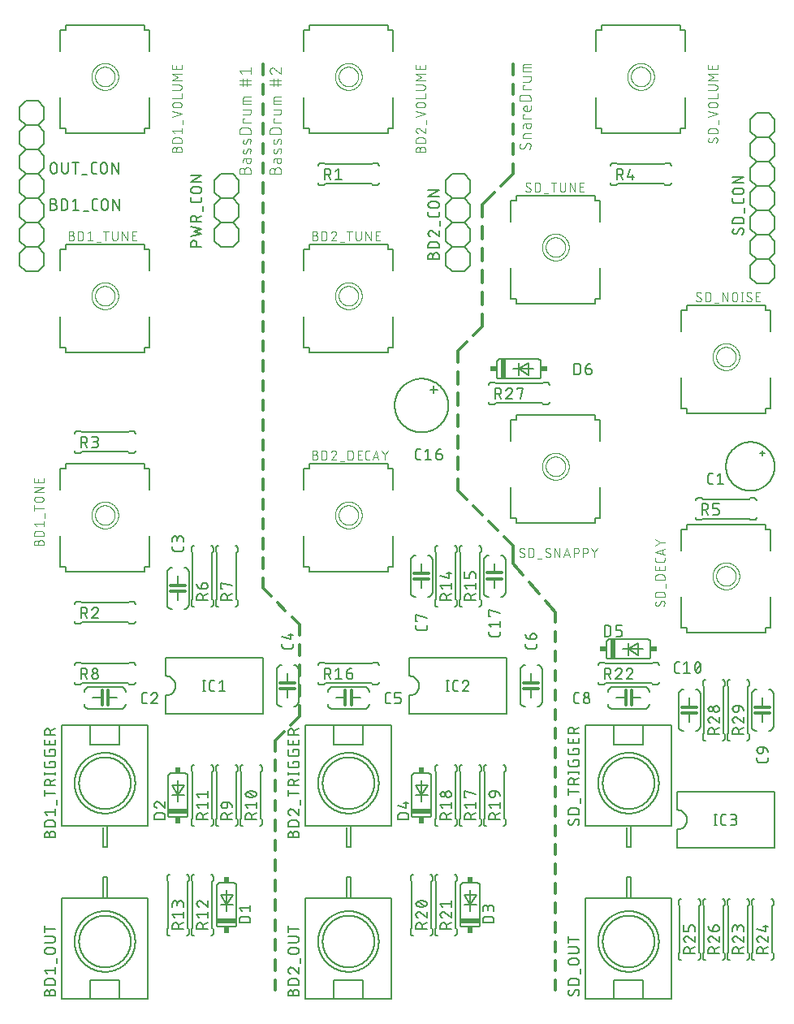
<source format=gto>
G04 EAGLE Gerber RS-274X export*
G75*
%MOMM*%
%FSLAX34Y34*%
%LPD*%
%INSilkscreen Top*%
%IPPOS*%
%AMOC8*
5,1,8,0,0,1.08239X$1,22.5*%
G01*
%ADD10C,0.304800*%
%ADD11C,0.101600*%
%ADD12C,0.050800*%
%ADD13C,0.203200*%
%ADD14C,0.152400*%
%ADD15C,0.127000*%
%ADD16R,2.032000X0.508000*%
%ADD17R,0.508000X0.635000*%
%ADD18R,0.508000X2.032000*%
%ADD19R,0.635000X0.508000*%


D10*
X266700Y977900D02*
X266700Y967304D01*
X266700Y957304D02*
X266700Y946707D01*
X266700Y936707D02*
X266700Y926111D01*
X266700Y916111D02*
X266700Y905515D01*
X266700Y895515D02*
X266700Y884919D01*
X266700Y874919D02*
X266700Y864322D01*
X266700Y854322D02*
X266700Y843726D01*
X266700Y833726D02*
X266700Y823130D01*
X266700Y813130D02*
X266700Y802533D01*
X266700Y792533D02*
X266700Y781937D01*
X266700Y771937D02*
X266700Y761341D01*
X266700Y751341D02*
X266700Y740744D01*
X266700Y730744D02*
X266700Y720148D01*
X266700Y710148D02*
X266700Y699552D01*
X266700Y689552D02*
X266700Y678956D01*
X266700Y668956D02*
X266700Y658359D01*
X266700Y648359D02*
X266700Y637763D01*
X266700Y627763D02*
X266700Y617167D01*
X266700Y607167D02*
X266700Y596570D01*
X266700Y586570D02*
X266700Y575974D01*
X266700Y565974D02*
X266700Y555378D01*
X266700Y545378D02*
X266700Y534781D01*
X266700Y524781D02*
X266700Y514185D01*
X266700Y504185D02*
X266700Y493589D01*
X266700Y483589D02*
X266700Y472993D01*
X266700Y462993D02*
X266700Y452396D01*
X266700Y442396D02*
X266700Y431800D01*
X274686Y423814D01*
X281757Y416743D02*
X289743Y408757D01*
X296814Y401686D02*
X304800Y393700D01*
X304800Y382650D01*
X304800Y372650D02*
X304800Y361600D01*
X304800Y351600D02*
X304800Y340550D01*
X304800Y330550D02*
X304800Y319500D01*
X304800Y309500D02*
X304800Y298450D01*
X295636Y289286D01*
X288564Y282214D02*
X279400Y273050D01*
X279400Y262254D01*
X279400Y252254D02*
X279400Y241458D01*
X279400Y231458D02*
X279400Y220662D01*
X279400Y210662D02*
X279400Y199865D01*
X279400Y189865D02*
X279400Y179069D01*
X279400Y169069D02*
X279400Y158273D01*
X279400Y148273D02*
X279400Y137477D01*
X279400Y127477D02*
X279400Y116681D01*
X279400Y106681D02*
X279400Y95885D01*
X279400Y85885D02*
X279400Y75088D01*
X279400Y65088D02*
X279400Y54292D01*
X279400Y44292D02*
X279400Y33496D01*
X279400Y23496D02*
X279400Y12700D01*
X527050Y967183D02*
X527050Y977900D01*
X527050Y957183D02*
X527050Y946467D01*
X527050Y936467D02*
X527050Y925750D01*
X527050Y915750D02*
X527050Y905033D01*
X527050Y895033D02*
X527050Y884317D01*
X527050Y874317D02*
X527050Y863600D01*
X514711Y851261D01*
X507639Y844189D02*
X495300Y831850D01*
X495300Y819017D01*
X495300Y809017D02*
X495300Y796183D01*
X495300Y786183D02*
X495300Y773350D01*
X495300Y763350D02*
X495300Y750517D01*
X495300Y740517D02*
X495300Y727683D01*
X495300Y717683D02*
X495300Y704850D01*
X486136Y695686D01*
X479064Y688614D02*
X469900Y679450D01*
X469900Y667157D01*
X469900Y657157D02*
X469900Y644864D01*
X469900Y634864D02*
X469900Y622571D01*
X469900Y612571D02*
X469900Y600279D01*
X469900Y590279D02*
X469900Y577986D01*
X469900Y567986D02*
X469900Y555693D01*
X469900Y545693D02*
X469900Y533400D01*
X478884Y524416D01*
X485955Y517345D02*
X494939Y508361D01*
X502011Y501289D02*
X510995Y492305D01*
X518066Y485234D02*
X527050Y476250D01*
X527050Y457200D01*
X537477Y445284D01*
X544062Y437758D02*
X554488Y425842D01*
X561073Y418316D02*
X571500Y406400D01*
X571500Y396215D01*
X571500Y386215D02*
X571500Y376030D01*
X571500Y366030D02*
X571500Y355845D01*
X571500Y345845D02*
X571500Y335660D01*
X571500Y325660D02*
X571500Y315475D01*
X571500Y305475D02*
X571500Y295290D01*
X571500Y285290D02*
X571500Y275105D01*
X571500Y265105D02*
X571500Y254920D01*
X571500Y244920D02*
X571500Y234735D01*
X571500Y224735D02*
X571500Y214550D01*
X571500Y204550D02*
X571500Y194365D01*
X571500Y184365D02*
X571500Y174180D01*
X571500Y164180D02*
X571500Y153995D01*
X571500Y143995D02*
X571500Y133810D01*
X571500Y123810D02*
X571500Y113625D01*
X571500Y103625D02*
X571500Y93440D01*
X571500Y83440D02*
X571500Y73255D01*
X571500Y63255D02*
X571500Y53070D01*
X571500Y43070D02*
X571500Y32885D01*
X571500Y22885D02*
X571500Y12700D01*
D11*
X247001Y864108D02*
X247001Y867354D01*
X247000Y867354D02*
X247002Y867467D01*
X247008Y867580D01*
X247018Y867693D01*
X247032Y867806D01*
X247049Y867918D01*
X247071Y868029D01*
X247096Y868139D01*
X247126Y868249D01*
X247159Y868357D01*
X247196Y868464D01*
X247236Y868570D01*
X247281Y868674D01*
X247329Y868777D01*
X247380Y868878D01*
X247435Y868977D01*
X247493Y869074D01*
X247555Y869169D01*
X247620Y869262D01*
X247688Y869352D01*
X247759Y869440D01*
X247834Y869526D01*
X247911Y869609D01*
X247991Y869689D01*
X248074Y869766D01*
X248160Y869841D01*
X248248Y869912D01*
X248338Y869980D01*
X248431Y870045D01*
X248526Y870107D01*
X248623Y870165D01*
X248722Y870220D01*
X248823Y870271D01*
X248926Y870319D01*
X249030Y870364D01*
X249136Y870404D01*
X249243Y870441D01*
X249351Y870474D01*
X249461Y870504D01*
X249571Y870529D01*
X249682Y870551D01*
X249794Y870568D01*
X249907Y870582D01*
X250020Y870592D01*
X250133Y870598D01*
X250246Y870600D01*
X250359Y870598D01*
X250472Y870592D01*
X250585Y870582D01*
X250698Y870568D01*
X250810Y870551D01*
X250921Y870529D01*
X251031Y870504D01*
X251141Y870474D01*
X251249Y870441D01*
X251356Y870404D01*
X251462Y870364D01*
X251566Y870319D01*
X251669Y870271D01*
X251770Y870220D01*
X251869Y870165D01*
X251966Y870107D01*
X252061Y870045D01*
X252154Y869980D01*
X252244Y869912D01*
X252332Y869841D01*
X252418Y869766D01*
X252501Y869689D01*
X252581Y869609D01*
X252658Y869526D01*
X252733Y869440D01*
X252804Y869352D01*
X252872Y869262D01*
X252937Y869169D01*
X252999Y869074D01*
X253057Y868977D01*
X253112Y868878D01*
X253163Y868777D01*
X253211Y868674D01*
X253256Y868570D01*
X253296Y868464D01*
X253333Y868357D01*
X253366Y868249D01*
X253396Y868139D01*
X253421Y868029D01*
X253443Y867918D01*
X253460Y867806D01*
X253474Y867693D01*
X253484Y867580D01*
X253490Y867467D01*
X253492Y867354D01*
X253492Y864108D01*
X241808Y864108D01*
X241808Y867354D01*
X241810Y867455D01*
X241816Y867555D01*
X241826Y867655D01*
X241839Y867755D01*
X241857Y867854D01*
X241878Y867953D01*
X241903Y868050D01*
X241932Y868147D01*
X241965Y868242D01*
X242001Y868336D01*
X242041Y868428D01*
X242084Y868519D01*
X242131Y868608D01*
X242181Y868695D01*
X242235Y868781D01*
X242292Y868864D01*
X242352Y868944D01*
X242415Y869023D01*
X242482Y869099D01*
X242551Y869172D01*
X242623Y869242D01*
X242697Y869310D01*
X242774Y869375D01*
X242854Y869436D01*
X242936Y869495D01*
X243020Y869550D01*
X243106Y869602D01*
X243194Y869651D01*
X243284Y869696D01*
X243376Y869738D01*
X243469Y869776D01*
X243564Y869810D01*
X243659Y869841D01*
X243756Y869868D01*
X243854Y869891D01*
X243953Y869911D01*
X244053Y869926D01*
X244153Y869938D01*
X244253Y869946D01*
X244354Y869950D01*
X244454Y869950D01*
X244555Y869946D01*
X244655Y869938D01*
X244755Y869926D01*
X244855Y869911D01*
X244954Y869891D01*
X245052Y869868D01*
X245149Y869841D01*
X245244Y869810D01*
X245339Y869776D01*
X245432Y869738D01*
X245524Y869696D01*
X245614Y869651D01*
X245702Y869602D01*
X245788Y869550D01*
X245872Y869495D01*
X245954Y869436D01*
X246034Y869375D01*
X246111Y869310D01*
X246185Y869242D01*
X246257Y869172D01*
X246326Y869099D01*
X246393Y869023D01*
X246456Y868944D01*
X246516Y868864D01*
X246573Y868781D01*
X246627Y868695D01*
X246677Y868608D01*
X246724Y868519D01*
X246767Y868428D01*
X246807Y868336D01*
X246843Y868242D01*
X246876Y868147D01*
X246905Y868050D01*
X246930Y867953D01*
X246951Y867854D01*
X246969Y867755D01*
X246982Y867655D01*
X246992Y867555D01*
X246998Y867455D01*
X247000Y867354D01*
X248948Y877088D02*
X248948Y880009D01*
X248948Y877088D02*
X248950Y876994D01*
X248956Y876900D01*
X248965Y876807D01*
X248979Y876714D01*
X248996Y876622D01*
X249018Y876530D01*
X249042Y876440D01*
X249071Y876350D01*
X249103Y876262D01*
X249139Y876175D01*
X249179Y876090D01*
X249222Y876007D01*
X249268Y875925D01*
X249318Y875845D01*
X249371Y875768D01*
X249427Y875693D01*
X249486Y875620D01*
X249548Y875549D01*
X249613Y875481D01*
X249681Y875416D01*
X249752Y875354D01*
X249825Y875295D01*
X249900Y875239D01*
X249977Y875186D01*
X250057Y875136D01*
X250139Y875090D01*
X250222Y875047D01*
X250307Y875007D01*
X250394Y874971D01*
X250482Y874939D01*
X250572Y874910D01*
X250662Y874886D01*
X250754Y874864D01*
X250846Y874847D01*
X250939Y874833D01*
X251032Y874824D01*
X251126Y874818D01*
X251220Y874816D01*
X251314Y874818D01*
X251408Y874824D01*
X251501Y874833D01*
X251594Y874847D01*
X251686Y874864D01*
X251778Y874886D01*
X251868Y874910D01*
X251958Y874939D01*
X252046Y874971D01*
X252133Y875007D01*
X252218Y875047D01*
X252301Y875090D01*
X252383Y875136D01*
X252463Y875186D01*
X252540Y875239D01*
X252615Y875295D01*
X252688Y875354D01*
X252759Y875416D01*
X252827Y875481D01*
X252892Y875549D01*
X252954Y875620D01*
X253013Y875693D01*
X253069Y875768D01*
X253122Y875845D01*
X253172Y875925D01*
X253218Y876007D01*
X253261Y876090D01*
X253301Y876175D01*
X253337Y876262D01*
X253369Y876350D01*
X253398Y876440D01*
X253422Y876530D01*
X253444Y876622D01*
X253461Y876714D01*
X253475Y876807D01*
X253484Y876900D01*
X253490Y876994D01*
X253492Y877088D01*
X253492Y880009D01*
X247650Y880009D01*
X247650Y880008D02*
X247563Y880006D01*
X247475Y880000D01*
X247389Y879990D01*
X247302Y879977D01*
X247217Y879959D01*
X247132Y879938D01*
X247048Y879913D01*
X246966Y879884D01*
X246885Y879851D01*
X246805Y879815D01*
X246727Y879776D01*
X246651Y879732D01*
X246577Y879686D01*
X246506Y879636D01*
X246436Y879583D01*
X246369Y879527D01*
X246305Y879468D01*
X246243Y879406D01*
X246184Y879342D01*
X246128Y879275D01*
X246075Y879205D01*
X246025Y879134D01*
X245979Y879060D01*
X245935Y878984D01*
X245896Y878906D01*
X245860Y878826D01*
X245827Y878745D01*
X245798Y878663D01*
X245773Y878579D01*
X245752Y878494D01*
X245734Y878409D01*
X245721Y878322D01*
X245711Y878236D01*
X245705Y878148D01*
X245703Y878061D01*
X245703Y875465D01*
X248948Y886135D02*
X250246Y889381D01*
X248949Y886135D02*
X248916Y886060D01*
X248880Y885986D01*
X248841Y885914D01*
X248798Y885844D01*
X248752Y885777D01*
X248702Y885711D01*
X248650Y885649D01*
X248594Y885588D01*
X248536Y885531D01*
X248475Y885476D01*
X248411Y885425D01*
X248345Y885377D01*
X248276Y885332D01*
X248206Y885290D01*
X248133Y885252D01*
X248059Y885217D01*
X247983Y885186D01*
X247906Y885159D01*
X247827Y885136D01*
X247748Y885116D01*
X247667Y885101D01*
X247586Y885089D01*
X247504Y885081D01*
X247423Y885077D01*
X247341Y885078D01*
X247259Y885082D01*
X247177Y885090D01*
X247096Y885102D01*
X247016Y885118D01*
X246936Y885138D01*
X246858Y885162D01*
X246781Y885190D01*
X246705Y885221D01*
X246631Y885256D01*
X246559Y885294D01*
X246488Y885336D01*
X246420Y885382D01*
X246354Y885430D01*
X246291Y885482D01*
X246230Y885537D01*
X246172Y885595D01*
X246116Y885655D01*
X246064Y885718D01*
X246015Y885784D01*
X245969Y885852D01*
X245927Y885922D01*
X245887Y885994D01*
X245852Y886068D01*
X245820Y886143D01*
X245792Y886220D01*
X245768Y886298D01*
X245747Y886378D01*
X245730Y886458D01*
X245718Y886539D01*
X245709Y886620D01*
X245704Y886702D01*
X245703Y886784D01*
X245707Y886961D01*
X245716Y887138D01*
X245730Y887315D01*
X245747Y887492D01*
X245769Y887667D01*
X245794Y887843D01*
X245825Y888017D01*
X245859Y888191D01*
X245897Y888364D01*
X245940Y888536D01*
X245987Y888707D01*
X246037Y888877D01*
X246092Y889046D01*
X246151Y889213D01*
X246214Y889379D01*
X246281Y889543D01*
X246352Y889705D01*
X250246Y889381D02*
X250279Y889456D01*
X250315Y889530D01*
X250354Y889602D01*
X250397Y889672D01*
X250443Y889739D01*
X250493Y889805D01*
X250545Y889867D01*
X250601Y889928D01*
X250659Y889985D01*
X250720Y890040D01*
X250784Y890091D01*
X250850Y890139D01*
X250919Y890184D01*
X250989Y890226D01*
X251062Y890264D01*
X251136Y890299D01*
X251212Y890330D01*
X251289Y890357D01*
X251368Y890380D01*
X251448Y890400D01*
X251528Y890415D01*
X251609Y890427D01*
X251691Y890435D01*
X251772Y890439D01*
X251854Y890438D01*
X251936Y890434D01*
X252018Y890426D01*
X252099Y890414D01*
X252179Y890398D01*
X252259Y890378D01*
X252337Y890354D01*
X252414Y890326D01*
X252490Y890295D01*
X252564Y890260D01*
X252636Y890222D01*
X252707Y890180D01*
X252775Y890134D01*
X252841Y890086D01*
X252904Y890034D01*
X252965Y889979D01*
X253023Y889921D01*
X253079Y889861D01*
X253131Y889798D01*
X253180Y889732D01*
X253226Y889664D01*
X253268Y889594D01*
X253308Y889522D01*
X253343Y889448D01*
X253375Y889373D01*
X253403Y889296D01*
X253427Y889218D01*
X253448Y889138D01*
X253465Y889058D01*
X253477Y888977D01*
X253486Y888896D01*
X253491Y888814D01*
X253492Y888732D01*
X253485Y888472D01*
X253472Y888212D01*
X253453Y887952D01*
X253428Y887693D01*
X253396Y887434D01*
X253359Y887177D01*
X253315Y886920D01*
X253266Y886664D01*
X253210Y886410D01*
X253149Y886157D01*
X253081Y885906D01*
X253007Y885656D01*
X252928Y885408D01*
X252843Y885162D01*
X248948Y896041D02*
X250246Y899287D01*
X248949Y896041D02*
X248916Y895966D01*
X248880Y895892D01*
X248841Y895820D01*
X248798Y895750D01*
X248752Y895683D01*
X248702Y895617D01*
X248650Y895555D01*
X248594Y895494D01*
X248536Y895437D01*
X248475Y895382D01*
X248411Y895331D01*
X248345Y895283D01*
X248276Y895238D01*
X248206Y895196D01*
X248133Y895158D01*
X248059Y895123D01*
X247983Y895092D01*
X247906Y895065D01*
X247827Y895042D01*
X247748Y895022D01*
X247667Y895007D01*
X247586Y894995D01*
X247504Y894987D01*
X247423Y894983D01*
X247341Y894984D01*
X247259Y894988D01*
X247177Y894996D01*
X247096Y895008D01*
X247016Y895024D01*
X246936Y895044D01*
X246858Y895068D01*
X246781Y895096D01*
X246705Y895127D01*
X246631Y895162D01*
X246559Y895200D01*
X246488Y895242D01*
X246420Y895288D01*
X246354Y895336D01*
X246291Y895388D01*
X246230Y895443D01*
X246172Y895501D01*
X246116Y895561D01*
X246064Y895624D01*
X246015Y895690D01*
X245969Y895758D01*
X245927Y895828D01*
X245887Y895900D01*
X245852Y895974D01*
X245820Y896049D01*
X245792Y896126D01*
X245768Y896204D01*
X245747Y896284D01*
X245730Y896364D01*
X245718Y896445D01*
X245709Y896526D01*
X245704Y896608D01*
X245703Y896690D01*
X245707Y896867D01*
X245716Y897044D01*
X245730Y897221D01*
X245747Y897398D01*
X245769Y897573D01*
X245794Y897749D01*
X245825Y897923D01*
X245859Y898097D01*
X245897Y898270D01*
X245940Y898442D01*
X245987Y898613D01*
X246037Y898783D01*
X246092Y898952D01*
X246151Y899119D01*
X246214Y899285D01*
X246281Y899449D01*
X246352Y899611D01*
X250246Y899287D02*
X250279Y899362D01*
X250315Y899436D01*
X250354Y899508D01*
X250397Y899578D01*
X250443Y899645D01*
X250493Y899711D01*
X250545Y899773D01*
X250601Y899834D01*
X250659Y899891D01*
X250720Y899946D01*
X250784Y899997D01*
X250850Y900045D01*
X250919Y900090D01*
X250989Y900132D01*
X251062Y900170D01*
X251136Y900205D01*
X251212Y900236D01*
X251289Y900263D01*
X251368Y900286D01*
X251448Y900306D01*
X251528Y900321D01*
X251609Y900333D01*
X251691Y900341D01*
X251772Y900345D01*
X251854Y900344D01*
X251936Y900340D01*
X252018Y900332D01*
X252099Y900320D01*
X252179Y900304D01*
X252259Y900284D01*
X252337Y900260D01*
X252414Y900232D01*
X252490Y900201D01*
X252564Y900166D01*
X252636Y900128D01*
X252707Y900086D01*
X252775Y900040D01*
X252841Y899992D01*
X252904Y899940D01*
X252965Y899885D01*
X253023Y899827D01*
X253079Y899767D01*
X253131Y899704D01*
X253180Y899638D01*
X253226Y899570D01*
X253268Y899500D01*
X253308Y899428D01*
X253343Y899354D01*
X253375Y899279D01*
X253403Y899202D01*
X253427Y899124D01*
X253448Y899044D01*
X253465Y898964D01*
X253477Y898883D01*
X253486Y898802D01*
X253491Y898720D01*
X253492Y898638D01*
X253485Y898378D01*
X253472Y898118D01*
X253453Y897858D01*
X253428Y897599D01*
X253396Y897340D01*
X253359Y897083D01*
X253315Y896826D01*
X253266Y896570D01*
X253210Y896316D01*
X253149Y896063D01*
X253081Y895812D01*
X253007Y895562D01*
X252928Y895314D01*
X252843Y895068D01*
X253492Y905468D02*
X241808Y905468D01*
X241808Y908713D01*
X241810Y908826D01*
X241816Y908939D01*
X241826Y909052D01*
X241840Y909165D01*
X241857Y909277D01*
X241879Y909388D01*
X241904Y909498D01*
X241934Y909608D01*
X241967Y909716D01*
X242004Y909823D01*
X242044Y909929D01*
X242089Y910033D01*
X242137Y910136D01*
X242188Y910237D01*
X242243Y910336D01*
X242301Y910433D01*
X242363Y910528D01*
X242428Y910621D01*
X242496Y910711D01*
X242567Y910799D01*
X242642Y910885D01*
X242719Y910968D01*
X242799Y911048D01*
X242882Y911125D01*
X242968Y911200D01*
X243056Y911271D01*
X243146Y911339D01*
X243239Y911404D01*
X243334Y911466D01*
X243431Y911524D01*
X243530Y911579D01*
X243631Y911630D01*
X243734Y911678D01*
X243838Y911723D01*
X243944Y911763D01*
X244051Y911800D01*
X244159Y911833D01*
X244269Y911863D01*
X244379Y911888D01*
X244490Y911910D01*
X244602Y911927D01*
X244715Y911941D01*
X244828Y911951D01*
X244941Y911957D01*
X245054Y911959D01*
X250246Y911959D01*
X250359Y911957D01*
X250472Y911951D01*
X250585Y911941D01*
X250698Y911927D01*
X250810Y911910D01*
X250921Y911888D01*
X251031Y911863D01*
X251141Y911833D01*
X251249Y911800D01*
X251356Y911763D01*
X251462Y911723D01*
X251566Y911678D01*
X251669Y911630D01*
X251770Y911579D01*
X251869Y911524D01*
X251966Y911466D01*
X252061Y911404D01*
X252154Y911339D01*
X252244Y911271D01*
X252332Y911200D01*
X252418Y911125D01*
X252501Y911048D01*
X252581Y910968D01*
X252658Y910885D01*
X252733Y910799D01*
X252804Y910711D01*
X252872Y910621D01*
X252937Y910528D01*
X252999Y910433D01*
X253057Y910336D01*
X253112Y910237D01*
X253163Y910136D01*
X253211Y910033D01*
X253256Y909929D01*
X253296Y909823D01*
X253333Y909716D01*
X253366Y909608D01*
X253396Y909498D01*
X253421Y909388D01*
X253443Y909277D01*
X253460Y909165D01*
X253474Y909052D01*
X253484Y908939D01*
X253490Y908826D01*
X253492Y908713D01*
X253492Y905468D01*
X253492Y917613D02*
X245703Y917613D01*
X245703Y921508D01*
X247001Y921508D01*
X245703Y925548D02*
X251545Y925548D01*
X251632Y925550D01*
X251720Y925556D01*
X251806Y925566D01*
X251893Y925579D01*
X251978Y925597D01*
X252063Y925618D01*
X252147Y925643D01*
X252229Y925672D01*
X252310Y925705D01*
X252390Y925741D01*
X252468Y925780D01*
X252544Y925824D01*
X252618Y925870D01*
X252689Y925920D01*
X252759Y925973D01*
X252826Y926029D01*
X252890Y926088D01*
X252952Y926150D01*
X253011Y926214D01*
X253067Y926281D01*
X253120Y926351D01*
X253170Y926422D01*
X253216Y926496D01*
X253260Y926572D01*
X253299Y926650D01*
X253335Y926730D01*
X253368Y926811D01*
X253397Y926893D01*
X253422Y926977D01*
X253443Y927062D01*
X253461Y927147D01*
X253474Y927234D01*
X253484Y927320D01*
X253490Y927408D01*
X253492Y927495D01*
X253492Y930741D01*
X245703Y930741D01*
X245703Y936441D02*
X253492Y936441D01*
X245703Y936441D02*
X245703Y942283D01*
X245705Y942370D01*
X245711Y942458D01*
X245721Y942544D01*
X245734Y942631D01*
X245752Y942716D01*
X245773Y942801D01*
X245798Y942885D01*
X245827Y942967D01*
X245860Y943048D01*
X245896Y943128D01*
X245935Y943206D01*
X245979Y943282D01*
X246025Y943356D01*
X246075Y943427D01*
X246128Y943497D01*
X246184Y943564D01*
X246243Y943628D01*
X246305Y943690D01*
X246369Y943749D01*
X246436Y943805D01*
X246506Y943858D01*
X246577Y943908D01*
X246651Y943954D01*
X246727Y943998D01*
X246805Y944037D01*
X246885Y944073D01*
X246966Y944106D01*
X247048Y944135D01*
X247132Y944160D01*
X247217Y944181D01*
X247302Y944199D01*
X247389Y944212D01*
X247475Y944222D01*
X247563Y944228D01*
X247650Y944230D01*
X247650Y944231D02*
X253492Y944231D01*
X253492Y940336D02*
X245703Y940336D01*
X249597Y955491D02*
X249597Y963281D01*
X245703Y963281D02*
X245703Y955491D01*
X241808Y957439D02*
X253492Y957439D01*
X253492Y961333D02*
X241808Y961333D01*
X244404Y967952D02*
X241808Y971197D01*
X253492Y971197D01*
X253492Y967952D02*
X253492Y974443D01*
X278751Y867354D02*
X278751Y864108D01*
X278750Y867354D02*
X278752Y867467D01*
X278758Y867580D01*
X278768Y867693D01*
X278782Y867806D01*
X278799Y867918D01*
X278821Y868029D01*
X278846Y868139D01*
X278876Y868249D01*
X278909Y868357D01*
X278946Y868464D01*
X278986Y868570D01*
X279031Y868674D01*
X279079Y868777D01*
X279130Y868878D01*
X279185Y868977D01*
X279243Y869074D01*
X279305Y869169D01*
X279370Y869262D01*
X279438Y869352D01*
X279509Y869440D01*
X279584Y869526D01*
X279661Y869609D01*
X279741Y869689D01*
X279824Y869766D01*
X279910Y869841D01*
X279998Y869912D01*
X280088Y869980D01*
X280181Y870045D01*
X280276Y870107D01*
X280373Y870165D01*
X280472Y870220D01*
X280573Y870271D01*
X280676Y870319D01*
X280780Y870364D01*
X280886Y870404D01*
X280993Y870441D01*
X281101Y870474D01*
X281211Y870504D01*
X281321Y870529D01*
X281432Y870551D01*
X281544Y870568D01*
X281657Y870582D01*
X281770Y870592D01*
X281883Y870598D01*
X281996Y870600D01*
X282109Y870598D01*
X282222Y870592D01*
X282335Y870582D01*
X282448Y870568D01*
X282560Y870551D01*
X282671Y870529D01*
X282781Y870504D01*
X282891Y870474D01*
X282999Y870441D01*
X283106Y870404D01*
X283212Y870364D01*
X283316Y870319D01*
X283419Y870271D01*
X283520Y870220D01*
X283619Y870165D01*
X283716Y870107D01*
X283811Y870045D01*
X283904Y869980D01*
X283994Y869912D01*
X284082Y869841D01*
X284168Y869766D01*
X284251Y869689D01*
X284331Y869609D01*
X284408Y869526D01*
X284483Y869440D01*
X284554Y869352D01*
X284622Y869262D01*
X284687Y869169D01*
X284749Y869074D01*
X284807Y868977D01*
X284862Y868878D01*
X284913Y868777D01*
X284961Y868674D01*
X285006Y868570D01*
X285046Y868464D01*
X285083Y868357D01*
X285116Y868249D01*
X285146Y868139D01*
X285171Y868029D01*
X285193Y867918D01*
X285210Y867806D01*
X285224Y867693D01*
X285234Y867580D01*
X285240Y867467D01*
X285242Y867354D01*
X285242Y864108D01*
X273558Y864108D01*
X273558Y867354D01*
X273560Y867455D01*
X273566Y867555D01*
X273576Y867655D01*
X273589Y867755D01*
X273607Y867854D01*
X273628Y867953D01*
X273653Y868050D01*
X273682Y868147D01*
X273715Y868242D01*
X273751Y868336D01*
X273791Y868428D01*
X273834Y868519D01*
X273881Y868608D01*
X273931Y868695D01*
X273985Y868781D01*
X274042Y868864D01*
X274102Y868944D01*
X274165Y869023D01*
X274232Y869099D01*
X274301Y869172D01*
X274373Y869242D01*
X274447Y869310D01*
X274524Y869375D01*
X274604Y869436D01*
X274686Y869495D01*
X274770Y869550D01*
X274856Y869602D01*
X274944Y869651D01*
X275034Y869696D01*
X275126Y869738D01*
X275219Y869776D01*
X275314Y869810D01*
X275409Y869841D01*
X275506Y869868D01*
X275604Y869891D01*
X275703Y869911D01*
X275803Y869926D01*
X275903Y869938D01*
X276003Y869946D01*
X276104Y869950D01*
X276204Y869950D01*
X276305Y869946D01*
X276405Y869938D01*
X276505Y869926D01*
X276605Y869911D01*
X276704Y869891D01*
X276802Y869868D01*
X276899Y869841D01*
X276994Y869810D01*
X277089Y869776D01*
X277182Y869738D01*
X277274Y869696D01*
X277364Y869651D01*
X277452Y869602D01*
X277538Y869550D01*
X277622Y869495D01*
X277704Y869436D01*
X277784Y869375D01*
X277861Y869310D01*
X277935Y869242D01*
X278007Y869172D01*
X278076Y869099D01*
X278143Y869023D01*
X278206Y868944D01*
X278266Y868864D01*
X278323Y868781D01*
X278377Y868695D01*
X278427Y868608D01*
X278474Y868519D01*
X278517Y868428D01*
X278557Y868336D01*
X278593Y868242D01*
X278626Y868147D01*
X278655Y868050D01*
X278680Y867953D01*
X278701Y867854D01*
X278719Y867755D01*
X278732Y867655D01*
X278742Y867555D01*
X278748Y867455D01*
X278750Y867354D01*
X280698Y877088D02*
X280698Y880009D01*
X280698Y877088D02*
X280700Y876994D01*
X280706Y876900D01*
X280715Y876807D01*
X280729Y876714D01*
X280746Y876622D01*
X280768Y876530D01*
X280792Y876440D01*
X280821Y876350D01*
X280853Y876262D01*
X280889Y876175D01*
X280929Y876090D01*
X280972Y876007D01*
X281018Y875925D01*
X281068Y875845D01*
X281121Y875768D01*
X281177Y875693D01*
X281236Y875620D01*
X281298Y875549D01*
X281363Y875481D01*
X281431Y875416D01*
X281502Y875354D01*
X281575Y875295D01*
X281650Y875239D01*
X281727Y875186D01*
X281807Y875136D01*
X281889Y875090D01*
X281972Y875047D01*
X282057Y875007D01*
X282144Y874971D01*
X282232Y874939D01*
X282322Y874910D01*
X282412Y874886D01*
X282504Y874864D01*
X282596Y874847D01*
X282689Y874833D01*
X282782Y874824D01*
X282876Y874818D01*
X282970Y874816D01*
X283064Y874818D01*
X283158Y874824D01*
X283251Y874833D01*
X283344Y874847D01*
X283436Y874864D01*
X283528Y874886D01*
X283618Y874910D01*
X283708Y874939D01*
X283796Y874971D01*
X283883Y875007D01*
X283968Y875047D01*
X284051Y875090D01*
X284133Y875136D01*
X284213Y875186D01*
X284290Y875239D01*
X284365Y875295D01*
X284438Y875354D01*
X284509Y875416D01*
X284577Y875481D01*
X284642Y875549D01*
X284704Y875620D01*
X284763Y875693D01*
X284819Y875768D01*
X284872Y875845D01*
X284922Y875925D01*
X284968Y876007D01*
X285011Y876090D01*
X285051Y876175D01*
X285087Y876262D01*
X285119Y876350D01*
X285148Y876440D01*
X285172Y876530D01*
X285194Y876622D01*
X285211Y876714D01*
X285225Y876807D01*
X285234Y876900D01*
X285240Y876994D01*
X285242Y877088D01*
X285242Y880009D01*
X279400Y880009D01*
X279400Y880008D02*
X279313Y880006D01*
X279225Y880000D01*
X279139Y879990D01*
X279052Y879977D01*
X278967Y879959D01*
X278882Y879938D01*
X278798Y879913D01*
X278716Y879884D01*
X278635Y879851D01*
X278555Y879815D01*
X278477Y879776D01*
X278401Y879732D01*
X278327Y879686D01*
X278256Y879636D01*
X278186Y879583D01*
X278119Y879527D01*
X278055Y879468D01*
X277993Y879406D01*
X277934Y879342D01*
X277878Y879275D01*
X277825Y879205D01*
X277775Y879134D01*
X277729Y879060D01*
X277685Y878984D01*
X277646Y878906D01*
X277610Y878826D01*
X277577Y878745D01*
X277548Y878663D01*
X277523Y878579D01*
X277502Y878494D01*
X277484Y878409D01*
X277471Y878322D01*
X277461Y878236D01*
X277455Y878148D01*
X277453Y878061D01*
X277453Y875465D01*
X280698Y886135D02*
X281996Y889381D01*
X280699Y886135D02*
X280666Y886060D01*
X280630Y885986D01*
X280591Y885914D01*
X280548Y885844D01*
X280502Y885777D01*
X280452Y885711D01*
X280400Y885649D01*
X280344Y885588D01*
X280286Y885531D01*
X280225Y885476D01*
X280161Y885425D01*
X280095Y885377D01*
X280026Y885332D01*
X279956Y885290D01*
X279883Y885252D01*
X279809Y885217D01*
X279733Y885186D01*
X279656Y885159D01*
X279577Y885136D01*
X279498Y885116D01*
X279417Y885101D01*
X279336Y885089D01*
X279254Y885081D01*
X279173Y885077D01*
X279091Y885078D01*
X279009Y885082D01*
X278927Y885090D01*
X278846Y885102D01*
X278766Y885118D01*
X278686Y885138D01*
X278608Y885162D01*
X278531Y885190D01*
X278455Y885221D01*
X278381Y885256D01*
X278309Y885294D01*
X278238Y885336D01*
X278170Y885382D01*
X278104Y885430D01*
X278041Y885482D01*
X277980Y885537D01*
X277922Y885595D01*
X277866Y885655D01*
X277814Y885718D01*
X277765Y885784D01*
X277719Y885852D01*
X277677Y885922D01*
X277637Y885994D01*
X277602Y886068D01*
X277570Y886143D01*
X277542Y886220D01*
X277518Y886298D01*
X277497Y886378D01*
X277480Y886458D01*
X277468Y886539D01*
X277459Y886620D01*
X277454Y886702D01*
X277453Y886784D01*
X277457Y886961D01*
X277466Y887138D01*
X277480Y887315D01*
X277497Y887492D01*
X277519Y887667D01*
X277544Y887843D01*
X277575Y888017D01*
X277609Y888191D01*
X277647Y888364D01*
X277690Y888536D01*
X277737Y888707D01*
X277787Y888877D01*
X277842Y889046D01*
X277901Y889213D01*
X277964Y889379D01*
X278031Y889543D01*
X278102Y889705D01*
X281996Y889381D02*
X282029Y889456D01*
X282065Y889530D01*
X282104Y889602D01*
X282147Y889672D01*
X282193Y889739D01*
X282243Y889805D01*
X282295Y889867D01*
X282351Y889928D01*
X282409Y889985D01*
X282470Y890040D01*
X282534Y890091D01*
X282600Y890139D01*
X282669Y890184D01*
X282739Y890226D01*
X282812Y890264D01*
X282886Y890299D01*
X282962Y890330D01*
X283039Y890357D01*
X283118Y890380D01*
X283198Y890400D01*
X283278Y890415D01*
X283359Y890427D01*
X283441Y890435D01*
X283522Y890439D01*
X283604Y890438D01*
X283686Y890434D01*
X283768Y890426D01*
X283849Y890414D01*
X283929Y890398D01*
X284009Y890378D01*
X284087Y890354D01*
X284164Y890326D01*
X284240Y890295D01*
X284314Y890260D01*
X284386Y890222D01*
X284457Y890180D01*
X284525Y890134D01*
X284591Y890086D01*
X284654Y890034D01*
X284715Y889979D01*
X284773Y889921D01*
X284829Y889861D01*
X284881Y889798D01*
X284930Y889732D01*
X284976Y889664D01*
X285018Y889594D01*
X285058Y889522D01*
X285093Y889448D01*
X285125Y889373D01*
X285153Y889296D01*
X285177Y889218D01*
X285198Y889138D01*
X285215Y889058D01*
X285227Y888977D01*
X285236Y888896D01*
X285241Y888814D01*
X285242Y888732D01*
X285235Y888472D01*
X285222Y888212D01*
X285203Y887952D01*
X285178Y887693D01*
X285146Y887434D01*
X285109Y887177D01*
X285065Y886920D01*
X285016Y886664D01*
X284960Y886410D01*
X284899Y886157D01*
X284831Y885906D01*
X284757Y885656D01*
X284678Y885408D01*
X284593Y885162D01*
X280698Y896041D02*
X281996Y899287D01*
X280699Y896041D02*
X280666Y895966D01*
X280630Y895892D01*
X280591Y895820D01*
X280548Y895750D01*
X280502Y895683D01*
X280452Y895617D01*
X280400Y895555D01*
X280344Y895494D01*
X280286Y895437D01*
X280225Y895382D01*
X280161Y895331D01*
X280095Y895283D01*
X280026Y895238D01*
X279956Y895196D01*
X279883Y895158D01*
X279809Y895123D01*
X279733Y895092D01*
X279656Y895065D01*
X279577Y895042D01*
X279498Y895022D01*
X279417Y895007D01*
X279336Y894995D01*
X279254Y894987D01*
X279173Y894983D01*
X279091Y894984D01*
X279009Y894988D01*
X278927Y894996D01*
X278846Y895008D01*
X278766Y895024D01*
X278686Y895044D01*
X278608Y895068D01*
X278531Y895096D01*
X278455Y895127D01*
X278381Y895162D01*
X278309Y895200D01*
X278238Y895242D01*
X278170Y895288D01*
X278104Y895336D01*
X278041Y895388D01*
X277980Y895443D01*
X277922Y895501D01*
X277866Y895561D01*
X277814Y895624D01*
X277765Y895690D01*
X277719Y895758D01*
X277677Y895828D01*
X277637Y895900D01*
X277602Y895974D01*
X277570Y896049D01*
X277542Y896126D01*
X277518Y896204D01*
X277497Y896284D01*
X277480Y896364D01*
X277468Y896445D01*
X277459Y896526D01*
X277454Y896608D01*
X277453Y896690D01*
X277457Y896867D01*
X277466Y897044D01*
X277480Y897221D01*
X277497Y897398D01*
X277519Y897573D01*
X277544Y897749D01*
X277575Y897923D01*
X277609Y898097D01*
X277647Y898270D01*
X277690Y898442D01*
X277737Y898613D01*
X277787Y898783D01*
X277842Y898952D01*
X277901Y899119D01*
X277964Y899285D01*
X278031Y899449D01*
X278102Y899611D01*
X281996Y899287D02*
X282029Y899362D01*
X282065Y899436D01*
X282104Y899508D01*
X282147Y899578D01*
X282193Y899645D01*
X282243Y899711D01*
X282295Y899773D01*
X282351Y899834D01*
X282409Y899891D01*
X282470Y899946D01*
X282534Y899997D01*
X282600Y900045D01*
X282669Y900090D01*
X282739Y900132D01*
X282812Y900170D01*
X282886Y900205D01*
X282962Y900236D01*
X283039Y900263D01*
X283118Y900286D01*
X283198Y900306D01*
X283278Y900321D01*
X283359Y900333D01*
X283441Y900341D01*
X283522Y900345D01*
X283604Y900344D01*
X283686Y900340D01*
X283768Y900332D01*
X283849Y900320D01*
X283929Y900304D01*
X284009Y900284D01*
X284087Y900260D01*
X284164Y900232D01*
X284240Y900201D01*
X284314Y900166D01*
X284386Y900128D01*
X284457Y900086D01*
X284525Y900040D01*
X284591Y899992D01*
X284654Y899940D01*
X284715Y899885D01*
X284773Y899827D01*
X284829Y899767D01*
X284881Y899704D01*
X284930Y899638D01*
X284976Y899570D01*
X285018Y899500D01*
X285058Y899428D01*
X285093Y899354D01*
X285125Y899279D01*
X285153Y899202D01*
X285177Y899124D01*
X285198Y899044D01*
X285215Y898964D01*
X285227Y898883D01*
X285236Y898802D01*
X285241Y898720D01*
X285242Y898638D01*
X285235Y898378D01*
X285222Y898118D01*
X285203Y897858D01*
X285178Y897599D01*
X285146Y897340D01*
X285109Y897083D01*
X285065Y896826D01*
X285016Y896570D01*
X284960Y896316D01*
X284899Y896063D01*
X284831Y895812D01*
X284757Y895562D01*
X284678Y895314D01*
X284593Y895068D01*
X285242Y905468D02*
X273558Y905468D01*
X273558Y908713D01*
X273560Y908826D01*
X273566Y908939D01*
X273576Y909052D01*
X273590Y909165D01*
X273607Y909277D01*
X273629Y909388D01*
X273654Y909498D01*
X273684Y909608D01*
X273717Y909716D01*
X273754Y909823D01*
X273794Y909929D01*
X273839Y910033D01*
X273887Y910136D01*
X273938Y910237D01*
X273993Y910336D01*
X274051Y910433D01*
X274113Y910528D01*
X274178Y910621D01*
X274246Y910711D01*
X274317Y910799D01*
X274392Y910885D01*
X274469Y910968D01*
X274549Y911048D01*
X274632Y911125D01*
X274718Y911200D01*
X274806Y911271D01*
X274896Y911339D01*
X274989Y911404D01*
X275084Y911466D01*
X275181Y911524D01*
X275280Y911579D01*
X275381Y911630D01*
X275484Y911678D01*
X275588Y911723D01*
X275694Y911763D01*
X275801Y911800D01*
X275909Y911833D01*
X276019Y911863D01*
X276129Y911888D01*
X276240Y911910D01*
X276352Y911927D01*
X276465Y911941D01*
X276578Y911951D01*
X276691Y911957D01*
X276804Y911959D01*
X281996Y911959D01*
X282109Y911957D01*
X282222Y911951D01*
X282335Y911941D01*
X282448Y911927D01*
X282560Y911910D01*
X282671Y911888D01*
X282781Y911863D01*
X282891Y911833D01*
X282999Y911800D01*
X283106Y911763D01*
X283212Y911723D01*
X283316Y911678D01*
X283419Y911630D01*
X283520Y911579D01*
X283619Y911524D01*
X283716Y911466D01*
X283811Y911404D01*
X283904Y911339D01*
X283994Y911271D01*
X284082Y911200D01*
X284168Y911125D01*
X284251Y911048D01*
X284331Y910968D01*
X284408Y910885D01*
X284483Y910799D01*
X284554Y910711D01*
X284622Y910621D01*
X284687Y910528D01*
X284749Y910433D01*
X284807Y910336D01*
X284862Y910237D01*
X284913Y910136D01*
X284961Y910033D01*
X285006Y909929D01*
X285046Y909823D01*
X285083Y909716D01*
X285116Y909608D01*
X285146Y909498D01*
X285171Y909388D01*
X285193Y909277D01*
X285210Y909165D01*
X285224Y909052D01*
X285234Y908939D01*
X285240Y908826D01*
X285242Y908713D01*
X285242Y905468D01*
X285242Y917613D02*
X277453Y917613D01*
X277453Y921508D01*
X278751Y921508D01*
X277453Y925548D02*
X283295Y925548D01*
X283382Y925550D01*
X283470Y925556D01*
X283556Y925566D01*
X283643Y925579D01*
X283728Y925597D01*
X283813Y925618D01*
X283897Y925643D01*
X283979Y925672D01*
X284060Y925705D01*
X284140Y925741D01*
X284218Y925780D01*
X284294Y925824D01*
X284368Y925870D01*
X284439Y925920D01*
X284509Y925973D01*
X284576Y926029D01*
X284640Y926088D01*
X284702Y926150D01*
X284761Y926214D01*
X284817Y926281D01*
X284870Y926351D01*
X284920Y926422D01*
X284966Y926496D01*
X285010Y926572D01*
X285049Y926650D01*
X285085Y926730D01*
X285118Y926811D01*
X285147Y926893D01*
X285172Y926977D01*
X285193Y927062D01*
X285211Y927147D01*
X285224Y927234D01*
X285234Y927320D01*
X285240Y927408D01*
X285242Y927495D01*
X285242Y930741D01*
X277453Y930741D01*
X277453Y936441D02*
X285242Y936441D01*
X277453Y936441D02*
X277453Y942283D01*
X277455Y942370D01*
X277461Y942458D01*
X277471Y942544D01*
X277484Y942631D01*
X277502Y942716D01*
X277523Y942801D01*
X277548Y942885D01*
X277577Y942967D01*
X277610Y943048D01*
X277646Y943128D01*
X277685Y943206D01*
X277729Y943282D01*
X277775Y943356D01*
X277825Y943427D01*
X277878Y943497D01*
X277934Y943564D01*
X277993Y943628D01*
X278055Y943690D01*
X278119Y943749D01*
X278186Y943805D01*
X278256Y943858D01*
X278327Y943908D01*
X278401Y943954D01*
X278477Y943998D01*
X278555Y944037D01*
X278635Y944073D01*
X278716Y944106D01*
X278798Y944135D01*
X278882Y944160D01*
X278967Y944181D01*
X279052Y944199D01*
X279139Y944212D01*
X279225Y944222D01*
X279313Y944228D01*
X279400Y944230D01*
X279400Y944231D02*
X285242Y944231D01*
X285242Y940336D02*
X277453Y940336D01*
X281347Y955491D02*
X281347Y963281D01*
X277453Y963281D02*
X277453Y955491D01*
X273558Y957439D02*
X285242Y957439D01*
X285242Y961333D02*
X273558Y961333D01*
X273558Y971522D02*
X273560Y971629D01*
X273566Y971735D01*
X273576Y971841D01*
X273589Y971947D01*
X273607Y972053D01*
X273628Y972157D01*
X273653Y972261D01*
X273682Y972364D01*
X273714Y972465D01*
X273751Y972565D01*
X273791Y972664D01*
X273834Y972762D01*
X273881Y972858D01*
X273932Y972952D01*
X273986Y973044D01*
X274043Y973134D01*
X274103Y973222D01*
X274167Y973307D01*
X274234Y973390D01*
X274304Y973471D01*
X274376Y973549D01*
X274452Y973625D01*
X274530Y973697D01*
X274611Y973767D01*
X274694Y973834D01*
X274779Y973898D01*
X274867Y973958D01*
X274957Y974015D01*
X275049Y974069D01*
X275143Y974120D01*
X275239Y974167D01*
X275337Y974210D01*
X275436Y974250D01*
X275536Y974287D01*
X275637Y974319D01*
X275740Y974348D01*
X275844Y974373D01*
X275948Y974394D01*
X276054Y974412D01*
X276160Y974425D01*
X276266Y974435D01*
X276372Y974441D01*
X276479Y974443D01*
X273558Y971522D02*
X273560Y971401D01*
X273566Y971280D01*
X273576Y971160D01*
X273589Y971039D01*
X273607Y970920D01*
X273628Y970800D01*
X273653Y970682D01*
X273682Y970565D01*
X273715Y970448D01*
X273751Y970333D01*
X273792Y970219D01*
X273835Y970106D01*
X273883Y969994D01*
X273934Y969885D01*
X273989Y969777D01*
X274047Y969670D01*
X274108Y969566D01*
X274173Y969464D01*
X274241Y969364D01*
X274312Y969266D01*
X274386Y969170D01*
X274463Y969077D01*
X274544Y968987D01*
X274627Y968899D01*
X274713Y968814D01*
X274802Y968731D01*
X274893Y968652D01*
X274987Y968575D01*
X275083Y968502D01*
X275181Y968432D01*
X275282Y968365D01*
X275385Y968301D01*
X275490Y968241D01*
X275597Y968183D01*
X275705Y968130D01*
X275815Y968080D01*
X275927Y968034D01*
X276040Y967991D01*
X276155Y967952D01*
X278751Y973468D02*
X278673Y973547D01*
X278593Y973623D01*
X278510Y973696D01*
X278424Y973766D01*
X278337Y973833D01*
X278246Y973897D01*
X278154Y973957D01*
X278060Y974015D01*
X277963Y974069D01*
X277865Y974119D01*
X277765Y974166D01*
X277664Y974210D01*
X277561Y974250D01*
X277456Y974286D01*
X277351Y974318D01*
X277244Y974347D01*
X277137Y974372D01*
X277028Y974394D01*
X276919Y974411D01*
X276810Y974425D01*
X276700Y974434D01*
X276589Y974440D01*
X276479Y974442D01*
X278751Y973469D02*
X285242Y967952D01*
X285242Y974443D01*
X542996Y895999D02*
X543095Y895997D01*
X543195Y895991D01*
X543294Y895982D01*
X543392Y895969D01*
X543490Y895952D01*
X543588Y895931D01*
X543684Y895906D01*
X543779Y895878D01*
X543873Y895846D01*
X543966Y895811D01*
X544058Y895772D01*
X544148Y895729D01*
X544236Y895684D01*
X544323Y895634D01*
X544407Y895582D01*
X544490Y895526D01*
X544570Y895468D01*
X544648Y895406D01*
X544723Y895341D01*
X544796Y895273D01*
X544866Y895203D01*
X544934Y895130D01*
X544999Y895055D01*
X545061Y894977D01*
X545119Y894897D01*
X545175Y894814D01*
X545227Y894730D01*
X545277Y894643D01*
X545322Y894555D01*
X545365Y894465D01*
X545404Y894373D01*
X545439Y894280D01*
X545471Y894186D01*
X545499Y894091D01*
X545524Y893995D01*
X545545Y893897D01*
X545562Y893799D01*
X545575Y893701D01*
X545584Y893602D01*
X545590Y893502D01*
X545592Y893403D01*
X545590Y893259D01*
X545584Y893114D01*
X545575Y892970D01*
X545562Y892827D01*
X545545Y892683D01*
X545524Y892540D01*
X545499Y892398D01*
X545471Y892257D01*
X545439Y892116D01*
X545403Y891976D01*
X545364Y891837D01*
X545321Y891699D01*
X545274Y891563D01*
X545224Y891427D01*
X545170Y891293D01*
X545113Y891161D01*
X545052Y891030D01*
X544988Y890901D01*
X544920Y890773D01*
X544850Y890647D01*
X544775Y890523D01*
X544698Y890402D01*
X544617Y890282D01*
X544534Y890164D01*
X544447Y890049D01*
X544357Y889936D01*
X544264Y889825D01*
X544169Y889717D01*
X544070Y889611D01*
X543969Y889508D01*
X536504Y889833D02*
X536405Y889835D01*
X536305Y889841D01*
X536206Y889850D01*
X536108Y889863D01*
X536010Y889880D01*
X535912Y889901D01*
X535816Y889926D01*
X535721Y889954D01*
X535627Y889986D01*
X535534Y890021D01*
X535442Y890060D01*
X535352Y890103D01*
X535264Y890148D01*
X535177Y890198D01*
X535093Y890250D01*
X535010Y890306D01*
X534930Y890364D01*
X534852Y890426D01*
X534777Y890491D01*
X534704Y890559D01*
X534634Y890629D01*
X534566Y890702D01*
X534501Y890777D01*
X534439Y890855D01*
X534381Y890935D01*
X534325Y891018D01*
X534273Y891102D01*
X534223Y891189D01*
X534178Y891277D01*
X534135Y891367D01*
X534096Y891459D01*
X534061Y891552D01*
X534029Y891646D01*
X534001Y891741D01*
X533976Y891837D01*
X533955Y891935D01*
X533938Y892033D01*
X533925Y892131D01*
X533916Y892230D01*
X533910Y892330D01*
X533908Y892429D01*
X533910Y892565D01*
X533916Y892701D01*
X533925Y892837D01*
X533938Y892973D01*
X533956Y893108D01*
X533976Y893242D01*
X534001Y893376D01*
X534029Y893510D01*
X534062Y893642D01*
X534097Y893773D01*
X534137Y893904D01*
X534180Y894033D01*
X534226Y894161D01*
X534277Y894287D01*
X534330Y894413D01*
X534388Y894536D01*
X534448Y894658D01*
X534512Y894778D01*
X534580Y894897D01*
X534650Y895013D01*
X534724Y895127D01*
X534801Y895240D01*
X534882Y895350D01*
X538776Y891131D02*
X538723Y891045D01*
X538666Y890961D01*
X538607Y890879D01*
X538544Y890799D01*
X538478Y890722D01*
X538410Y890647D01*
X538338Y890575D01*
X538264Y890506D01*
X538187Y890440D01*
X538108Y890377D01*
X538026Y890317D01*
X537942Y890260D01*
X537856Y890206D01*
X537768Y890156D01*
X537678Y890109D01*
X537587Y890065D01*
X537493Y890026D01*
X537399Y889989D01*
X537303Y889957D01*
X537205Y889928D01*
X537107Y889903D01*
X537008Y889882D01*
X536908Y889864D01*
X536808Y889851D01*
X536707Y889841D01*
X536605Y889835D01*
X536504Y889833D01*
X540724Y894701D02*
X540777Y894787D01*
X540834Y894871D01*
X540893Y894953D01*
X540956Y895033D01*
X541022Y895110D01*
X541090Y895185D01*
X541162Y895257D01*
X541236Y895326D01*
X541313Y895392D01*
X541392Y895455D01*
X541474Y895515D01*
X541558Y895572D01*
X541644Y895626D01*
X541732Y895676D01*
X541822Y895723D01*
X541913Y895767D01*
X542007Y895806D01*
X542101Y895843D01*
X542197Y895875D01*
X542295Y895904D01*
X542393Y895929D01*
X542492Y895950D01*
X542592Y895968D01*
X542692Y895981D01*
X542793Y895991D01*
X542895Y895997D01*
X542996Y895999D01*
X540724Y894701D02*
X538776Y891131D01*
X537803Y900825D02*
X545592Y900825D01*
X537803Y900825D02*
X537803Y904071D01*
X537805Y904158D01*
X537811Y904246D01*
X537821Y904332D01*
X537834Y904419D01*
X537852Y904504D01*
X537873Y904589D01*
X537898Y904673D01*
X537927Y904755D01*
X537960Y904836D01*
X537996Y904916D01*
X538035Y904994D01*
X538079Y905070D01*
X538125Y905144D01*
X538175Y905215D01*
X538228Y905285D01*
X538284Y905352D01*
X538343Y905416D01*
X538404Y905478D01*
X538469Y905537D01*
X538536Y905593D01*
X538606Y905646D01*
X538677Y905696D01*
X538751Y905742D01*
X538827Y905786D01*
X538905Y905825D01*
X538985Y905861D01*
X539066Y905894D01*
X539148Y905923D01*
X539232Y905948D01*
X539317Y905969D01*
X539402Y905987D01*
X539489Y906000D01*
X539575Y906010D01*
X539663Y906016D01*
X539750Y906018D01*
X545592Y906018D01*
X541048Y913325D02*
X541048Y916246D01*
X541048Y913325D02*
X541050Y913231D01*
X541056Y913137D01*
X541065Y913044D01*
X541079Y912951D01*
X541096Y912859D01*
X541118Y912767D01*
X541142Y912677D01*
X541171Y912587D01*
X541203Y912499D01*
X541239Y912412D01*
X541279Y912327D01*
X541322Y912244D01*
X541368Y912162D01*
X541418Y912082D01*
X541471Y912005D01*
X541527Y911930D01*
X541586Y911857D01*
X541648Y911786D01*
X541713Y911718D01*
X541781Y911653D01*
X541852Y911591D01*
X541925Y911532D01*
X542000Y911476D01*
X542077Y911423D01*
X542157Y911373D01*
X542239Y911327D01*
X542322Y911284D01*
X542407Y911244D01*
X542494Y911208D01*
X542582Y911176D01*
X542672Y911147D01*
X542762Y911123D01*
X542854Y911101D01*
X542946Y911084D01*
X543039Y911070D01*
X543132Y911061D01*
X543226Y911055D01*
X543320Y911053D01*
X543414Y911055D01*
X543508Y911061D01*
X543601Y911070D01*
X543694Y911084D01*
X543786Y911101D01*
X543878Y911123D01*
X543968Y911147D01*
X544058Y911176D01*
X544146Y911208D01*
X544233Y911244D01*
X544318Y911284D01*
X544401Y911327D01*
X544483Y911373D01*
X544563Y911423D01*
X544640Y911476D01*
X544715Y911532D01*
X544788Y911591D01*
X544859Y911653D01*
X544927Y911718D01*
X544992Y911786D01*
X545054Y911857D01*
X545113Y911930D01*
X545169Y912005D01*
X545222Y912082D01*
X545272Y912162D01*
X545318Y912244D01*
X545361Y912327D01*
X545401Y912412D01*
X545437Y912499D01*
X545469Y912587D01*
X545498Y912677D01*
X545522Y912767D01*
X545544Y912859D01*
X545561Y912951D01*
X545575Y913044D01*
X545584Y913137D01*
X545590Y913231D01*
X545592Y913325D01*
X545592Y916246D01*
X539750Y916246D01*
X539663Y916244D01*
X539575Y916238D01*
X539489Y916228D01*
X539402Y916215D01*
X539317Y916197D01*
X539232Y916176D01*
X539148Y916151D01*
X539066Y916122D01*
X538985Y916089D01*
X538905Y916053D01*
X538827Y916014D01*
X538751Y915970D01*
X538677Y915924D01*
X538606Y915874D01*
X538536Y915821D01*
X538469Y915765D01*
X538405Y915706D01*
X538343Y915644D01*
X538284Y915580D01*
X538228Y915513D01*
X538175Y915443D01*
X538125Y915372D01*
X538079Y915298D01*
X538035Y915222D01*
X537996Y915144D01*
X537960Y915064D01*
X537927Y914983D01*
X537898Y914901D01*
X537873Y914817D01*
X537852Y914732D01*
X537834Y914647D01*
X537821Y914560D01*
X537811Y914474D01*
X537805Y914386D01*
X537803Y914299D01*
X537803Y911702D01*
X537803Y921846D02*
X545592Y921846D01*
X537803Y921846D02*
X537803Y925741D01*
X539101Y925741D01*
X545592Y931347D02*
X545592Y934593D01*
X545592Y931347D02*
X545590Y931260D01*
X545584Y931172D01*
X545574Y931086D01*
X545561Y930999D01*
X545543Y930914D01*
X545522Y930829D01*
X545497Y930745D01*
X545468Y930663D01*
X545435Y930582D01*
X545399Y930502D01*
X545360Y930424D01*
X545316Y930348D01*
X545270Y930274D01*
X545220Y930203D01*
X545167Y930133D01*
X545111Y930066D01*
X545052Y930002D01*
X544990Y929940D01*
X544926Y929881D01*
X544859Y929825D01*
X544789Y929772D01*
X544718Y929722D01*
X544644Y929676D01*
X544568Y929632D01*
X544490Y929593D01*
X544410Y929557D01*
X544329Y929524D01*
X544247Y929495D01*
X544163Y929470D01*
X544078Y929449D01*
X543993Y929431D01*
X543906Y929418D01*
X543820Y929408D01*
X543732Y929402D01*
X543645Y929400D01*
X540399Y929400D01*
X540399Y929401D02*
X540298Y929403D01*
X540198Y929409D01*
X540098Y929419D01*
X539998Y929432D01*
X539899Y929450D01*
X539800Y929471D01*
X539703Y929496D01*
X539606Y929525D01*
X539511Y929558D01*
X539417Y929594D01*
X539325Y929634D01*
X539234Y929677D01*
X539145Y929724D01*
X539058Y929774D01*
X538972Y929828D01*
X538889Y929885D01*
X538809Y929945D01*
X538730Y930008D01*
X538654Y930075D01*
X538581Y930144D01*
X538511Y930216D01*
X538443Y930290D01*
X538378Y930367D01*
X538317Y930447D01*
X538258Y930529D01*
X538203Y930613D01*
X538151Y930699D01*
X538102Y930787D01*
X538057Y930877D01*
X538015Y930969D01*
X537977Y931062D01*
X537943Y931157D01*
X537912Y931252D01*
X537885Y931349D01*
X537862Y931447D01*
X537842Y931546D01*
X537827Y931646D01*
X537815Y931746D01*
X537807Y931846D01*
X537803Y931947D01*
X537803Y932047D01*
X537807Y932148D01*
X537815Y932248D01*
X537827Y932348D01*
X537842Y932448D01*
X537862Y932547D01*
X537885Y932645D01*
X537912Y932742D01*
X537943Y932837D01*
X537977Y932932D01*
X538015Y933025D01*
X538057Y933117D01*
X538102Y933207D01*
X538151Y933295D01*
X538203Y933381D01*
X538258Y933465D01*
X538317Y933547D01*
X538378Y933627D01*
X538443Y933704D01*
X538511Y933778D01*
X538581Y933850D01*
X538654Y933919D01*
X538730Y933986D01*
X538809Y934049D01*
X538889Y934109D01*
X538972Y934166D01*
X539058Y934220D01*
X539145Y934270D01*
X539234Y934317D01*
X539325Y934360D01*
X539417Y934400D01*
X539511Y934436D01*
X539606Y934469D01*
X539703Y934498D01*
X539800Y934523D01*
X539899Y934544D01*
X539998Y934562D01*
X540098Y934575D01*
X540198Y934585D01*
X540298Y934591D01*
X540399Y934593D01*
X541697Y934593D01*
X541697Y929400D01*
X545592Y939800D02*
X533908Y939800D01*
X533908Y943045D01*
X533910Y943158D01*
X533916Y943271D01*
X533926Y943384D01*
X533940Y943497D01*
X533957Y943609D01*
X533979Y943720D01*
X534004Y943830D01*
X534034Y943940D01*
X534067Y944048D01*
X534104Y944155D01*
X534144Y944261D01*
X534189Y944365D01*
X534237Y944468D01*
X534288Y944569D01*
X534343Y944668D01*
X534401Y944765D01*
X534463Y944860D01*
X534528Y944953D01*
X534596Y945043D01*
X534667Y945131D01*
X534742Y945217D01*
X534819Y945300D01*
X534899Y945380D01*
X534982Y945457D01*
X535068Y945532D01*
X535156Y945603D01*
X535246Y945671D01*
X535339Y945736D01*
X535434Y945798D01*
X535531Y945856D01*
X535630Y945911D01*
X535731Y945962D01*
X535834Y946010D01*
X535938Y946055D01*
X536044Y946095D01*
X536151Y946132D01*
X536259Y946165D01*
X536369Y946195D01*
X536479Y946220D01*
X536590Y946242D01*
X536702Y946259D01*
X536815Y946273D01*
X536928Y946283D01*
X537041Y946289D01*
X537154Y946291D01*
X542346Y946291D01*
X542346Y946292D02*
X542459Y946290D01*
X542572Y946284D01*
X542685Y946274D01*
X542798Y946260D01*
X542910Y946243D01*
X543021Y946221D01*
X543131Y946196D01*
X543241Y946166D01*
X543349Y946133D01*
X543456Y946096D01*
X543562Y946056D01*
X543666Y946011D01*
X543769Y945963D01*
X543870Y945912D01*
X543969Y945857D01*
X544066Y945799D01*
X544161Y945737D01*
X544254Y945672D01*
X544344Y945604D01*
X544432Y945533D01*
X544518Y945458D01*
X544601Y945381D01*
X544681Y945301D01*
X544758Y945218D01*
X544833Y945132D01*
X544904Y945044D01*
X544972Y944954D01*
X545037Y944861D01*
X545099Y944766D01*
X545157Y944669D01*
X545212Y944570D01*
X545263Y944469D01*
X545311Y944366D01*
X545356Y944262D01*
X545396Y944156D01*
X545433Y944049D01*
X545466Y943941D01*
X545496Y943831D01*
X545521Y943721D01*
X545543Y943610D01*
X545560Y943498D01*
X545574Y943385D01*
X545584Y943272D01*
X545590Y943159D01*
X545592Y943046D01*
X545592Y943045D02*
X545592Y939800D01*
X545592Y951945D02*
X537803Y951945D01*
X537803Y955840D01*
X539101Y955840D01*
X537803Y959880D02*
X543645Y959880D01*
X543732Y959882D01*
X543820Y959888D01*
X543906Y959898D01*
X543993Y959911D01*
X544078Y959929D01*
X544163Y959950D01*
X544247Y959975D01*
X544329Y960004D01*
X544410Y960037D01*
X544490Y960073D01*
X544568Y960112D01*
X544644Y960156D01*
X544718Y960202D01*
X544789Y960252D01*
X544859Y960305D01*
X544926Y960361D01*
X544990Y960420D01*
X545052Y960482D01*
X545111Y960546D01*
X545167Y960613D01*
X545220Y960683D01*
X545270Y960754D01*
X545316Y960828D01*
X545360Y960904D01*
X545399Y960982D01*
X545435Y961062D01*
X545468Y961143D01*
X545497Y961225D01*
X545522Y961309D01*
X545543Y961394D01*
X545561Y961479D01*
X545574Y961566D01*
X545584Y961652D01*
X545590Y961740D01*
X545592Y961827D01*
X545592Y965073D01*
X537803Y965073D01*
X537803Y970774D02*
X545592Y970774D01*
X537803Y970774D02*
X537803Y976616D01*
X537805Y976703D01*
X537811Y976791D01*
X537821Y976877D01*
X537834Y976964D01*
X537852Y977049D01*
X537873Y977134D01*
X537898Y977218D01*
X537927Y977300D01*
X537960Y977381D01*
X537996Y977461D01*
X538035Y977539D01*
X538079Y977615D01*
X538125Y977689D01*
X538175Y977760D01*
X538228Y977830D01*
X538284Y977897D01*
X538343Y977961D01*
X538405Y978023D01*
X538469Y978082D01*
X538536Y978138D01*
X538606Y978191D01*
X538677Y978241D01*
X538751Y978287D01*
X538827Y978331D01*
X538905Y978370D01*
X538985Y978406D01*
X539066Y978439D01*
X539148Y978468D01*
X539232Y978493D01*
X539317Y978514D01*
X539402Y978532D01*
X539489Y978545D01*
X539575Y978555D01*
X539663Y978561D01*
X539750Y978563D01*
X545592Y978563D01*
X545592Y974668D02*
X537803Y974668D01*
D12*
X87630Y508000D02*
X87634Y508343D01*
X87647Y508685D01*
X87668Y509028D01*
X87697Y509369D01*
X87735Y509710D01*
X87781Y510050D01*
X87836Y510388D01*
X87898Y510725D01*
X87969Y511061D01*
X88049Y511394D01*
X88136Y511726D01*
X88232Y512055D01*
X88335Y512382D01*
X88447Y512706D01*
X88566Y513028D01*
X88693Y513346D01*
X88828Y513661D01*
X88971Y513973D01*
X89122Y514281D01*
X89280Y514585D01*
X89445Y514886D01*
X89618Y515182D01*
X89797Y515474D01*
X89984Y515761D01*
X90178Y516044D01*
X90379Y516322D01*
X90587Y516595D01*
X90801Y516862D01*
X91022Y517125D01*
X91249Y517382D01*
X91482Y517633D01*
X91722Y517878D01*
X91967Y518118D01*
X92218Y518351D01*
X92475Y518578D01*
X92738Y518799D01*
X93005Y519013D01*
X93278Y519221D01*
X93556Y519422D01*
X93839Y519616D01*
X94126Y519803D01*
X94418Y519982D01*
X94714Y520155D01*
X95015Y520320D01*
X95319Y520478D01*
X95627Y520629D01*
X95939Y520772D01*
X96254Y520907D01*
X96572Y521034D01*
X96894Y521153D01*
X97218Y521265D01*
X97545Y521368D01*
X97874Y521464D01*
X98206Y521551D01*
X98539Y521631D01*
X98875Y521702D01*
X99212Y521764D01*
X99550Y521819D01*
X99890Y521865D01*
X100231Y521903D01*
X100572Y521932D01*
X100915Y521953D01*
X101257Y521966D01*
X101600Y521970D01*
X101943Y521966D01*
X102285Y521953D01*
X102628Y521932D01*
X102969Y521903D01*
X103310Y521865D01*
X103650Y521819D01*
X103988Y521764D01*
X104325Y521702D01*
X104661Y521631D01*
X104994Y521551D01*
X105326Y521464D01*
X105655Y521368D01*
X105982Y521265D01*
X106306Y521153D01*
X106628Y521034D01*
X106946Y520907D01*
X107261Y520772D01*
X107573Y520629D01*
X107881Y520478D01*
X108185Y520320D01*
X108486Y520155D01*
X108782Y519982D01*
X109074Y519803D01*
X109361Y519616D01*
X109644Y519422D01*
X109922Y519221D01*
X110195Y519013D01*
X110462Y518799D01*
X110725Y518578D01*
X110982Y518351D01*
X111233Y518118D01*
X111478Y517878D01*
X111718Y517633D01*
X111951Y517382D01*
X112178Y517125D01*
X112399Y516862D01*
X112613Y516595D01*
X112821Y516322D01*
X113022Y516044D01*
X113216Y515761D01*
X113403Y515474D01*
X113582Y515182D01*
X113755Y514886D01*
X113920Y514585D01*
X114078Y514281D01*
X114229Y513973D01*
X114372Y513661D01*
X114507Y513346D01*
X114634Y513028D01*
X114753Y512706D01*
X114865Y512382D01*
X114968Y512055D01*
X115064Y511726D01*
X115151Y511394D01*
X115231Y511061D01*
X115302Y510725D01*
X115364Y510388D01*
X115419Y510050D01*
X115465Y509710D01*
X115503Y509369D01*
X115532Y509028D01*
X115553Y508685D01*
X115566Y508343D01*
X115570Y508000D01*
X115566Y507657D01*
X115553Y507315D01*
X115532Y506972D01*
X115503Y506631D01*
X115465Y506290D01*
X115419Y505950D01*
X115364Y505612D01*
X115302Y505275D01*
X115231Y504939D01*
X115151Y504606D01*
X115064Y504274D01*
X114968Y503945D01*
X114865Y503618D01*
X114753Y503294D01*
X114634Y502972D01*
X114507Y502654D01*
X114372Y502339D01*
X114229Y502027D01*
X114078Y501719D01*
X113920Y501415D01*
X113755Y501114D01*
X113582Y500818D01*
X113403Y500526D01*
X113216Y500239D01*
X113022Y499956D01*
X112821Y499678D01*
X112613Y499405D01*
X112399Y499138D01*
X112178Y498875D01*
X111951Y498618D01*
X111718Y498367D01*
X111478Y498122D01*
X111233Y497882D01*
X110982Y497649D01*
X110725Y497422D01*
X110462Y497201D01*
X110195Y496987D01*
X109922Y496779D01*
X109644Y496578D01*
X109361Y496384D01*
X109074Y496197D01*
X108782Y496018D01*
X108486Y495845D01*
X108185Y495680D01*
X107881Y495522D01*
X107573Y495371D01*
X107261Y495228D01*
X106946Y495093D01*
X106628Y494966D01*
X106306Y494847D01*
X105982Y494735D01*
X105655Y494632D01*
X105326Y494536D01*
X104994Y494449D01*
X104661Y494369D01*
X104325Y494298D01*
X103988Y494236D01*
X103650Y494181D01*
X103310Y494135D01*
X102969Y494097D01*
X102628Y494068D01*
X102285Y494047D01*
X101943Y494034D01*
X101600Y494030D01*
X101257Y494034D01*
X100915Y494047D01*
X100572Y494068D01*
X100231Y494097D01*
X99890Y494135D01*
X99550Y494181D01*
X99212Y494236D01*
X98875Y494298D01*
X98539Y494369D01*
X98206Y494449D01*
X97874Y494536D01*
X97545Y494632D01*
X97218Y494735D01*
X96894Y494847D01*
X96572Y494966D01*
X96254Y495093D01*
X95939Y495228D01*
X95627Y495371D01*
X95319Y495522D01*
X95015Y495680D01*
X94714Y495845D01*
X94418Y496018D01*
X94126Y496197D01*
X93839Y496384D01*
X93556Y496578D01*
X93278Y496779D01*
X93005Y496987D01*
X92738Y497201D01*
X92475Y497422D01*
X92218Y497649D01*
X91967Y497882D01*
X91722Y498122D01*
X91482Y498367D01*
X91249Y498618D01*
X91022Y498875D01*
X90801Y499138D01*
X90587Y499405D01*
X90379Y499678D01*
X90178Y499956D01*
X89984Y500239D01*
X89797Y500526D01*
X89618Y500818D01*
X89445Y501114D01*
X89280Y501415D01*
X89122Y501719D01*
X88971Y502027D01*
X88828Y502339D01*
X88693Y502654D01*
X88566Y502972D01*
X88447Y503294D01*
X88335Y503618D01*
X88232Y503945D01*
X88136Y504274D01*
X88049Y504606D01*
X87969Y504939D01*
X87898Y505275D01*
X87836Y505612D01*
X87781Y505950D01*
X87735Y506290D01*
X87697Y506631D01*
X87668Y506972D01*
X87647Y507315D01*
X87634Y507657D01*
X87630Y508000D01*
X91440Y508000D02*
X91443Y508249D01*
X91452Y508499D01*
X91468Y508747D01*
X91489Y508996D01*
X91516Y509244D01*
X91550Y509491D01*
X91590Y509737D01*
X91635Y509982D01*
X91687Y510226D01*
X91744Y510469D01*
X91808Y510710D01*
X91877Y510949D01*
X91953Y511187D01*
X92034Y511423D01*
X92121Y511657D01*
X92213Y511888D01*
X92312Y512117D01*
X92415Y512344D01*
X92525Y512568D01*
X92640Y512789D01*
X92760Y513008D01*
X92885Y513223D01*
X93016Y513436D01*
X93152Y513645D01*
X93293Y513850D01*
X93439Y514052D01*
X93590Y514251D01*
X93746Y514445D01*
X93907Y514636D01*
X94072Y514823D01*
X94242Y515006D01*
X94416Y515184D01*
X94594Y515358D01*
X94777Y515528D01*
X94964Y515693D01*
X95155Y515854D01*
X95349Y516010D01*
X95548Y516161D01*
X95750Y516307D01*
X95955Y516448D01*
X96164Y516584D01*
X96377Y516715D01*
X96592Y516840D01*
X96811Y516960D01*
X97032Y517075D01*
X97256Y517185D01*
X97483Y517288D01*
X97712Y517387D01*
X97943Y517479D01*
X98177Y517566D01*
X98413Y517647D01*
X98651Y517723D01*
X98890Y517792D01*
X99131Y517856D01*
X99374Y517913D01*
X99618Y517965D01*
X99863Y518010D01*
X100109Y518050D01*
X100356Y518084D01*
X100604Y518111D01*
X100853Y518132D01*
X101101Y518148D01*
X101351Y518157D01*
X101600Y518160D01*
X101849Y518157D01*
X102099Y518148D01*
X102347Y518132D01*
X102596Y518111D01*
X102844Y518084D01*
X103091Y518050D01*
X103337Y518010D01*
X103582Y517965D01*
X103826Y517913D01*
X104069Y517856D01*
X104310Y517792D01*
X104549Y517723D01*
X104787Y517647D01*
X105023Y517566D01*
X105257Y517479D01*
X105488Y517387D01*
X105717Y517288D01*
X105944Y517185D01*
X106168Y517075D01*
X106389Y516960D01*
X106608Y516840D01*
X106823Y516715D01*
X107036Y516584D01*
X107245Y516448D01*
X107450Y516307D01*
X107652Y516161D01*
X107851Y516010D01*
X108045Y515854D01*
X108236Y515693D01*
X108423Y515528D01*
X108606Y515358D01*
X108784Y515184D01*
X108958Y515006D01*
X109128Y514823D01*
X109293Y514636D01*
X109454Y514445D01*
X109610Y514251D01*
X109761Y514052D01*
X109907Y513850D01*
X110048Y513645D01*
X110184Y513436D01*
X110315Y513223D01*
X110440Y513008D01*
X110560Y512789D01*
X110675Y512568D01*
X110785Y512344D01*
X110888Y512117D01*
X110987Y511888D01*
X111079Y511657D01*
X111166Y511423D01*
X111247Y511187D01*
X111323Y510949D01*
X111392Y510710D01*
X111456Y510469D01*
X111513Y510226D01*
X111565Y509982D01*
X111610Y509737D01*
X111650Y509491D01*
X111684Y509244D01*
X111711Y508996D01*
X111732Y508747D01*
X111748Y508499D01*
X111757Y508249D01*
X111760Y508000D01*
X111757Y507751D01*
X111748Y507501D01*
X111732Y507253D01*
X111711Y507004D01*
X111684Y506756D01*
X111650Y506509D01*
X111610Y506263D01*
X111565Y506018D01*
X111513Y505774D01*
X111456Y505531D01*
X111392Y505290D01*
X111323Y505051D01*
X111247Y504813D01*
X111166Y504577D01*
X111079Y504343D01*
X110987Y504112D01*
X110888Y503883D01*
X110785Y503656D01*
X110675Y503432D01*
X110560Y503211D01*
X110440Y502992D01*
X110315Y502777D01*
X110184Y502564D01*
X110048Y502355D01*
X109907Y502150D01*
X109761Y501948D01*
X109610Y501749D01*
X109454Y501555D01*
X109293Y501364D01*
X109128Y501177D01*
X108958Y500994D01*
X108784Y500816D01*
X108606Y500642D01*
X108423Y500472D01*
X108236Y500307D01*
X108045Y500146D01*
X107851Y499990D01*
X107652Y499839D01*
X107450Y499693D01*
X107245Y499552D01*
X107036Y499416D01*
X106823Y499285D01*
X106608Y499160D01*
X106389Y499040D01*
X106168Y498925D01*
X105944Y498815D01*
X105717Y498712D01*
X105488Y498613D01*
X105257Y498521D01*
X105023Y498434D01*
X104787Y498353D01*
X104549Y498277D01*
X104310Y498208D01*
X104069Y498144D01*
X103826Y498087D01*
X103582Y498035D01*
X103337Y497990D01*
X103091Y497950D01*
X102844Y497916D01*
X102596Y497889D01*
X102347Y497868D01*
X102099Y497852D01*
X101849Y497843D01*
X101600Y497840D01*
X101351Y497843D01*
X101101Y497852D01*
X100853Y497868D01*
X100604Y497889D01*
X100356Y497916D01*
X100109Y497950D01*
X99863Y497990D01*
X99618Y498035D01*
X99374Y498087D01*
X99131Y498144D01*
X98890Y498208D01*
X98651Y498277D01*
X98413Y498353D01*
X98177Y498434D01*
X97943Y498521D01*
X97712Y498613D01*
X97483Y498712D01*
X97256Y498815D01*
X97032Y498925D01*
X96811Y499040D01*
X96592Y499160D01*
X96377Y499285D01*
X96164Y499416D01*
X95955Y499552D01*
X95750Y499693D01*
X95548Y499839D01*
X95349Y499990D01*
X95155Y500146D01*
X94964Y500307D01*
X94777Y500472D01*
X94594Y500642D01*
X94416Y500816D01*
X94242Y500994D01*
X94072Y501177D01*
X93907Y501364D01*
X93746Y501555D01*
X93590Y501749D01*
X93439Y501948D01*
X93293Y502150D01*
X93152Y502355D01*
X93016Y502564D01*
X92885Y502777D01*
X92760Y502992D01*
X92640Y503211D01*
X92525Y503432D01*
X92415Y503656D01*
X92312Y503883D01*
X92213Y504112D01*
X92121Y504343D01*
X92034Y504577D01*
X91953Y504813D01*
X91877Y505051D01*
X91808Y505290D01*
X91744Y505531D01*
X91687Y505774D01*
X91635Y506018D01*
X91590Y506263D01*
X91550Y506509D01*
X91516Y506756D01*
X91489Y507004D01*
X91468Y507253D01*
X91452Y507501D01*
X91443Y507751D01*
X91440Y508000D01*
D13*
X60600Y562000D02*
X142600Y562000D01*
X142600Y449000D02*
X60600Y449000D01*
X60600Y556500D02*
X55100Y556500D01*
X60600Y556500D02*
X60600Y562000D01*
X60600Y454500D02*
X60600Y449000D01*
X60600Y454500D02*
X55100Y454500D01*
X142600Y454500D02*
X148100Y454500D01*
X142600Y454500D02*
X142600Y449000D01*
X142600Y556500D02*
X142600Y562000D01*
X142600Y556500D02*
X148100Y556500D01*
X55100Y556500D02*
X55100Y534500D01*
X55100Y486500D02*
X55100Y454500D01*
X148100Y534500D02*
X148100Y556500D01*
X148100Y486500D02*
X148100Y454500D01*
D11*
X32230Y476758D02*
X32230Y479439D01*
X32232Y479542D01*
X32238Y479644D01*
X32248Y479746D01*
X32261Y479848D01*
X32279Y479949D01*
X32301Y480050D01*
X32326Y480149D01*
X32355Y480248D01*
X32388Y480345D01*
X32424Y480441D01*
X32465Y480536D01*
X32508Y480629D01*
X32556Y480720D01*
X32606Y480809D01*
X32661Y480896D01*
X32718Y480981D01*
X32779Y481064D01*
X32843Y481145D01*
X32909Y481223D01*
X32979Y481298D01*
X33052Y481371D01*
X33127Y481441D01*
X33205Y481507D01*
X33286Y481571D01*
X33369Y481632D01*
X33454Y481689D01*
X33541Y481744D01*
X33630Y481794D01*
X33721Y481842D01*
X33814Y481885D01*
X33909Y481926D01*
X34005Y481962D01*
X34102Y481995D01*
X34201Y482024D01*
X34300Y482049D01*
X34401Y482071D01*
X34502Y482089D01*
X34604Y482102D01*
X34706Y482112D01*
X34808Y482118D01*
X34911Y482120D01*
X35014Y482118D01*
X35116Y482112D01*
X35218Y482102D01*
X35320Y482089D01*
X35421Y482071D01*
X35522Y482049D01*
X35621Y482024D01*
X35720Y481995D01*
X35817Y481962D01*
X35913Y481926D01*
X36008Y481885D01*
X36101Y481842D01*
X36192Y481794D01*
X36281Y481744D01*
X36368Y481689D01*
X36453Y481632D01*
X36536Y481571D01*
X36617Y481507D01*
X36695Y481441D01*
X36770Y481371D01*
X36843Y481298D01*
X36913Y481223D01*
X36979Y481145D01*
X37043Y481064D01*
X37104Y480981D01*
X37161Y480896D01*
X37216Y480809D01*
X37266Y480720D01*
X37314Y480629D01*
X37357Y480536D01*
X37398Y480441D01*
X37434Y480345D01*
X37467Y480248D01*
X37496Y480149D01*
X37521Y480050D01*
X37543Y479949D01*
X37561Y479848D01*
X37574Y479746D01*
X37584Y479644D01*
X37590Y479542D01*
X37592Y479439D01*
X37592Y476758D01*
X27940Y476758D01*
X27940Y479439D01*
X27942Y479530D01*
X27948Y479621D01*
X27957Y479711D01*
X27971Y479802D01*
X27988Y479891D01*
X28009Y479979D01*
X28034Y480067D01*
X28063Y480154D01*
X28095Y480239D01*
X28130Y480323D01*
X28170Y480405D01*
X28212Y480485D01*
X28258Y480564D01*
X28308Y480640D01*
X28360Y480714D01*
X28416Y480787D01*
X28475Y480856D01*
X28536Y480923D01*
X28601Y480988D01*
X28668Y481049D01*
X28737Y481108D01*
X28810Y481164D01*
X28884Y481216D01*
X28960Y481266D01*
X29039Y481312D01*
X29119Y481354D01*
X29201Y481394D01*
X29285Y481429D01*
X29370Y481461D01*
X29457Y481490D01*
X29545Y481515D01*
X29633Y481536D01*
X29722Y481553D01*
X29813Y481567D01*
X29903Y481576D01*
X29994Y481582D01*
X30085Y481584D01*
X30176Y481582D01*
X30267Y481576D01*
X30357Y481567D01*
X30448Y481553D01*
X30537Y481536D01*
X30625Y481515D01*
X30713Y481490D01*
X30800Y481461D01*
X30885Y481429D01*
X30969Y481394D01*
X31051Y481354D01*
X31131Y481312D01*
X31210Y481266D01*
X31286Y481216D01*
X31360Y481164D01*
X31433Y481108D01*
X31502Y481049D01*
X31569Y480988D01*
X31634Y480923D01*
X31695Y480856D01*
X31754Y480787D01*
X31810Y480714D01*
X31862Y480640D01*
X31912Y480564D01*
X31958Y480485D01*
X32000Y480405D01*
X32040Y480323D01*
X32075Y480239D01*
X32107Y480154D01*
X32136Y480067D01*
X32161Y479979D01*
X32182Y479891D01*
X32199Y479802D01*
X32213Y479711D01*
X32222Y479621D01*
X32228Y479530D01*
X32230Y479439D01*
X27940Y486203D02*
X37592Y486203D01*
X27940Y486203D02*
X27940Y488885D01*
X27942Y488988D01*
X27948Y489090D01*
X27958Y489192D01*
X27971Y489294D01*
X27989Y489395D01*
X28011Y489496D01*
X28036Y489595D01*
X28065Y489694D01*
X28098Y489791D01*
X28134Y489887D01*
X28175Y489982D01*
X28218Y490075D01*
X28266Y490166D01*
X28316Y490255D01*
X28371Y490342D01*
X28428Y490427D01*
X28489Y490510D01*
X28553Y490591D01*
X28619Y490669D01*
X28689Y490744D01*
X28762Y490817D01*
X28837Y490887D01*
X28915Y490953D01*
X28996Y491017D01*
X29079Y491078D01*
X29164Y491135D01*
X29251Y491190D01*
X29340Y491240D01*
X29431Y491288D01*
X29524Y491331D01*
X29619Y491372D01*
X29715Y491408D01*
X29812Y491441D01*
X29911Y491470D01*
X30010Y491495D01*
X30111Y491517D01*
X30212Y491535D01*
X30314Y491548D01*
X30416Y491558D01*
X30518Y491564D01*
X30621Y491566D01*
X34911Y491566D01*
X35014Y491564D01*
X35116Y491558D01*
X35218Y491548D01*
X35320Y491535D01*
X35421Y491517D01*
X35522Y491495D01*
X35621Y491470D01*
X35720Y491441D01*
X35817Y491408D01*
X35913Y491372D01*
X36008Y491331D01*
X36101Y491288D01*
X36192Y491240D01*
X36281Y491190D01*
X36368Y491135D01*
X36453Y491078D01*
X36536Y491017D01*
X36617Y490953D01*
X36695Y490886D01*
X36770Y490817D01*
X36843Y490744D01*
X36913Y490669D01*
X36979Y490591D01*
X37043Y490510D01*
X37104Y490427D01*
X37161Y490342D01*
X37216Y490255D01*
X37266Y490166D01*
X37314Y490075D01*
X37357Y489982D01*
X37398Y489887D01*
X37434Y489791D01*
X37467Y489694D01*
X37496Y489595D01*
X37521Y489496D01*
X37543Y489395D01*
X37561Y489294D01*
X37574Y489192D01*
X37584Y489090D01*
X37590Y488988D01*
X37592Y488885D01*
X37592Y486203D01*
X30085Y496125D02*
X27940Y498806D01*
X37592Y498806D01*
X37592Y496125D02*
X37592Y501487D01*
X38664Y505302D02*
X38664Y509592D01*
X37592Y515448D02*
X27940Y515448D01*
X27940Y512767D02*
X27940Y518129D01*
X30621Y521728D02*
X34911Y521728D01*
X30621Y521728D02*
X30518Y521730D01*
X30416Y521736D01*
X30314Y521746D01*
X30212Y521759D01*
X30111Y521777D01*
X30010Y521799D01*
X29911Y521824D01*
X29812Y521853D01*
X29715Y521886D01*
X29619Y521922D01*
X29524Y521963D01*
X29431Y522006D01*
X29340Y522054D01*
X29251Y522104D01*
X29164Y522159D01*
X29079Y522216D01*
X28996Y522277D01*
X28915Y522341D01*
X28837Y522407D01*
X28762Y522477D01*
X28689Y522550D01*
X28619Y522625D01*
X28553Y522703D01*
X28489Y522784D01*
X28428Y522867D01*
X28371Y522952D01*
X28316Y523039D01*
X28266Y523128D01*
X28218Y523219D01*
X28175Y523312D01*
X28134Y523407D01*
X28098Y523503D01*
X28065Y523600D01*
X28036Y523699D01*
X28011Y523798D01*
X27989Y523899D01*
X27971Y524000D01*
X27958Y524102D01*
X27948Y524204D01*
X27942Y524306D01*
X27940Y524409D01*
X27942Y524512D01*
X27948Y524614D01*
X27958Y524716D01*
X27971Y524818D01*
X27989Y524919D01*
X28011Y525020D01*
X28036Y525119D01*
X28065Y525218D01*
X28098Y525315D01*
X28134Y525411D01*
X28175Y525506D01*
X28218Y525599D01*
X28266Y525690D01*
X28316Y525779D01*
X28371Y525866D01*
X28428Y525951D01*
X28489Y526034D01*
X28553Y526115D01*
X28619Y526193D01*
X28689Y526268D01*
X28762Y526341D01*
X28837Y526411D01*
X28915Y526477D01*
X28996Y526541D01*
X29079Y526602D01*
X29164Y526659D01*
X29251Y526714D01*
X29340Y526764D01*
X29431Y526812D01*
X29524Y526855D01*
X29619Y526896D01*
X29715Y526932D01*
X29812Y526965D01*
X29911Y526994D01*
X30010Y527019D01*
X30111Y527041D01*
X30212Y527059D01*
X30314Y527072D01*
X30416Y527082D01*
X30518Y527088D01*
X30621Y527090D01*
X34911Y527090D01*
X35014Y527088D01*
X35116Y527082D01*
X35218Y527072D01*
X35320Y527059D01*
X35421Y527041D01*
X35522Y527019D01*
X35621Y526994D01*
X35720Y526965D01*
X35817Y526932D01*
X35913Y526896D01*
X36008Y526855D01*
X36101Y526812D01*
X36192Y526764D01*
X36281Y526714D01*
X36368Y526659D01*
X36453Y526602D01*
X36536Y526541D01*
X36617Y526477D01*
X36695Y526411D01*
X36770Y526341D01*
X36843Y526268D01*
X36913Y526193D01*
X36979Y526115D01*
X37043Y526034D01*
X37104Y525951D01*
X37161Y525866D01*
X37216Y525779D01*
X37266Y525690D01*
X37314Y525599D01*
X37357Y525506D01*
X37398Y525411D01*
X37434Y525315D01*
X37467Y525218D01*
X37496Y525119D01*
X37521Y525020D01*
X37543Y524919D01*
X37561Y524818D01*
X37574Y524716D01*
X37584Y524614D01*
X37590Y524512D01*
X37592Y524409D01*
X37590Y524306D01*
X37584Y524204D01*
X37574Y524102D01*
X37561Y524000D01*
X37543Y523899D01*
X37521Y523798D01*
X37496Y523699D01*
X37467Y523600D01*
X37434Y523503D01*
X37398Y523407D01*
X37357Y523312D01*
X37314Y523219D01*
X37266Y523128D01*
X37216Y523039D01*
X37161Y522952D01*
X37104Y522867D01*
X37043Y522784D01*
X36979Y522703D01*
X36913Y522625D01*
X36843Y522550D01*
X36770Y522477D01*
X36695Y522407D01*
X36617Y522341D01*
X36536Y522277D01*
X36453Y522216D01*
X36368Y522159D01*
X36281Y522104D01*
X36192Y522054D01*
X36101Y522006D01*
X36008Y521963D01*
X35913Y521922D01*
X35817Y521886D01*
X35720Y521853D01*
X35621Y521824D01*
X35522Y521799D01*
X35421Y521777D01*
X35320Y521759D01*
X35218Y521746D01*
X35116Y521736D01*
X35014Y521730D01*
X34911Y521728D01*
X37592Y531649D02*
X27940Y531649D01*
X37592Y537011D01*
X27940Y537011D01*
X37592Y541911D02*
X37592Y546201D01*
X37592Y541911D02*
X27940Y541911D01*
X27940Y546201D01*
X32230Y545128D02*
X32230Y541911D01*
D12*
X87630Y736600D02*
X87634Y736943D01*
X87647Y737285D01*
X87668Y737628D01*
X87697Y737969D01*
X87735Y738310D01*
X87781Y738650D01*
X87836Y738988D01*
X87898Y739325D01*
X87969Y739661D01*
X88049Y739994D01*
X88136Y740326D01*
X88232Y740655D01*
X88335Y740982D01*
X88447Y741306D01*
X88566Y741628D01*
X88693Y741946D01*
X88828Y742261D01*
X88971Y742573D01*
X89122Y742881D01*
X89280Y743185D01*
X89445Y743486D01*
X89618Y743782D01*
X89797Y744074D01*
X89984Y744361D01*
X90178Y744644D01*
X90379Y744922D01*
X90587Y745195D01*
X90801Y745462D01*
X91022Y745725D01*
X91249Y745982D01*
X91482Y746233D01*
X91722Y746478D01*
X91967Y746718D01*
X92218Y746951D01*
X92475Y747178D01*
X92738Y747399D01*
X93005Y747613D01*
X93278Y747821D01*
X93556Y748022D01*
X93839Y748216D01*
X94126Y748403D01*
X94418Y748582D01*
X94714Y748755D01*
X95015Y748920D01*
X95319Y749078D01*
X95627Y749229D01*
X95939Y749372D01*
X96254Y749507D01*
X96572Y749634D01*
X96894Y749753D01*
X97218Y749865D01*
X97545Y749968D01*
X97874Y750064D01*
X98206Y750151D01*
X98539Y750231D01*
X98875Y750302D01*
X99212Y750364D01*
X99550Y750419D01*
X99890Y750465D01*
X100231Y750503D01*
X100572Y750532D01*
X100915Y750553D01*
X101257Y750566D01*
X101600Y750570D01*
X101943Y750566D01*
X102285Y750553D01*
X102628Y750532D01*
X102969Y750503D01*
X103310Y750465D01*
X103650Y750419D01*
X103988Y750364D01*
X104325Y750302D01*
X104661Y750231D01*
X104994Y750151D01*
X105326Y750064D01*
X105655Y749968D01*
X105982Y749865D01*
X106306Y749753D01*
X106628Y749634D01*
X106946Y749507D01*
X107261Y749372D01*
X107573Y749229D01*
X107881Y749078D01*
X108185Y748920D01*
X108486Y748755D01*
X108782Y748582D01*
X109074Y748403D01*
X109361Y748216D01*
X109644Y748022D01*
X109922Y747821D01*
X110195Y747613D01*
X110462Y747399D01*
X110725Y747178D01*
X110982Y746951D01*
X111233Y746718D01*
X111478Y746478D01*
X111718Y746233D01*
X111951Y745982D01*
X112178Y745725D01*
X112399Y745462D01*
X112613Y745195D01*
X112821Y744922D01*
X113022Y744644D01*
X113216Y744361D01*
X113403Y744074D01*
X113582Y743782D01*
X113755Y743486D01*
X113920Y743185D01*
X114078Y742881D01*
X114229Y742573D01*
X114372Y742261D01*
X114507Y741946D01*
X114634Y741628D01*
X114753Y741306D01*
X114865Y740982D01*
X114968Y740655D01*
X115064Y740326D01*
X115151Y739994D01*
X115231Y739661D01*
X115302Y739325D01*
X115364Y738988D01*
X115419Y738650D01*
X115465Y738310D01*
X115503Y737969D01*
X115532Y737628D01*
X115553Y737285D01*
X115566Y736943D01*
X115570Y736600D01*
X115566Y736257D01*
X115553Y735915D01*
X115532Y735572D01*
X115503Y735231D01*
X115465Y734890D01*
X115419Y734550D01*
X115364Y734212D01*
X115302Y733875D01*
X115231Y733539D01*
X115151Y733206D01*
X115064Y732874D01*
X114968Y732545D01*
X114865Y732218D01*
X114753Y731894D01*
X114634Y731572D01*
X114507Y731254D01*
X114372Y730939D01*
X114229Y730627D01*
X114078Y730319D01*
X113920Y730015D01*
X113755Y729714D01*
X113582Y729418D01*
X113403Y729126D01*
X113216Y728839D01*
X113022Y728556D01*
X112821Y728278D01*
X112613Y728005D01*
X112399Y727738D01*
X112178Y727475D01*
X111951Y727218D01*
X111718Y726967D01*
X111478Y726722D01*
X111233Y726482D01*
X110982Y726249D01*
X110725Y726022D01*
X110462Y725801D01*
X110195Y725587D01*
X109922Y725379D01*
X109644Y725178D01*
X109361Y724984D01*
X109074Y724797D01*
X108782Y724618D01*
X108486Y724445D01*
X108185Y724280D01*
X107881Y724122D01*
X107573Y723971D01*
X107261Y723828D01*
X106946Y723693D01*
X106628Y723566D01*
X106306Y723447D01*
X105982Y723335D01*
X105655Y723232D01*
X105326Y723136D01*
X104994Y723049D01*
X104661Y722969D01*
X104325Y722898D01*
X103988Y722836D01*
X103650Y722781D01*
X103310Y722735D01*
X102969Y722697D01*
X102628Y722668D01*
X102285Y722647D01*
X101943Y722634D01*
X101600Y722630D01*
X101257Y722634D01*
X100915Y722647D01*
X100572Y722668D01*
X100231Y722697D01*
X99890Y722735D01*
X99550Y722781D01*
X99212Y722836D01*
X98875Y722898D01*
X98539Y722969D01*
X98206Y723049D01*
X97874Y723136D01*
X97545Y723232D01*
X97218Y723335D01*
X96894Y723447D01*
X96572Y723566D01*
X96254Y723693D01*
X95939Y723828D01*
X95627Y723971D01*
X95319Y724122D01*
X95015Y724280D01*
X94714Y724445D01*
X94418Y724618D01*
X94126Y724797D01*
X93839Y724984D01*
X93556Y725178D01*
X93278Y725379D01*
X93005Y725587D01*
X92738Y725801D01*
X92475Y726022D01*
X92218Y726249D01*
X91967Y726482D01*
X91722Y726722D01*
X91482Y726967D01*
X91249Y727218D01*
X91022Y727475D01*
X90801Y727738D01*
X90587Y728005D01*
X90379Y728278D01*
X90178Y728556D01*
X89984Y728839D01*
X89797Y729126D01*
X89618Y729418D01*
X89445Y729714D01*
X89280Y730015D01*
X89122Y730319D01*
X88971Y730627D01*
X88828Y730939D01*
X88693Y731254D01*
X88566Y731572D01*
X88447Y731894D01*
X88335Y732218D01*
X88232Y732545D01*
X88136Y732874D01*
X88049Y733206D01*
X87969Y733539D01*
X87898Y733875D01*
X87836Y734212D01*
X87781Y734550D01*
X87735Y734890D01*
X87697Y735231D01*
X87668Y735572D01*
X87647Y735915D01*
X87634Y736257D01*
X87630Y736600D01*
X91440Y736600D02*
X91443Y736849D01*
X91452Y737099D01*
X91468Y737347D01*
X91489Y737596D01*
X91516Y737844D01*
X91550Y738091D01*
X91590Y738337D01*
X91635Y738582D01*
X91687Y738826D01*
X91744Y739069D01*
X91808Y739310D01*
X91877Y739549D01*
X91953Y739787D01*
X92034Y740023D01*
X92121Y740257D01*
X92213Y740488D01*
X92312Y740717D01*
X92415Y740944D01*
X92525Y741168D01*
X92640Y741389D01*
X92760Y741608D01*
X92885Y741823D01*
X93016Y742036D01*
X93152Y742245D01*
X93293Y742450D01*
X93439Y742652D01*
X93590Y742851D01*
X93746Y743045D01*
X93907Y743236D01*
X94072Y743423D01*
X94242Y743606D01*
X94416Y743784D01*
X94594Y743958D01*
X94777Y744128D01*
X94964Y744293D01*
X95155Y744454D01*
X95349Y744610D01*
X95548Y744761D01*
X95750Y744907D01*
X95955Y745048D01*
X96164Y745184D01*
X96377Y745315D01*
X96592Y745440D01*
X96811Y745560D01*
X97032Y745675D01*
X97256Y745785D01*
X97483Y745888D01*
X97712Y745987D01*
X97943Y746079D01*
X98177Y746166D01*
X98413Y746247D01*
X98651Y746323D01*
X98890Y746392D01*
X99131Y746456D01*
X99374Y746513D01*
X99618Y746565D01*
X99863Y746610D01*
X100109Y746650D01*
X100356Y746684D01*
X100604Y746711D01*
X100853Y746732D01*
X101101Y746748D01*
X101351Y746757D01*
X101600Y746760D01*
X101849Y746757D01*
X102099Y746748D01*
X102347Y746732D01*
X102596Y746711D01*
X102844Y746684D01*
X103091Y746650D01*
X103337Y746610D01*
X103582Y746565D01*
X103826Y746513D01*
X104069Y746456D01*
X104310Y746392D01*
X104549Y746323D01*
X104787Y746247D01*
X105023Y746166D01*
X105257Y746079D01*
X105488Y745987D01*
X105717Y745888D01*
X105944Y745785D01*
X106168Y745675D01*
X106389Y745560D01*
X106608Y745440D01*
X106823Y745315D01*
X107036Y745184D01*
X107245Y745048D01*
X107450Y744907D01*
X107652Y744761D01*
X107851Y744610D01*
X108045Y744454D01*
X108236Y744293D01*
X108423Y744128D01*
X108606Y743958D01*
X108784Y743784D01*
X108958Y743606D01*
X109128Y743423D01*
X109293Y743236D01*
X109454Y743045D01*
X109610Y742851D01*
X109761Y742652D01*
X109907Y742450D01*
X110048Y742245D01*
X110184Y742036D01*
X110315Y741823D01*
X110440Y741608D01*
X110560Y741389D01*
X110675Y741168D01*
X110785Y740944D01*
X110888Y740717D01*
X110987Y740488D01*
X111079Y740257D01*
X111166Y740023D01*
X111247Y739787D01*
X111323Y739549D01*
X111392Y739310D01*
X111456Y739069D01*
X111513Y738826D01*
X111565Y738582D01*
X111610Y738337D01*
X111650Y738091D01*
X111684Y737844D01*
X111711Y737596D01*
X111732Y737347D01*
X111748Y737099D01*
X111757Y736849D01*
X111760Y736600D01*
X111757Y736351D01*
X111748Y736101D01*
X111732Y735853D01*
X111711Y735604D01*
X111684Y735356D01*
X111650Y735109D01*
X111610Y734863D01*
X111565Y734618D01*
X111513Y734374D01*
X111456Y734131D01*
X111392Y733890D01*
X111323Y733651D01*
X111247Y733413D01*
X111166Y733177D01*
X111079Y732943D01*
X110987Y732712D01*
X110888Y732483D01*
X110785Y732256D01*
X110675Y732032D01*
X110560Y731811D01*
X110440Y731592D01*
X110315Y731377D01*
X110184Y731164D01*
X110048Y730955D01*
X109907Y730750D01*
X109761Y730548D01*
X109610Y730349D01*
X109454Y730155D01*
X109293Y729964D01*
X109128Y729777D01*
X108958Y729594D01*
X108784Y729416D01*
X108606Y729242D01*
X108423Y729072D01*
X108236Y728907D01*
X108045Y728746D01*
X107851Y728590D01*
X107652Y728439D01*
X107450Y728293D01*
X107245Y728152D01*
X107036Y728016D01*
X106823Y727885D01*
X106608Y727760D01*
X106389Y727640D01*
X106168Y727525D01*
X105944Y727415D01*
X105717Y727312D01*
X105488Y727213D01*
X105257Y727121D01*
X105023Y727034D01*
X104787Y726953D01*
X104549Y726877D01*
X104310Y726808D01*
X104069Y726744D01*
X103826Y726687D01*
X103582Y726635D01*
X103337Y726590D01*
X103091Y726550D01*
X102844Y726516D01*
X102596Y726489D01*
X102347Y726468D01*
X102099Y726452D01*
X101849Y726443D01*
X101600Y726440D01*
X101351Y726443D01*
X101101Y726452D01*
X100853Y726468D01*
X100604Y726489D01*
X100356Y726516D01*
X100109Y726550D01*
X99863Y726590D01*
X99618Y726635D01*
X99374Y726687D01*
X99131Y726744D01*
X98890Y726808D01*
X98651Y726877D01*
X98413Y726953D01*
X98177Y727034D01*
X97943Y727121D01*
X97712Y727213D01*
X97483Y727312D01*
X97256Y727415D01*
X97032Y727525D01*
X96811Y727640D01*
X96592Y727760D01*
X96377Y727885D01*
X96164Y728016D01*
X95955Y728152D01*
X95750Y728293D01*
X95548Y728439D01*
X95349Y728590D01*
X95155Y728746D01*
X94964Y728907D01*
X94777Y729072D01*
X94594Y729242D01*
X94416Y729416D01*
X94242Y729594D01*
X94072Y729777D01*
X93907Y729964D01*
X93746Y730155D01*
X93590Y730349D01*
X93439Y730548D01*
X93293Y730750D01*
X93152Y730955D01*
X93016Y731164D01*
X92885Y731377D01*
X92760Y731592D01*
X92640Y731811D01*
X92525Y732032D01*
X92415Y732256D01*
X92312Y732483D01*
X92213Y732712D01*
X92121Y732943D01*
X92034Y733177D01*
X91953Y733413D01*
X91877Y733651D01*
X91808Y733890D01*
X91744Y734131D01*
X91687Y734374D01*
X91635Y734618D01*
X91590Y734863D01*
X91550Y735109D01*
X91516Y735356D01*
X91489Y735604D01*
X91468Y735853D01*
X91452Y736101D01*
X91443Y736351D01*
X91440Y736600D01*
D13*
X60600Y790600D02*
X142600Y790600D01*
X142600Y677600D02*
X60600Y677600D01*
X60600Y785100D02*
X55100Y785100D01*
X60600Y785100D02*
X60600Y790600D01*
X60600Y683100D02*
X60600Y677600D01*
X60600Y683100D02*
X55100Y683100D01*
X142600Y683100D02*
X148100Y683100D01*
X142600Y683100D02*
X142600Y677600D01*
X142600Y785100D02*
X142600Y790600D01*
X142600Y785100D02*
X148100Y785100D01*
X55100Y785100D02*
X55100Y763100D01*
X55100Y715100D02*
X55100Y683100D01*
X148100Y763100D02*
X148100Y785100D01*
X148100Y715100D02*
X148100Y683100D01*
D11*
X66689Y799620D02*
X64008Y799620D01*
X66689Y799620D02*
X66792Y799618D01*
X66894Y799612D01*
X66996Y799602D01*
X67098Y799589D01*
X67199Y799571D01*
X67300Y799549D01*
X67399Y799524D01*
X67498Y799495D01*
X67595Y799462D01*
X67691Y799426D01*
X67786Y799385D01*
X67879Y799342D01*
X67970Y799294D01*
X68059Y799244D01*
X68146Y799189D01*
X68231Y799132D01*
X68314Y799071D01*
X68395Y799007D01*
X68473Y798941D01*
X68548Y798871D01*
X68621Y798798D01*
X68691Y798723D01*
X68757Y798645D01*
X68821Y798564D01*
X68882Y798481D01*
X68939Y798396D01*
X68994Y798309D01*
X69044Y798220D01*
X69092Y798129D01*
X69135Y798036D01*
X69176Y797941D01*
X69212Y797845D01*
X69245Y797748D01*
X69274Y797649D01*
X69299Y797550D01*
X69321Y797449D01*
X69339Y797348D01*
X69352Y797246D01*
X69362Y797144D01*
X69368Y797042D01*
X69370Y796939D01*
X69368Y796836D01*
X69362Y796734D01*
X69352Y796632D01*
X69339Y796530D01*
X69321Y796429D01*
X69299Y796328D01*
X69274Y796229D01*
X69245Y796130D01*
X69212Y796033D01*
X69176Y795937D01*
X69135Y795842D01*
X69092Y795749D01*
X69044Y795658D01*
X68994Y795569D01*
X68939Y795482D01*
X68882Y795397D01*
X68821Y795314D01*
X68757Y795233D01*
X68691Y795155D01*
X68621Y795080D01*
X68548Y795007D01*
X68473Y794937D01*
X68395Y794871D01*
X68314Y794807D01*
X68231Y794746D01*
X68146Y794689D01*
X68059Y794634D01*
X67970Y794584D01*
X67879Y794536D01*
X67786Y794493D01*
X67691Y794452D01*
X67595Y794416D01*
X67498Y794383D01*
X67399Y794354D01*
X67300Y794329D01*
X67199Y794307D01*
X67098Y794289D01*
X66996Y794276D01*
X66894Y794266D01*
X66792Y794260D01*
X66689Y794258D01*
X64008Y794258D01*
X64008Y803910D01*
X66689Y803910D01*
X66780Y803908D01*
X66871Y803902D01*
X66961Y803893D01*
X67052Y803879D01*
X67141Y803862D01*
X67229Y803841D01*
X67317Y803816D01*
X67404Y803787D01*
X67489Y803755D01*
X67573Y803720D01*
X67655Y803680D01*
X67735Y803638D01*
X67814Y803592D01*
X67890Y803542D01*
X67964Y803490D01*
X68037Y803434D01*
X68106Y803375D01*
X68173Y803314D01*
X68238Y803249D01*
X68299Y803182D01*
X68358Y803113D01*
X68414Y803040D01*
X68466Y802966D01*
X68516Y802890D01*
X68562Y802811D01*
X68604Y802731D01*
X68644Y802649D01*
X68679Y802565D01*
X68711Y802480D01*
X68740Y802393D01*
X68765Y802305D01*
X68786Y802217D01*
X68803Y802128D01*
X68817Y802037D01*
X68826Y801947D01*
X68832Y801856D01*
X68834Y801765D01*
X68832Y801674D01*
X68826Y801583D01*
X68817Y801493D01*
X68803Y801402D01*
X68786Y801313D01*
X68765Y801225D01*
X68740Y801137D01*
X68711Y801050D01*
X68679Y800965D01*
X68644Y800881D01*
X68604Y800799D01*
X68562Y800719D01*
X68516Y800640D01*
X68466Y800564D01*
X68414Y800490D01*
X68358Y800417D01*
X68299Y800348D01*
X68238Y800281D01*
X68173Y800216D01*
X68106Y800155D01*
X68037Y800096D01*
X67964Y800040D01*
X67890Y799988D01*
X67814Y799938D01*
X67735Y799892D01*
X67655Y799850D01*
X67573Y799810D01*
X67489Y799775D01*
X67404Y799743D01*
X67317Y799714D01*
X67229Y799689D01*
X67141Y799668D01*
X67052Y799651D01*
X66961Y799637D01*
X66871Y799628D01*
X66780Y799622D01*
X66689Y799620D01*
X73453Y803910D02*
X73453Y794258D01*
X73453Y803910D02*
X76135Y803910D01*
X76238Y803908D01*
X76340Y803902D01*
X76442Y803892D01*
X76544Y803879D01*
X76645Y803861D01*
X76746Y803839D01*
X76845Y803814D01*
X76944Y803785D01*
X77041Y803752D01*
X77137Y803716D01*
X77232Y803675D01*
X77325Y803632D01*
X77416Y803584D01*
X77505Y803534D01*
X77592Y803479D01*
X77677Y803422D01*
X77760Y803361D01*
X77841Y803297D01*
X77919Y803231D01*
X77994Y803161D01*
X78067Y803088D01*
X78137Y803013D01*
X78203Y802935D01*
X78267Y802854D01*
X78328Y802771D01*
X78385Y802686D01*
X78440Y802599D01*
X78490Y802510D01*
X78538Y802419D01*
X78581Y802326D01*
X78622Y802231D01*
X78658Y802135D01*
X78691Y802038D01*
X78720Y801939D01*
X78745Y801840D01*
X78767Y801739D01*
X78785Y801638D01*
X78798Y801536D01*
X78808Y801434D01*
X78814Y801332D01*
X78816Y801229D01*
X78816Y796939D01*
X78814Y796836D01*
X78808Y796734D01*
X78798Y796632D01*
X78785Y796530D01*
X78767Y796429D01*
X78745Y796328D01*
X78720Y796229D01*
X78691Y796130D01*
X78658Y796033D01*
X78622Y795937D01*
X78581Y795842D01*
X78538Y795749D01*
X78490Y795658D01*
X78440Y795569D01*
X78385Y795482D01*
X78328Y795397D01*
X78267Y795314D01*
X78203Y795233D01*
X78136Y795155D01*
X78067Y795080D01*
X77994Y795007D01*
X77919Y794937D01*
X77841Y794871D01*
X77760Y794807D01*
X77677Y794746D01*
X77592Y794689D01*
X77505Y794634D01*
X77416Y794584D01*
X77325Y794536D01*
X77232Y794493D01*
X77137Y794452D01*
X77041Y794416D01*
X76944Y794383D01*
X76845Y794354D01*
X76746Y794329D01*
X76645Y794307D01*
X76544Y794289D01*
X76442Y794276D01*
X76340Y794266D01*
X76238Y794260D01*
X76135Y794258D01*
X73453Y794258D01*
X83375Y801765D02*
X86056Y803910D01*
X86056Y794258D01*
X83375Y794258D02*
X88737Y794258D01*
X92552Y793186D02*
X96842Y793186D01*
X102698Y794258D02*
X102698Y803910D01*
X100017Y803910D02*
X105379Y803910D01*
X109298Y803910D02*
X109298Y796939D01*
X109300Y796836D01*
X109306Y796734D01*
X109316Y796632D01*
X109329Y796530D01*
X109347Y796429D01*
X109369Y796328D01*
X109394Y796229D01*
X109423Y796130D01*
X109456Y796033D01*
X109492Y795937D01*
X109533Y795842D01*
X109576Y795749D01*
X109624Y795658D01*
X109674Y795569D01*
X109729Y795482D01*
X109786Y795397D01*
X109847Y795314D01*
X109911Y795233D01*
X109977Y795155D01*
X110047Y795080D01*
X110120Y795007D01*
X110195Y794937D01*
X110273Y794871D01*
X110354Y794807D01*
X110437Y794746D01*
X110522Y794689D01*
X110609Y794634D01*
X110698Y794584D01*
X110789Y794536D01*
X110882Y794493D01*
X110977Y794452D01*
X111073Y794416D01*
X111170Y794383D01*
X111269Y794354D01*
X111368Y794329D01*
X111469Y794307D01*
X111570Y794289D01*
X111672Y794276D01*
X111774Y794266D01*
X111876Y794260D01*
X111979Y794258D01*
X112082Y794260D01*
X112184Y794266D01*
X112286Y794276D01*
X112388Y794289D01*
X112489Y794307D01*
X112590Y794329D01*
X112689Y794354D01*
X112788Y794383D01*
X112885Y794416D01*
X112981Y794452D01*
X113076Y794493D01*
X113169Y794536D01*
X113260Y794584D01*
X113349Y794634D01*
X113436Y794689D01*
X113521Y794746D01*
X113604Y794807D01*
X113685Y794871D01*
X113763Y794937D01*
X113838Y795007D01*
X113911Y795080D01*
X113981Y795155D01*
X114047Y795233D01*
X114111Y795314D01*
X114172Y795397D01*
X114229Y795482D01*
X114284Y795569D01*
X114334Y795658D01*
X114382Y795749D01*
X114425Y795842D01*
X114466Y795937D01*
X114502Y796033D01*
X114535Y796130D01*
X114564Y796229D01*
X114589Y796328D01*
X114611Y796429D01*
X114629Y796530D01*
X114642Y796632D01*
X114652Y796734D01*
X114658Y796836D01*
X114660Y796939D01*
X114660Y803910D01*
X119539Y803910D02*
X119539Y794258D01*
X124901Y794258D02*
X119539Y803910D01*
X124901Y803910D02*
X124901Y794258D01*
X129801Y794258D02*
X134091Y794258D01*
X129801Y794258D02*
X129801Y803910D01*
X134091Y803910D01*
X133019Y799620D02*
X129801Y799620D01*
D12*
X87630Y965200D02*
X87634Y965543D01*
X87647Y965885D01*
X87668Y966228D01*
X87697Y966569D01*
X87735Y966910D01*
X87781Y967250D01*
X87836Y967588D01*
X87898Y967925D01*
X87969Y968261D01*
X88049Y968594D01*
X88136Y968926D01*
X88232Y969255D01*
X88335Y969582D01*
X88447Y969906D01*
X88566Y970228D01*
X88693Y970546D01*
X88828Y970861D01*
X88971Y971173D01*
X89122Y971481D01*
X89280Y971785D01*
X89445Y972086D01*
X89618Y972382D01*
X89797Y972674D01*
X89984Y972961D01*
X90178Y973244D01*
X90379Y973522D01*
X90587Y973795D01*
X90801Y974062D01*
X91022Y974325D01*
X91249Y974582D01*
X91482Y974833D01*
X91722Y975078D01*
X91967Y975318D01*
X92218Y975551D01*
X92475Y975778D01*
X92738Y975999D01*
X93005Y976213D01*
X93278Y976421D01*
X93556Y976622D01*
X93839Y976816D01*
X94126Y977003D01*
X94418Y977182D01*
X94714Y977355D01*
X95015Y977520D01*
X95319Y977678D01*
X95627Y977829D01*
X95939Y977972D01*
X96254Y978107D01*
X96572Y978234D01*
X96894Y978353D01*
X97218Y978465D01*
X97545Y978568D01*
X97874Y978664D01*
X98206Y978751D01*
X98539Y978831D01*
X98875Y978902D01*
X99212Y978964D01*
X99550Y979019D01*
X99890Y979065D01*
X100231Y979103D01*
X100572Y979132D01*
X100915Y979153D01*
X101257Y979166D01*
X101600Y979170D01*
X101943Y979166D01*
X102285Y979153D01*
X102628Y979132D01*
X102969Y979103D01*
X103310Y979065D01*
X103650Y979019D01*
X103988Y978964D01*
X104325Y978902D01*
X104661Y978831D01*
X104994Y978751D01*
X105326Y978664D01*
X105655Y978568D01*
X105982Y978465D01*
X106306Y978353D01*
X106628Y978234D01*
X106946Y978107D01*
X107261Y977972D01*
X107573Y977829D01*
X107881Y977678D01*
X108185Y977520D01*
X108486Y977355D01*
X108782Y977182D01*
X109074Y977003D01*
X109361Y976816D01*
X109644Y976622D01*
X109922Y976421D01*
X110195Y976213D01*
X110462Y975999D01*
X110725Y975778D01*
X110982Y975551D01*
X111233Y975318D01*
X111478Y975078D01*
X111718Y974833D01*
X111951Y974582D01*
X112178Y974325D01*
X112399Y974062D01*
X112613Y973795D01*
X112821Y973522D01*
X113022Y973244D01*
X113216Y972961D01*
X113403Y972674D01*
X113582Y972382D01*
X113755Y972086D01*
X113920Y971785D01*
X114078Y971481D01*
X114229Y971173D01*
X114372Y970861D01*
X114507Y970546D01*
X114634Y970228D01*
X114753Y969906D01*
X114865Y969582D01*
X114968Y969255D01*
X115064Y968926D01*
X115151Y968594D01*
X115231Y968261D01*
X115302Y967925D01*
X115364Y967588D01*
X115419Y967250D01*
X115465Y966910D01*
X115503Y966569D01*
X115532Y966228D01*
X115553Y965885D01*
X115566Y965543D01*
X115570Y965200D01*
X115566Y964857D01*
X115553Y964515D01*
X115532Y964172D01*
X115503Y963831D01*
X115465Y963490D01*
X115419Y963150D01*
X115364Y962812D01*
X115302Y962475D01*
X115231Y962139D01*
X115151Y961806D01*
X115064Y961474D01*
X114968Y961145D01*
X114865Y960818D01*
X114753Y960494D01*
X114634Y960172D01*
X114507Y959854D01*
X114372Y959539D01*
X114229Y959227D01*
X114078Y958919D01*
X113920Y958615D01*
X113755Y958314D01*
X113582Y958018D01*
X113403Y957726D01*
X113216Y957439D01*
X113022Y957156D01*
X112821Y956878D01*
X112613Y956605D01*
X112399Y956338D01*
X112178Y956075D01*
X111951Y955818D01*
X111718Y955567D01*
X111478Y955322D01*
X111233Y955082D01*
X110982Y954849D01*
X110725Y954622D01*
X110462Y954401D01*
X110195Y954187D01*
X109922Y953979D01*
X109644Y953778D01*
X109361Y953584D01*
X109074Y953397D01*
X108782Y953218D01*
X108486Y953045D01*
X108185Y952880D01*
X107881Y952722D01*
X107573Y952571D01*
X107261Y952428D01*
X106946Y952293D01*
X106628Y952166D01*
X106306Y952047D01*
X105982Y951935D01*
X105655Y951832D01*
X105326Y951736D01*
X104994Y951649D01*
X104661Y951569D01*
X104325Y951498D01*
X103988Y951436D01*
X103650Y951381D01*
X103310Y951335D01*
X102969Y951297D01*
X102628Y951268D01*
X102285Y951247D01*
X101943Y951234D01*
X101600Y951230D01*
X101257Y951234D01*
X100915Y951247D01*
X100572Y951268D01*
X100231Y951297D01*
X99890Y951335D01*
X99550Y951381D01*
X99212Y951436D01*
X98875Y951498D01*
X98539Y951569D01*
X98206Y951649D01*
X97874Y951736D01*
X97545Y951832D01*
X97218Y951935D01*
X96894Y952047D01*
X96572Y952166D01*
X96254Y952293D01*
X95939Y952428D01*
X95627Y952571D01*
X95319Y952722D01*
X95015Y952880D01*
X94714Y953045D01*
X94418Y953218D01*
X94126Y953397D01*
X93839Y953584D01*
X93556Y953778D01*
X93278Y953979D01*
X93005Y954187D01*
X92738Y954401D01*
X92475Y954622D01*
X92218Y954849D01*
X91967Y955082D01*
X91722Y955322D01*
X91482Y955567D01*
X91249Y955818D01*
X91022Y956075D01*
X90801Y956338D01*
X90587Y956605D01*
X90379Y956878D01*
X90178Y957156D01*
X89984Y957439D01*
X89797Y957726D01*
X89618Y958018D01*
X89445Y958314D01*
X89280Y958615D01*
X89122Y958919D01*
X88971Y959227D01*
X88828Y959539D01*
X88693Y959854D01*
X88566Y960172D01*
X88447Y960494D01*
X88335Y960818D01*
X88232Y961145D01*
X88136Y961474D01*
X88049Y961806D01*
X87969Y962139D01*
X87898Y962475D01*
X87836Y962812D01*
X87781Y963150D01*
X87735Y963490D01*
X87697Y963831D01*
X87668Y964172D01*
X87647Y964515D01*
X87634Y964857D01*
X87630Y965200D01*
X91440Y965200D02*
X91443Y965449D01*
X91452Y965699D01*
X91468Y965947D01*
X91489Y966196D01*
X91516Y966444D01*
X91550Y966691D01*
X91590Y966937D01*
X91635Y967182D01*
X91687Y967426D01*
X91744Y967669D01*
X91808Y967910D01*
X91877Y968149D01*
X91953Y968387D01*
X92034Y968623D01*
X92121Y968857D01*
X92213Y969088D01*
X92312Y969317D01*
X92415Y969544D01*
X92525Y969768D01*
X92640Y969989D01*
X92760Y970208D01*
X92885Y970423D01*
X93016Y970636D01*
X93152Y970845D01*
X93293Y971050D01*
X93439Y971252D01*
X93590Y971451D01*
X93746Y971645D01*
X93907Y971836D01*
X94072Y972023D01*
X94242Y972206D01*
X94416Y972384D01*
X94594Y972558D01*
X94777Y972728D01*
X94964Y972893D01*
X95155Y973054D01*
X95349Y973210D01*
X95548Y973361D01*
X95750Y973507D01*
X95955Y973648D01*
X96164Y973784D01*
X96377Y973915D01*
X96592Y974040D01*
X96811Y974160D01*
X97032Y974275D01*
X97256Y974385D01*
X97483Y974488D01*
X97712Y974587D01*
X97943Y974679D01*
X98177Y974766D01*
X98413Y974847D01*
X98651Y974923D01*
X98890Y974992D01*
X99131Y975056D01*
X99374Y975113D01*
X99618Y975165D01*
X99863Y975210D01*
X100109Y975250D01*
X100356Y975284D01*
X100604Y975311D01*
X100853Y975332D01*
X101101Y975348D01*
X101351Y975357D01*
X101600Y975360D01*
X101849Y975357D01*
X102099Y975348D01*
X102347Y975332D01*
X102596Y975311D01*
X102844Y975284D01*
X103091Y975250D01*
X103337Y975210D01*
X103582Y975165D01*
X103826Y975113D01*
X104069Y975056D01*
X104310Y974992D01*
X104549Y974923D01*
X104787Y974847D01*
X105023Y974766D01*
X105257Y974679D01*
X105488Y974587D01*
X105717Y974488D01*
X105944Y974385D01*
X106168Y974275D01*
X106389Y974160D01*
X106608Y974040D01*
X106823Y973915D01*
X107036Y973784D01*
X107245Y973648D01*
X107450Y973507D01*
X107652Y973361D01*
X107851Y973210D01*
X108045Y973054D01*
X108236Y972893D01*
X108423Y972728D01*
X108606Y972558D01*
X108784Y972384D01*
X108958Y972206D01*
X109128Y972023D01*
X109293Y971836D01*
X109454Y971645D01*
X109610Y971451D01*
X109761Y971252D01*
X109907Y971050D01*
X110048Y970845D01*
X110184Y970636D01*
X110315Y970423D01*
X110440Y970208D01*
X110560Y969989D01*
X110675Y969768D01*
X110785Y969544D01*
X110888Y969317D01*
X110987Y969088D01*
X111079Y968857D01*
X111166Y968623D01*
X111247Y968387D01*
X111323Y968149D01*
X111392Y967910D01*
X111456Y967669D01*
X111513Y967426D01*
X111565Y967182D01*
X111610Y966937D01*
X111650Y966691D01*
X111684Y966444D01*
X111711Y966196D01*
X111732Y965947D01*
X111748Y965699D01*
X111757Y965449D01*
X111760Y965200D01*
X111757Y964951D01*
X111748Y964701D01*
X111732Y964453D01*
X111711Y964204D01*
X111684Y963956D01*
X111650Y963709D01*
X111610Y963463D01*
X111565Y963218D01*
X111513Y962974D01*
X111456Y962731D01*
X111392Y962490D01*
X111323Y962251D01*
X111247Y962013D01*
X111166Y961777D01*
X111079Y961543D01*
X110987Y961312D01*
X110888Y961083D01*
X110785Y960856D01*
X110675Y960632D01*
X110560Y960411D01*
X110440Y960192D01*
X110315Y959977D01*
X110184Y959764D01*
X110048Y959555D01*
X109907Y959350D01*
X109761Y959148D01*
X109610Y958949D01*
X109454Y958755D01*
X109293Y958564D01*
X109128Y958377D01*
X108958Y958194D01*
X108784Y958016D01*
X108606Y957842D01*
X108423Y957672D01*
X108236Y957507D01*
X108045Y957346D01*
X107851Y957190D01*
X107652Y957039D01*
X107450Y956893D01*
X107245Y956752D01*
X107036Y956616D01*
X106823Y956485D01*
X106608Y956360D01*
X106389Y956240D01*
X106168Y956125D01*
X105944Y956015D01*
X105717Y955912D01*
X105488Y955813D01*
X105257Y955721D01*
X105023Y955634D01*
X104787Y955553D01*
X104549Y955477D01*
X104310Y955408D01*
X104069Y955344D01*
X103826Y955287D01*
X103582Y955235D01*
X103337Y955190D01*
X103091Y955150D01*
X102844Y955116D01*
X102596Y955089D01*
X102347Y955068D01*
X102099Y955052D01*
X101849Y955043D01*
X101600Y955040D01*
X101351Y955043D01*
X101101Y955052D01*
X100853Y955068D01*
X100604Y955089D01*
X100356Y955116D01*
X100109Y955150D01*
X99863Y955190D01*
X99618Y955235D01*
X99374Y955287D01*
X99131Y955344D01*
X98890Y955408D01*
X98651Y955477D01*
X98413Y955553D01*
X98177Y955634D01*
X97943Y955721D01*
X97712Y955813D01*
X97483Y955912D01*
X97256Y956015D01*
X97032Y956125D01*
X96811Y956240D01*
X96592Y956360D01*
X96377Y956485D01*
X96164Y956616D01*
X95955Y956752D01*
X95750Y956893D01*
X95548Y957039D01*
X95349Y957190D01*
X95155Y957346D01*
X94964Y957507D01*
X94777Y957672D01*
X94594Y957842D01*
X94416Y958016D01*
X94242Y958194D01*
X94072Y958377D01*
X93907Y958564D01*
X93746Y958755D01*
X93590Y958949D01*
X93439Y959148D01*
X93293Y959350D01*
X93152Y959555D01*
X93016Y959764D01*
X92885Y959977D01*
X92760Y960192D01*
X92640Y960411D01*
X92525Y960632D01*
X92415Y960856D01*
X92312Y961083D01*
X92213Y961312D01*
X92121Y961543D01*
X92034Y961777D01*
X91953Y962013D01*
X91877Y962251D01*
X91808Y962490D01*
X91744Y962731D01*
X91687Y962974D01*
X91635Y963218D01*
X91590Y963463D01*
X91550Y963709D01*
X91516Y963956D01*
X91489Y964204D01*
X91468Y964453D01*
X91452Y964701D01*
X91443Y964951D01*
X91440Y965200D01*
D13*
X60600Y1019200D02*
X142600Y1019200D01*
X142600Y906200D02*
X60600Y906200D01*
X60600Y1013700D02*
X55100Y1013700D01*
X60600Y1013700D02*
X60600Y1019200D01*
X60600Y911700D02*
X60600Y906200D01*
X60600Y911700D02*
X55100Y911700D01*
X142600Y911700D02*
X148100Y911700D01*
X142600Y911700D02*
X142600Y906200D01*
X142600Y1013700D02*
X142600Y1019200D01*
X142600Y1013700D02*
X148100Y1013700D01*
X55100Y1013700D02*
X55100Y991700D01*
X55100Y943700D02*
X55100Y911700D01*
X148100Y991700D02*
X148100Y1013700D01*
X148100Y943700D02*
X148100Y911700D01*
D11*
X176248Y889508D02*
X176248Y886827D01*
X176248Y889508D02*
X176250Y889611D01*
X176256Y889713D01*
X176266Y889815D01*
X176279Y889917D01*
X176297Y890018D01*
X176319Y890119D01*
X176344Y890218D01*
X176373Y890317D01*
X176406Y890414D01*
X176442Y890510D01*
X176483Y890605D01*
X176526Y890698D01*
X176574Y890789D01*
X176624Y890878D01*
X176679Y890965D01*
X176736Y891050D01*
X176797Y891133D01*
X176861Y891214D01*
X176927Y891292D01*
X176997Y891367D01*
X177070Y891440D01*
X177145Y891510D01*
X177223Y891576D01*
X177304Y891640D01*
X177387Y891701D01*
X177472Y891758D01*
X177559Y891813D01*
X177648Y891863D01*
X177739Y891911D01*
X177832Y891954D01*
X177927Y891995D01*
X178023Y892031D01*
X178120Y892064D01*
X178219Y892093D01*
X178318Y892118D01*
X178419Y892140D01*
X178520Y892158D01*
X178622Y892171D01*
X178724Y892181D01*
X178826Y892187D01*
X178929Y892189D01*
X179032Y892187D01*
X179134Y892181D01*
X179236Y892171D01*
X179338Y892158D01*
X179439Y892140D01*
X179540Y892118D01*
X179639Y892093D01*
X179738Y892064D01*
X179835Y892031D01*
X179931Y891995D01*
X180026Y891954D01*
X180119Y891911D01*
X180210Y891863D01*
X180299Y891813D01*
X180386Y891758D01*
X180471Y891701D01*
X180554Y891640D01*
X180635Y891576D01*
X180713Y891510D01*
X180788Y891440D01*
X180861Y891367D01*
X180931Y891292D01*
X180997Y891214D01*
X181061Y891133D01*
X181122Y891050D01*
X181179Y890965D01*
X181234Y890878D01*
X181284Y890789D01*
X181332Y890698D01*
X181375Y890605D01*
X181416Y890510D01*
X181452Y890414D01*
X181485Y890317D01*
X181514Y890218D01*
X181539Y890119D01*
X181561Y890018D01*
X181579Y889917D01*
X181592Y889815D01*
X181602Y889713D01*
X181608Y889611D01*
X181610Y889508D01*
X181610Y886827D01*
X171958Y886827D01*
X171958Y889508D01*
X171960Y889599D01*
X171966Y889690D01*
X171975Y889780D01*
X171989Y889871D01*
X172006Y889960D01*
X172027Y890048D01*
X172052Y890136D01*
X172081Y890223D01*
X172113Y890308D01*
X172148Y890392D01*
X172188Y890474D01*
X172230Y890554D01*
X172276Y890633D01*
X172326Y890709D01*
X172378Y890783D01*
X172434Y890856D01*
X172493Y890925D01*
X172554Y890992D01*
X172619Y891057D01*
X172686Y891118D01*
X172755Y891177D01*
X172828Y891233D01*
X172902Y891285D01*
X172978Y891335D01*
X173057Y891381D01*
X173137Y891423D01*
X173219Y891463D01*
X173303Y891498D01*
X173388Y891530D01*
X173475Y891559D01*
X173563Y891584D01*
X173651Y891605D01*
X173740Y891622D01*
X173831Y891636D01*
X173921Y891645D01*
X174012Y891651D01*
X174103Y891653D01*
X174194Y891651D01*
X174285Y891645D01*
X174375Y891636D01*
X174466Y891622D01*
X174555Y891605D01*
X174643Y891584D01*
X174731Y891559D01*
X174818Y891530D01*
X174903Y891498D01*
X174987Y891463D01*
X175069Y891423D01*
X175149Y891381D01*
X175228Y891335D01*
X175304Y891285D01*
X175378Y891233D01*
X175451Y891177D01*
X175520Y891118D01*
X175587Y891057D01*
X175652Y890992D01*
X175713Y890925D01*
X175772Y890856D01*
X175828Y890783D01*
X175880Y890709D01*
X175930Y890633D01*
X175976Y890554D01*
X176018Y890474D01*
X176058Y890392D01*
X176093Y890308D01*
X176125Y890223D01*
X176154Y890136D01*
X176179Y890048D01*
X176200Y889960D01*
X176217Y889871D01*
X176231Y889780D01*
X176240Y889690D01*
X176246Y889599D01*
X176248Y889508D01*
X171958Y896272D02*
X181610Y896272D01*
X171958Y896272D02*
X171958Y898953D01*
X171960Y899056D01*
X171966Y899158D01*
X171976Y899260D01*
X171989Y899362D01*
X172007Y899463D01*
X172029Y899564D01*
X172054Y899663D01*
X172083Y899762D01*
X172116Y899859D01*
X172152Y899955D01*
X172193Y900050D01*
X172236Y900143D01*
X172284Y900234D01*
X172334Y900323D01*
X172389Y900410D01*
X172446Y900495D01*
X172507Y900578D01*
X172571Y900659D01*
X172637Y900737D01*
X172707Y900812D01*
X172780Y900885D01*
X172855Y900955D01*
X172933Y901021D01*
X173014Y901085D01*
X173097Y901146D01*
X173182Y901203D01*
X173269Y901258D01*
X173358Y901308D01*
X173449Y901356D01*
X173542Y901399D01*
X173637Y901440D01*
X173733Y901476D01*
X173830Y901509D01*
X173929Y901538D01*
X174028Y901563D01*
X174129Y901585D01*
X174230Y901603D01*
X174332Y901616D01*
X174434Y901626D01*
X174536Y901632D01*
X174639Y901634D01*
X178929Y901634D01*
X179032Y901632D01*
X179134Y901626D01*
X179236Y901616D01*
X179338Y901603D01*
X179439Y901585D01*
X179540Y901563D01*
X179639Y901538D01*
X179738Y901509D01*
X179835Y901476D01*
X179931Y901440D01*
X180026Y901399D01*
X180119Y901356D01*
X180210Y901308D01*
X180299Y901258D01*
X180386Y901203D01*
X180471Y901146D01*
X180554Y901085D01*
X180635Y901021D01*
X180713Y900954D01*
X180788Y900885D01*
X180861Y900812D01*
X180931Y900737D01*
X180997Y900659D01*
X181061Y900578D01*
X181122Y900495D01*
X181179Y900410D01*
X181234Y900323D01*
X181284Y900234D01*
X181332Y900143D01*
X181375Y900050D01*
X181416Y899955D01*
X181452Y899859D01*
X181485Y899762D01*
X181514Y899663D01*
X181539Y899564D01*
X181561Y899463D01*
X181579Y899362D01*
X181592Y899260D01*
X181602Y899158D01*
X181608Y899056D01*
X181610Y898953D01*
X181610Y896272D01*
X174103Y906193D02*
X171958Y908874D01*
X181610Y908874D01*
X181610Y906193D02*
X181610Y911555D01*
X182682Y915371D02*
X182682Y919660D01*
X181610Y926156D02*
X171958Y922939D01*
X171958Y929374D02*
X181610Y926156D01*
X178929Y933077D02*
X174639Y933077D01*
X174536Y933079D01*
X174434Y933085D01*
X174332Y933095D01*
X174230Y933108D01*
X174129Y933126D01*
X174028Y933148D01*
X173929Y933173D01*
X173830Y933202D01*
X173733Y933235D01*
X173637Y933271D01*
X173542Y933312D01*
X173449Y933355D01*
X173358Y933403D01*
X173269Y933453D01*
X173182Y933508D01*
X173097Y933565D01*
X173014Y933626D01*
X172933Y933690D01*
X172855Y933756D01*
X172780Y933826D01*
X172707Y933899D01*
X172637Y933974D01*
X172571Y934052D01*
X172507Y934133D01*
X172446Y934216D01*
X172389Y934301D01*
X172334Y934388D01*
X172284Y934477D01*
X172236Y934568D01*
X172193Y934661D01*
X172152Y934756D01*
X172116Y934852D01*
X172083Y934949D01*
X172054Y935048D01*
X172029Y935147D01*
X172007Y935248D01*
X171989Y935349D01*
X171976Y935451D01*
X171966Y935553D01*
X171960Y935655D01*
X171958Y935758D01*
X171960Y935861D01*
X171966Y935963D01*
X171976Y936065D01*
X171989Y936167D01*
X172007Y936268D01*
X172029Y936369D01*
X172054Y936468D01*
X172083Y936567D01*
X172116Y936664D01*
X172152Y936760D01*
X172193Y936855D01*
X172236Y936948D01*
X172284Y937039D01*
X172334Y937128D01*
X172389Y937215D01*
X172446Y937300D01*
X172507Y937383D01*
X172571Y937464D01*
X172637Y937542D01*
X172707Y937617D01*
X172780Y937690D01*
X172855Y937760D01*
X172933Y937826D01*
X173014Y937890D01*
X173097Y937951D01*
X173182Y938008D01*
X173269Y938063D01*
X173358Y938113D01*
X173449Y938161D01*
X173542Y938204D01*
X173637Y938245D01*
X173733Y938281D01*
X173830Y938314D01*
X173929Y938343D01*
X174028Y938368D01*
X174129Y938390D01*
X174230Y938408D01*
X174332Y938421D01*
X174434Y938431D01*
X174536Y938437D01*
X174639Y938439D01*
X178929Y938439D01*
X179032Y938437D01*
X179134Y938431D01*
X179236Y938421D01*
X179338Y938408D01*
X179439Y938390D01*
X179540Y938368D01*
X179639Y938343D01*
X179738Y938314D01*
X179835Y938281D01*
X179931Y938245D01*
X180026Y938204D01*
X180119Y938161D01*
X180210Y938113D01*
X180299Y938063D01*
X180386Y938008D01*
X180471Y937951D01*
X180554Y937890D01*
X180635Y937826D01*
X180713Y937760D01*
X180788Y937690D01*
X180861Y937617D01*
X180931Y937542D01*
X180997Y937464D01*
X181061Y937383D01*
X181122Y937300D01*
X181179Y937215D01*
X181234Y937128D01*
X181284Y937039D01*
X181332Y936948D01*
X181375Y936855D01*
X181416Y936760D01*
X181452Y936664D01*
X181485Y936567D01*
X181514Y936468D01*
X181539Y936369D01*
X181561Y936268D01*
X181579Y936167D01*
X181592Y936065D01*
X181602Y935963D01*
X181608Y935861D01*
X181610Y935758D01*
X181608Y935655D01*
X181602Y935553D01*
X181592Y935451D01*
X181579Y935349D01*
X181561Y935248D01*
X181539Y935147D01*
X181514Y935048D01*
X181485Y934949D01*
X181452Y934852D01*
X181416Y934756D01*
X181375Y934661D01*
X181332Y934568D01*
X181284Y934477D01*
X181234Y934388D01*
X181179Y934301D01*
X181122Y934216D01*
X181061Y934133D01*
X180997Y934052D01*
X180931Y933974D01*
X180861Y933899D01*
X180788Y933826D01*
X180713Y933756D01*
X180635Y933690D01*
X180554Y933626D01*
X180471Y933565D01*
X180386Y933508D01*
X180299Y933453D01*
X180210Y933403D01*
X180119Y933355D01*
X180026Y933312D01*
X179931Y933271D01*
X179835Y933235D01*
X179738Y933202D01*
X179639Y933173D01*
X179540Y933148D01*
X179439Y933126D01*
X179338Y933108D01*
X179236Y933095D01*
X179134Y933085D01*
X179032Y933079D01*
X178929Y933077D01*
X181610Y943019D02*
X171958Y943019D01*
X181610Y943019D02*
X181610Y947308D01*
X178929Y951319D02*
X171958Y951319D01*
X178929Y951319D02*
X179032Y951321D01*
X179134Y951327D01*
X179236Y951337D01*
X179338Y951350D01*
X179439Y951368D01*
X179540Y951390D01*
X179639Y951415D01*
X179738Y951444D01*
X179835Y951477D01*
X179931Y951513D01*
X180026Y951554D01*
X180119Y951597D01*
X180210Y951645D01*
X180299Y951695D01*
X180386Y951750D01*
X180471Y951807D01*
X180554Y951868D01*
X180635Y951932D01*
X180713Y951998D01*
X180788Y952068D01*
X180861Y952141D01*
X180931Y952216D01*
X180997Y952294D01*
X181061Y952375D01*
X181122Y952458D01*
X181179Y952543D01*
X181234Y952630D01*
X181284Y952719D01*
X181332Y952810D01*
X181375Y952903D01*
X181416Y952998D01*
X181452Y953094D01*
X181485Y953191D01*
X181514Y953290D01*
X181539Y953389D01*
X181561Y953490D01*
X181579Y953591D01*
X181592Y953693D01*
X181602Y953795D01*
X181608Y953897D01*
X181610Y954000D01*
X181608Y954103D01*
X181602Y954205D01*
X181592Y954307D01*
X181579Y954409D01*
X181561Y954510D01*
X181539Y954611D01*
X181514Y954710D01*
X181485Y954809D01*
X181452Y954906D01*
X181416Y955002D01*
X181375Y955097D01*
X181332Y955190D01*
X181284Y955281D01*
X181234Y955370D01*
X181179Y955457D01*
X181122Y955542D01*
X181061Y955625D01*
X180997Y955706D01*
X180931Y955784D01*
X180861Y955859D01*
X180788Y955932D01*
X180713Y956002D01*
X180635Y956068D01*
X180554Y956132D01*
X180471Y956193D01*
X180386Y956250D01*
X180299Y956305D01*
X180210Y956355D01*
X180119Y956403D01*
X180026Y956446D01*
X179931Y956487D01*
X179835Y956523D01*
X179738Y956556D01*
X179639Y956585D01*
X179540Y956610D01*
X179439Y956632D01*
X179338Y956650D01*
X179236Y956663D01*
X179134Y956673D01*
X179032Y956679D01*
X178929Y956681D01*
X171958Y956681D01*
X171958Y961664D02*
X181610Y961664D01*
X177320Y964881D02*
X171958Y961664D01*
X177320Y964881D02*
X171958Y968099D01*
X181610Y968099D01*
X181610Y973102D02*
X181610Y977392D01*
X181610Y973102D02*
X171958Y973102D01*
X171958Y977392D01*
X176248Y976320D02*
X176248Y973102D01*
D14*
X133350Y575310D02*
X133348Y575210D01*
X133342Y575111D01*
X133332Y575011D01*
X133319Y574913D01*
X133301Y574814D01*
X133280Y574717D01*
X133255Y574621D01*
X133226Y574525D01*
X133193Y574431D01*
X133157Y574338D01*
X133117Y574247D01*
X133073Y574157D01*
X133026Y574069D01*
X132976Y573983D01*
X132922Y573899D01*
X132865Y573817D01*
X132805Y573738D01*
X132741Y573660D01*
X132675Y573586D01*
X132606Y573514D01*
X132534Y573445D01*
X132460Y573379D01*
X132382Y573315D01*
X132303Y573255D01*
X132221Y573198D01*
X132137Y573144D01*
X132051Y573094D01*
X131963Y573047D01*
X131873Y573003D01*
X131782Y572963D01*
X131689Y572927D01*
X131595Y572894D01*
X131499Y572865D01*
X131403Y572840D01*
X131306Y572819D01*
X131207Y572801D01*
X131109Y572788D01*
X131009Y572778D01*
X130910Y572772D01*
X130810Y572770D01*
X133350Y593090D02*
X133348Y593190D01*
X133342Y593289D01*
X133332Y593389D01*
X133319Y593487D01*
X133301Y593586D01*
X133280Y593683D01*
X133255Y593779D01*
X133226Y593875D01*
X133193Y593969D01*
X133157Y594062D01*
X133117Y594153D01*
X133073Y594243D01*
X133026Y594331D01*
X132976Y594417D01*
X132922Y594501D01*
X132865Y594583D01*
X132805Y594662D01*
X132741Y594740D01*
X132675Y594814D01*
X132606Y594886D01*
X132534Y594955D01*
X132460Y595021D01*
X132382Y595085D01*
X132303Y595145D01*
X132221Y595202D01*
X132137Y595256D01*
X132051Y595306D01*
X131963Y595353D01*
X131873Y595397D01*
X131782Y595437D01*
X131689Y595473D01*
X131595Y595506D01*
X131499Y595535D01*
X131403Y595560D01*
X131306Y595581D01*
X131207Y595599D01*
X131109Y595612D01*
X131009Y595622D01*
X130910Y595628D01*
X130810Y595630D01*
X72390Y595630D02*
X72290Y595628D01*
X72191Y595622D01*
X72091Y595612D01*
X71993Y595599D01*
X71894Y595581D01*
X71797Y595560D01*
X71701Y595535D01*
X71605Y595506D01*
X71511Y595473D01*
X71418Y595437D01*
X71327Y595397D01*
X71237Y595353D01*
X71149Y595306D01*
X71063Y595256D01*
X70979Y595202D01*
X70897Y595145D01*
X70818Y595085D01*
X70740Y595021D01*
X70666Y594955D01*
X70594Y594886D01*
X70525Y594814D01*
X70459Y594740D01*
X70395Y594662D01*
X70335Y594583D01*
X70278Y594501D01*
X70224Y594417D01*
X70174Y594331D01*
X70127Y594243D01*
X70083Y594153D01*
X70043Y594062D01*
X70007Y593969D01*
X69974Y593875D01*
X69945Y593779D01*
X69920Y593683D01*
X69899Y593586D01*
X69881Y593487D01*
X69868Y593389D01*
X69858Y593289D01*
X69852Y593190D01*
X69850Y593090D01*
X69850Y575310D02*
X69852Y575210D01*
X69858Y575111D01*
X69868Y575011D01*
X69881Y574913D01*
X69899Y574814D01*
X69920Y574717D01*
X69945Y574621D01*
X69974Y574525D01*
X70007Y574431D01*
X70043Y574338D01*
X70083Y574247D01*
X70127Y574157D01*
X70174Y574069D01*
X70224Y573983D01*
X70278Y573899D01*
X70335Y573817D01*
X70395Y573738D01*
X70459Y573660D01*
X70525Y573586D01*
X70594Y573514D01*
X70666Y573445D01*
X70740Y573379D01*
X70818Y573315D01*
X70897Y573255D01*
X70979Y573198D01*
X71063Y573144D01*
X71149Y573094D01*
X71237Y573047D01*
X71327Y573003D01*
X71418Y572963D01*
X71511Y572927D01*
X71605Y572894D01*
X71701Y572865D01*
X71797Y572840D01*
X71894Y572819D01*
X71993Y572801D01*
X72091Y572788D01*
X72191Y572778D01*
X72290Y572772D01*
X72390Y572770D01*
X127000Y572770D02*
X130810Y572770D01*
X127000Y572770D02*
X125730Y574040D01*
X127000Y595630D02*
X130810Y595630D01*
X127000Y595630D02*
X125730Y594360D01*
X77470Y574040D02*
X76200Y572770D01*
X77470Y574040D02*
X125730Y574040D01*
X77470Y594360D02*
X76200Y595630D01*
X77470Y594360D02*
X125730Y594360D01*
X76200Y572770D02*
X72390Y572770D01*
X72390Y595630D02*
X76200Y595630D01*
D15*
X76835Y589915D02*
X76835Y578485D01*
X76835Y589915D02*
X80010Y589915D01*
X80121Y589913D01*
X80231Y589907D01*
X80342Y589898D01*
X80452Y589884D01*
X80561Y589867D01*
X80670Y589846D01*
X80778Y589821D01*
X80885Y589792D01*
X80991Y589760D01*
X81096Y589724D01*
X81199Y589684D01*
X81301Y589641D01*
X81402Y589594D01*
X81501Y589543D01*
X81598Y589490D01*
X81692Y589433D01*
X81785Y589372D01*
X81876Y589309D01*
X81965Y589242D01*
X82051Y589172D01*
X82134Y589099D01*
X82216Y589024D01*
X82294Y588946D01*
X82369Y588864D01*
X82442Y588781D01*
X82512Y588695D01*
X82579Y588606D01*
X82642Y588515D01*
X82703Y588422D01*
X82760Y588327D01*
X82813Y588231D01*
X82864Y588132D01*
X82911Y588031D01*
X82954Y587929D01*
X82994Y587826D01*
X83030Y587721D01*
X83062Y587615D01*
X83091Y587508D01*
X83116Y587400D01*
X83137Y587291D01*
X83154Y587182D01*
X83168Y587072D01*
X83177Y586961D01*
X83183Y586851D01*
X83185Y586740D01*
X83183Y586629D01*
X83177Y586519D01*
X83168Y586408D01*
X83154Y586298D01*
X83137Y586189D01*
X83116Y586080D01*
X83091Y585972D01*
X83062Y585865D01*
X83030Y585759D01*
X82994Y585654D01*
X82954Y585551D01*
X82911Y585449D01*
X82864Y585348D01*
X82813Y585249D01*
X82760Y585153D01*
X82703Y585058D01*
X82642Y584965D01*
X82579Y584874D01*
X82512Y584785D01*
X82442Y584699D01*
X82369Y584616D01*
X82294Y584534D01*
X82216Y584456D01*
X82134Y584381D01*
X82051Y584308D01*
X81965Y584238D01*
X81876Y584171D01*
X81785Y584108D01*
X81692Y584047D01*
X81597Y583990D01*
X81501Y583937D01*
X81402Y583886D01*
X81301Y583839D01*
X81199Y583796D01*
X81096Y583756D01*
X80991Y583720D01*
X80885Y583688D01*
X80778Y583659D01*
X80670Y583634D01*
X80561Y583613D01*
X80452Y583596D01*
X80342Y583582D01*
X80231Y583573D01*
X80121Y583567D01*
X80010Y583565D01*
X76835Y583565D01*
X80645Y583565D02*
X83185Y578485D01*
X88182Y578485D02*
X91357Y578485D01*
X91468Y578487D01*
X91578Y578493D01*
X91689Y578502D01*
X91799Y578516D01*
X91908Y578533D01*
X92017Y578554D01*
X92125Y578579D01*
X92232Y578608D01*
X92338Y578640D01*
X92443Y578676D01*
X92546Y578716D01*
X92648Y578759D01*
X92749Y578806D01*
X92848Y578857D01*
X92944Y578910D01*
X93039Y578967D01*
X93132Y579028D01*
X93223Y579091D01*
X93312Y579158D01*
X93398Y579228D01*
X93481Y579301D01*
X93563Y579376D01*
X93641Y579454D01*
X93716Y579536D01*
X93789Y579619D01*
X93859Y579705D01*
X93926Y579794D01*
X93989Y579885D01*
X94050Y579978D01*
X94107Y580073D01*
X94160Y580169D01*
X94211Y580268D01*
X94258Y580369D01*
X94301Y580471D01*
X94341Y580574D01*
X94377Y580679D01*
X94409Y580785D01*
X94438Y580892D01*
X94463Y581000D01*
X94484Y581109D01*
X94501Y581218D01*
X94515Y581328D01*
X94524Y581439D01*
X94530Y581549D01*
X94532Y581660D01*
X94530Y581771D01*
X94524Y581881D01*
X94515Y581992D01*
X94501Y582102D01*
X94484Y582211D01*
X94463Y582320D01*
X94438Y582428D01*
X94409Y582535D01*
X94377Y582641D01*
X94341Y582746D01*
X94301Y582849D01*
X94258Y582951D01*
X94211Y583052D01*
X94160Y583151D01*
X94107Y583247D01*
X94050Y583342D01*
X93989Y583435D01*
X93926Y583526D01*
X93859Y583615D01*
X93789Y583701D01*
X93716Y583784D01*
X93641Y583866D01*
X93563Y583944D01*
X93481Y584019D01*
X93398Y584092D01*
X93312Y584162D01*
X93223Y584229D01*
X93132Y584292D01*
X93039Y584353D01*
X92945Y584410D01*
X92848Y584463D01*
X92749Y584514D01*
X92648Y584561D01*
X92546Y584604D01*
X92443Y584644D01*
X92338Y584680D01*
X92232Y584712D01*
X92125Y584741D01*
X92017Y584766D01*
X91908Y584787D01*
X91799Y584804D01*
X91689Y584818D01*
X91578Y584827D01*
X91468Y584833D01*
X91357Y584835D01*
X91992Y589915D02*
X88182Y589915D01*
X91992Y589915D02*
X92092Y589913D01*
X92191Y589907D01*
X92291Y589897D01*
X92389Y589884D01*
X92488Y589866D01*
X92585Y589845D01*
X92681Y589820D01*
X92777Y589791D01*
X92871Y589758D01*
X92964Y589722D01*
X93055Y589682D01*
X93145Y589638D01*
X93233Y589591D01*
X93319Y589541D01*
X93403Y589487D01*
X93485Y589430D01*
X93564Y589370D01*
X93642Y589306D01*
X93716Y589240D01*
X93788Y589171D01*
X93857Y589099D01*
X93923Y589025D01*
X93987Y588947D01*
X94047Y588868D01*
X94104Y588786D01*
X94158Y588702D01*
X94208Y588616D01*
X94255Y588528D01*
X94299Y588438D01*
X94339Y588347D01*
X94375Y588254D01*
X94408Y588160D01*
X94437Y588064D01*
X94462Y587968D01*
X94483Y587871D01*
X94501Y587772D01*
X94514Y587674D01*
X94524Y587574D01*
X94530Y587475D01*
X94532Y587375D01*
X94530Y587275D01*
X94524Y587176D01*
X94514Y587076D01*
X94501Y586978D01*
X94483Y586879D01*
X94462Y586782D01*
X94437Y586686D01*
X94408Y586590D01*
X94375Y586496D01*
X94339Y586403D01*
X94299Y586312D01*
X94255Y586222D01*
X94208Y586134D01*
X94158Y586048D01*
X94104Y585964D01*
X94047Y585882D01*
X93987Y585803D01*
X93923Y585725D01*
X93857Y585651D01*
X93788Y585579D01*
X93716Y585510D01*
X93642Y585444D01*
X93564Y585380D01*
X93485Y585320D01*
X93403Y585263D01*
X93319Y585209D01*
X93233Y585159D01*
X93145Y585112D01*
X93055Y585068D01*
X92964Y585028D01*
X92871Y584992D01*
X92777Y584959D01*
X92681Y584930D01*
X92585Y584905D01*
X92488Y584884D01*
X92389Y584866D01*
X92291Y584853D01*
X92191Y584843D01*
X92092Y584837D01*
X91992Y584835D01*
X89452Y584835D01*
D12*
X341630Y508000D02*
X341634Y508343D01*
X341647Y508685D01*
X341668Y509028D01*
X341697Y509369D01*
X341735Y509710D01*
X341781Y510050D01*
X341836Y510388D01*
X341898Y510725D01*
X341969Y511061D01*
X342049Y511394D01*
X342136Y511726D01*
X342232Y512055D01*
X342335Y512382D01*
X342447Y512706D01*
X342566Y513028D01*
X342693Y513346D01*
X342828Y513661D01*
X342971Y513973D01*
X343122Y514281D01*
X343280Y514585D01*
X343445Y514886D01*
X343618Y515182D01*
X343797Y515474D01*
X343984Y515761D01*
X344178Y516044D01*
X344379Y516322D01*
X344587Y516595D01*
X344801Y516862D01*
X345022Y517125D01*
X345249Y517382D01*
X345482Y517633D01*
X345722Y517878D01*
X345967Y518118D01*
X346218Y518351D01*
X346475Y518578D01*
X346738Y518799D01*
X347005Y519013D01*
X347278Y519221D01*
X347556Y519422D01*
X347839Y519616D01*
X348126Y519803D01*
X348418Y519982D01*
X348714Y520155D01*
X349015Y520320D01*
X349319Y520478D01*
X349627Y520629D01*
X349939Y520772D01*
X350254Y520907D01*
X350572Y521034D01*
X350894Y521153D01*
X351218Y521265D01*
X351545Y521368D01*
X351874Y521464D01*
X352206Y521551D01*
X352539Y521631D01*
X352875Y521702D01*
X353212Y521764D01*
X353550Y521819D01*
X353890Y521865D01*
X354231Y521903D01*
X354572Y521932D01*
X354915Y521953D01*
X355257Y521966D01*
X355600Y521970D01*
X355943Y521966D01*
X356285Y521953D01*
X356628Y521932D01*
X356969Y521903D01*
X357310Y521865D01*
X357650Y521819D01*
X357988Y521764D01*
X358325Y521702D01*
X358661Y521631D01*
X358994Y521551D01*
X359326Y521464D01*
X359655Y521368D01*
X359982Y521265D01*
X360306Y521153D01*
X360628Y521034D01*
X360946Y520907D01*
X361261Y520772D01*
X361573Y520629D01*
X361881Y520478D01*
X362185Y520320D01*
X362486Y520155D01*
X362782Y519982D01*
X363074Y519803D01*
X363361Y519616D01*
X363644Y519422D01*
X363922Y519221D01*
X364195Y519013D01*
X364462Y518799D01*
X364725Y518578D01*
X364982Y518351D01*
X365233Y518118D01*
X365478Y517878D01*
X365718Y517633D01*
X365951Y517382D01*
X366178Y517125D01*
X366399Y516862D01*
X366613Y516595D01*
X366821Y516322D01*
X367022Y516044D01*
X367216Y515761D01*
X367403Y515474D01*
X367582Y515182D01*
X367755Y514886D01*
X367920Y514585D01*
X368078Y514281D01*
X368229Y513973D01*
X368372Y513661D01*
X368507Y513346D01*
X368634Y513028D01*
X368753Y512706D01*
X368865Y512382D01*
X368968Y512055D01*
X369064Y511726D01*
X369151Y511394D01*
X369231Y511061D01*
X369302Y510725D01*
X369364Y510388D01*
X369419Y510050D01*
X369465Y509710D01*
X369503Y509369D01*
X369532Y509028D01*
X369553Y508685D01*
X369566Y508343D01*
X369570Y508000D01*
X369566Y507657D01*
X369553Y507315D01*
X369532Y506972D01*
X369503Y506631D01*
X369465Y506290D01*
X369419Y505950D01*
X369364Y505612D01*
X369302Y505275D01*
X369231Y504939D01*
X369151Y504606D01*
X369064Y504274D01*
X368968Y503945D01*
X368865Y503618D01*
X368753Y503294D01*
X368634Y502972D01*
X368507Y502654D01*
X368372Y502339D01*
X368229Y502027D01*
X368078Y501719D01*
X367920Y501415D01*
X367755Y501114D01*
X367582Y500818D01*
X367403Y500526D01*
X367216Y500239D01*
X367022Y499956D01*
X366821Y499678D01*
X366613Y499405D01*
X366399Y499138D01*
X366178Y498875D01*
X365951Y498618D01*
X365718Y498367D01*
X365478Y498122D01*
X365233Y497882D01*
X364982Y497649D01*
X364725Y497422D01*
X364462Y497201D01*
X364195Y496987D01*
X363922Y496779D01*
X363644Y496578D01*
X363361Y496384D01*
X363074Y496197D01*
X362782Y496018D01*
X362486Y495845D01*
X362185Y495680D01*
X361881Y495522D01*
X361573Y495371D01*
X361261Y495228D01*
X360946Y495093D01*
X360628Y494966D01*
X360306Y494847D01*
X359982Y494735D01*
X359655Y494632D01*
X359326Y494536D01*
X358994Y494449D01*
X358661Y494369D01*
X358325Y494298D01*
X357988Y494236D01*
X357650Y494181D01*
X357310Y494135D01*
X356969Y494097D01*
X356628Y494068D01*
X356285Y494047D01*
X355943Y494034D01*
X355600Y494030D01*
X355257Y494034D01*
X354915Y494047D01*
X354572Y494068D01*
X354231Y494097D01*
X353890Y494135D01*
X353550Y494181D01*
X353212Y494236D01*
X352875Y494298D01*
X352539Y494369D01*
X352206Y494449D01*
X351874Y494536D01*
X351545Y494632D01*
X351218Y494735D01*
X350894Y494847D01*
X350572Y494966D01*
X350254Y495093D01*
X349939Y495228D01*
X349627Y495371D01*
X349319Y495522D01*
X349015Y495680D01*
X348714Y495845D01*
X348418Y496018D01*
X348126Y496197D01*
X347839Y496384D01*
X347556Y496578D01*
X347278Y496779D01*
X347005Y496987D01*
X346738Y497201D01*
X346475Y497422D01*
X346218Y497649D01*
X345967Y497882D01*
X345722Y498122D01*
X345482Y498367D01*
X345249Y498618D01*
X345022Y498875D01*
X344801Y499138D01*
X344587Y499405D01*
X344379Y499678D01*
X344178Y499956D01*
X343984Y500239D01*
X343797Y500526D01*
X343618Y500818D01*
X343445Y501114D01*
X343280Y501415D01*
X343122Y501719D01*
X342971Y502027D01*
X342828Y502339D01*
X342693Y502654D01*
X342566Y502972D01*
X342447Y503294D01*
X342335Y503618D01*
X342232Y503945D01*
X342136Y504274D01*
X342049Y504606D01*
X341969Y504939D01*
X341898Y505275D01*
X341836Y505612D01*
X341781Y505950D01*
X341735Y506290D01*
X341697Y506631D01*
X341668Y506972D01*
X341647Y507315D01*
X341634Y507657D01*
X341630Y508000D01*
X345440Y508000D02*
X345443Y508249D01*
X345452Y508499D01*
X345468Y508747D01*
X345489Y508996D01*
X345516Y509244D01*
X345550Y509491D01*
X345590Y509737D01*
X345635Y509982D01*
X345687Y510226D01*
X345744Y510469D01*
X345808Y510710D01*
X345877Y510949D01*
X345953Y511187D01*
X346034Y511423D01*
X346121Y511657D01*
X346213Y511888D01*
X346312Y512117D01*
X346415Y512344D01*
X346525Y512568D01*
X346640Y512789D01*
X346760Y513008D01*
X346885Y513223D01*
X347016Y513436D01*
X347152Y513645D01*
X347293Y513850D01*
X347439Y514052D01*
X347590Y514251D01*
X347746Y514445D01*
X347907Y514636D01*
X348072Y514823D01*
X348242Y515006D01*
X348416Y515184D01*
X348594Y515358D01*
X348777Y515528D01*
X348964Y515693D01*
X349155Y515854D01*
X349349Y516010D01*
X349548Y516161D01*
X349750Y516307D01*
X349955Y516448D01*
X350164Y516584D01*
X350377Y516715D01*
X350592Y516840D01*
X350811Y516960D01*
X351032Y517075D01*
X351256Y517185D01*
X351483Y517288D01*
X351712Y517387D01*
X351943Y517479D01*
X352177Y517566D01*
X352413Y517647D01*
X352651Y517723D01*
X352890Y517792D01*
X353131Y517856D01*
X353374Y517913D01*
X353618Y517965D01*
X353863Y518010D01*
X354109Y518050D01*
X354356Y518084D01*
X354604Y518111D01*
X354853Y518132D01*
X355101Y518148D01*
X355351Y518157D01*
X355600Y518160D01*
X355849Y518157D01*
X356099Y518148D01*
X356347Y518132D01*
X356596Y518111D01*
X356844Y518084D01*
X357091Y518050D01*
X357337Y518010D01*
X357582Y517965D01*
X357826Y517913D01*
X358069Y517856D01*
X358310Y517792D01*
X358549Y517723D01*
X358787Y517647D01*
X359023Y517566D01*
X359257Y517479D01*
X359488Y517387D01*
X359717Y517288D01*
X359944Y517185D01*
X360168Y517075D01*
X360389Y516960D01*
X360608Y516840D01*
X360823Y516715D01*
X361036Y516584D01*
X361245Y516448D01*
X361450Y516307D01*
X361652Y516161D01*
X361851Y516010D01*
X362045Y515854D01*
X362236Y515693D01*
X362423Y515528D01*
X362606Y515358D01*
X362784Y515184D01*
X362958Y515006D01*
X363128Y514823D01*
X363293Y514636D01*
X363454Y514445D01*
X363610Y514251D01*
X363761Y514052D01*
X363907Y513850D01*
X364048Y513645D01*
X364184Y513436D01*
X364315Y513223D01*
X364440Y513008D01*
X364560Y512789D01*
X364675Y512568D01*
X364785Y512344D01*
X364888Y512117D01*
X364987Y511888D01*
X365079Y511657D01*
X365166Y511423D01*
X365247Y511187D01*
X365323Y510949D01*
X365392Y510710D01*
X365456Y510469D01*
X365513Y510226D01*
X365565Y509982D01*
X365610Y509737D01*
X365650Y509491D01*
X365684Y509244D01*
X365711Y508996D01*
X365732Y508747D01*
X365748Y508499D01*
X365757Y508249D01*
X365760Y508000D01*
X365757Y507751D01*
X365748Y507501D01*
X365732Y507253D01*
X365711Y507004D01*
X365684Y506756D01*
X365650Y506509D01*
X365610Y506263D01*
X365565Y506018D01*
X365513Y505774D01*
X365456Y505531D01*
X365392Y505290D01*
X365323Y505051D01*
X365247Y504813D01*
X365166Y504577D01*
X365079Y504343D01*
X364987Y504112D01*
X364888Y503883D01*
X364785Y503656D01*
X364675Y503432D01*
X364560Y503211D01*
X364440Y502992D01*
X364315Y502777D01*
X364184Y502564D01*
X364048Y502355D01*
X363907Y502150D01*
X363761Y501948D01*
X363610Y501749D01*
X363454Y501555D01*
X363293Y501364D01*
X363128Y501177D01*
X362958Y500994D01*
X362784Y500816D01*
X362606Y500642D01*
X362423Y500472D01*
X362236Y500307D01*
X362045Y500146D01*
X361851Y499990D01*
X361652Y499839D01*
X361450Y499693D01*
X361245Y499552D01*
X361036Y499416D01*
X360823Y499285D01*
X360608Y499160D01*
X360389Y499040D01*
X360168Y498925D01*
X359944Y498815D01*
X359717Y498712D01*
X359488Y498613D01*
X359257Y498521D01*
X359023Y498434D01*
X358787Y498353D01*
X358549Y498277D01*
X358310Y498208D01*
X358069Y498144D01*
X357826Y498087D01*
X357582Y498035D01*
X357337Y497990D01*
X357091Y497950D01*
X356844Y497916D01*
X356596Y497889D01*
X356347Y497868D01*
X356099Y497852D01*
X355849Y497843D01*
X355600Y497840D01*
X355351Y497843D01*
X355101Y497852D01*
X354853Y497868D01*
X354604Y497889D01*
X354356Y497916D01*
X354109Y497950D01*
X353863Y497990D01*
X353618Y498035D01*
X353374Y498087D01*
X353131Y498144D01*
X352890Y498208D01*
X352651Y498277D01*
X352413Y498353D01*
X352177Y498434D01*
X351943Y498521D01*
X351712Y498613D01*
X351483Y498712D01*
X351256Y498815D01*
X351032Y498925D01*
X350811Y499040D01*
X350592Y499160D01*
X350377Y499285D01*
X350164Y499416D01*
X349955Y499552D01*
X349750Y499693D01*
X349548Y499839D01*
X349349Y499990D01*
X349155Y500146D01*
X348964Y500307D01*
X348777Y500472D01*
X348594Y500642D01*
X348416Y500816D01*
X348242Y500994D01*
X348072Y501177D01*
X347907Y501364D01*
X347746Y501555D01*
X347590Y501749D01*
X347439Y501948D01*
X347293Y502150D01*
X347152Y502355D01*
X347016Y502564D01*
X346885Y502777D01*
X346760Y502992D01*
X346640Y503211D01*
X346525Y503432D01*
X346415Y503656D01*
X346312Y503883D01*
X346213Y504112D01*
X346121Y504343D01*
X346034Y504577D01*
X345953Y504813D01*
X345877Y505051D01*
X345808Y505290D01*
X345744Y505531D01*
X345687Y505774D01*
X345635Y506018D01*
X345590Y506263D01*
X345550Y506509D01*
X345516Y506756D01*
X345489Y507004D01*
X345468Y507253D01*
X345452Y507501D01*
X345443Y507751D01*
X345440Y508000D01*
D13*
X314600Y562000D02*
X396600Y562000D01*
X396600Y449000D02*
X314600Y449000D01*
X314600Y556500D02*
X309100Y556500D01*
X314600Y556500D02*
X314600Y562000D01*
X314600Y454500D02*
X314600Y449000D01*
X314600Y454500D02*
X309100Y454500D01*
X396600Y454500D02*
X402100Y454500D01*
X396600Y454500D02*
X396600Y449000D01*
X396600Y556500D02*
X396600Y562000D01*
X396600Y556500D02*
X402100Y556500D01*
X309100Y556500D02*
X309100Y534500D01*
X309100Y486500D02*
X309100Y454500D01*
X402100Y534500D02*
X402100Y556500D01*
X402100Y486500D02*
X402100Y454500D01*
D11*
X320689Y571020D02*
X318008Y571020D01*
X320689Y571020D02*
X320792Y571018D01*
X320894Y571012D01*
X320996Y571002D01*
X321098Y570989D01*
X321199Y570971D01*
X321300Y570949D01*
X321399Y570924D01*
X321498Y570895D01*
X321595Y570862D01*
X321691Y570826D01*
X321786Y570785D01*
X321879Y570742D01*
X321970Y570694D01*
X322059Y570644D01*
X322146Y570589D01*
X322231Y570532D01*
X322314Y570471D01*
X322395Y570407D01*
X322473Y570341D01*
X322548Y570271D01*
X322621Y570198D01*
X322691Y570123D01*
X322757Y570045D01*
X322821Y569964D01*
X322882Y569881D01*
X322939Y569796D01*
X322994Y569709D01*
X323044Y569620D01*
X323092Y569529D01*
X323135Y569436D01*
X323176Y569341D01*
X323212Y569245D01*
X323245Y569148D01*
X323274Y569049D01*
X323299Y568950D01*
X323321Y568849D01*
X323339Y568748D01*
X323352Y568646D01*
X323362Y568544D01*
X323368Y568442D01*
X323370Y568339D01*
X323368Y568236D01*
X323362Y568134D01*
X323352Y568032D01*
X323339Y567930D01*
X323321Y567829D01*
X323299Y567728D01*
X323274Y567629D01*
X323245Y567530D01*
X323212Y567433D01*
X323176Y567337D01*
X323135Y567242D01*
X323092Y567149D01*
X323044Y567058D01*
X322994Y566969D01*
X322939Y566882D01*
X322882Y566797D01*
X322821Y566714D01*
X322757Y566633D01*
X322691Y566555D01*
X322621Y566480D01*
X322548Y566407D01*
X322473Y566337D01*
X322395Y566271D01*
X322314Y566207D01*
X322231Y566146D01*
X322146Y566089D01*
X322059Y566034D01*
X321970Y565984D01*
X321879Y565936D01*
X321786Y565893D01*
X321691Y565852D01*
X321595Y565816D01*
X321498Y565783D01*
X321399Y565754D01*
X321300Y565729D01*
X321199Y565707D01*
X321098Y565689D01*
X320996Y565676D01*
X320894Y565666D01*
X320792Y565660D01*
X320689Y565658D01*
X318008Y565658D01*
X318008Y575310D01*
X320689Y575310D01*
X320780Y575308D01*
X320871Y575302D01*
X320961Y575293D01*
X321052Y575279D01*
X321141Y575262D01*
X321229Y575241D01*
X321317Y575216D01*
X321404Y575187D01*
X321489Y575155D01*
X321573Y575120D01*
X321655Y575080D01*
X321735Y575038D01*
X321814Y574992D01*
X321890Y574942D01*
X321964Y574890D01*
X322037Y574834D01*
X322106Y574775D01*
X322173Y574714D01*
X322238Y574649D01*
X322299Y574582D01*
X322358Y574513D01*
X322414Y574440D01*
X322466Y574366D01*
X322516Y574290D01*
X322562Y574211D01*
X322604Y574131D01*
X322644Y574049D01*
X322679Y573965D01*
X322711Y573880D01*
X322740Y573793D01*
X322765Y573705D01*
X322786Y573617D01*
X322803Y573528D01*
X322817Y573437D01*
X322826Y573347D01*
X322832Y573256D01*
X322834Y573165D01*
X322832Y573074D01*
X322826Y572983D01*
X322817Y572893D01*
X322803Y572802D01*
X322786Y572713D01*
X322765Y572625D01*
X322740Y572537D01*
X322711Y572450D01*
X322679Y572365D01*
X322644Y572281D01*
X322604Y572199D01*
X322562Y572119D01*
X322516Y572040D01*
X322466Y571964D01*
X322414Y571890D01*
X322358Y571817D01*
X322299Y571748D01*
X322238Y571681D01*
X322173Y571616D01*
X322106Y571555D01*
X322037Y571496D01*
X321964Y571440D01*
X321890Y571388D01*
X321814Y571338D01*
X321735Y571292D01*
X321655Y571250D01*
X321573Y571210D01*
X321489Y571175D01*
X321404Y571143D01*
X321317Y571114D01*
X321229Y571089D01*
X321141Y571068D01*
X321052Y571051D01*
X320961Y571037D01*
X320871Y571028D01*
X320780Y571022D01*
X320689Y571020D01*
X327453Y575310D02*
X327453Y565658D01*
X327453Y575310D02*
X330135Y575310D01*
X330238Y575308D01*
X330340Y575302D01*
X330442Y575292D01*
X330544Y575279D01*
X330645Y575261D01*
X330746Y575239D01*
X330845Y575214D01*
X330944Y575185D01*
X331041Y575152D01*
X331137Y575116D01*
X331232Y575075D01*
X331325Y575032D01*
X331416Y574984D01*
X331505Y574934D01*
X331592Y574879D01*
X331677Y574822D01*
X331760Y574761D01*
X331841Y574697D01*
X331919Y574631D01*
X331994Y574561D01*
X332067Y574488D01*
X332137Y574413D01*
X332203Y574335D01*
X332267Y574254D01*
X332328Y574171D01*
X332385Y574086D01*
X332440Y573999D01*
X332490Y573910D01*
X332538Y573819D01*
X332581Y573726D01*
X332622Y573631D01*
X332658Y573535D01*
X332691Y573438D01*
X332720Y573339D01*
X332745Y573240D01*
X332767Y573139D01*
X332785Y573038D01*
X332798Y572936D01*
X332808Y572834D01*
X332814Y572732D01*
X332816Y572629D01*
X332816Y568339D01*
X332814Y568236D01*
X332808Y568134D01*
X332798Y568032D01*
X332785Y567930D01*
X332767Y567829D01*
X332745Y567728D01*
X332720Y567629D01*
X332691Y567530D01*
X332658Y567433D01*
X332622Y567337D01*
X332581Y567242D01*
X332538Y567149D01*
X332490Y567058D01*
X332440Y566969D01*
X332385Y566882D01*
X332328Y566797D01*
X332267Y566714D01*
X332203Y566633D01*
X332136Y566555D01*
X332067Y566480D01*
X331994Y566407D01*
X331919Y566337D01*
X331841Y566271D01*
X331760Y566207D01*
X331677Y566146D01*
X331592Y566089D01*
X331505Y566034D01*
X331416Y565984D01*
X331325Y565936D01*
X331232Y565893D01*
X331137Y565852D01*
X331041Y565816D01*
X330944Y565783D01*
X330845Y565754D01*
X330746Y565729D01*
X330645Y565707D01*
X330544Y565689D01*
X330442Y565676D01*
X330340Y565666D01*
X330238Y565660D01*
X330135Y565658D01*
X327453Y565658D01*
X340324Y575310D02*
X340421Y575308D01*
X340518Y575302D01*
X340615Y575292D01*
X340711Y575279D01*
X340807Y575261D01*
X340901Y575240D01*
X340995Y575215D01*
X341088Y575186D01*
X341180Y575153D01*
X341270Y575117D01*
X341358Y575077D01*
X341445Y575034D01*
X341531Y574987D01*
X341614Y574936D01*
X341695Y574883D01*
X341774Y574826D01*
X341850Y574766D01*
X341924Y574703D01*
X341996Y574637D01*
X342064Y574569D01*
X342130Y574497D01*
X342193Y574423D01*
X342253Y574347D01*
X342310Y574268D01*
X342363Y574187D01*
X342414Y574104D01*
X342461Y574018D01*
X342504Y573931D01*
X342544Y573843D01*
X342580Y573753D01*
X342613Y573661D01*
X342642Y573568D01*
X342667Y573474D01*
X342688Y573380D01*
X342706Y573284D01*
X342719Y573188D01*
X342729Y573091D01*
X342735Y572994D01*
X342737Y572897D01*
X340324Y575310D02*
X340216Y575308D01*
X340108Y575302D01*
X340000Y575293D01*
X339892Y575280D01*
X339785Y575263D01*
X339679Y575242D01*
X339573Y575218D01*
X339469Y575190D01*
X339365Y575158D01*
X339263Y575123D01*
X339162Y575084D01*
X339062Y575042D01*
X338964Y574996D01*
X338868Y574947D01*
X338773Y574894D01*
X338680Y574838D01*
X338589Y574779D01*
X338501Y574717D01*
X338414Y574652D01*
X338330Y574584D01*
X338248Y574513D01*
X338169Y574439D01*
X338093Y574362D01*
X338019Y574283D01*
X337948Y574201D01*
X337880Y574117D01*
X337815Y574030D01*
X337753Y573942D01*
X337694Y573851D01*
X337638Y573758D01*
X337586Y573663D01*
X337537Y573567D01*
X337491Y573468D01*
X337449Y573369D01*
X337410Y573268D01*
X337375Y573165D01*
X341933Y571020D02*
X342004Y571090D01*
X342072Y571163D01*
X342137Y571239D01*
X342200Y571317D01*
X342259Y571397D01*
X342315Y571480D01*
X342368Y571565D01*
X342418Y571651D01*
X342464Y571740D01*
X342507Y571830D01*
X342547Y571922D01*
X342582Y572015D01*
X342615Y572110D01*
X342643Y572206D01*
X342668Y572303D01*
X342689Y572400D01*
X342706Y572499D01*
X342720Y572598D01*
X342729Y572697D01*
X342735Y572797D01*
X342737Y572897D01*
X341933Y571020D02*
X337375Y565658D01*
X342737Y565658D01*
X346552Y564586D02*
X350842Y564586D01*
X354977Y565658D02*
X354977Y575310D01*
X357658Y575310D01*
X357761Y575308D01*
X357863Y575302D01*
X357965Y575292D01*
X358067Y575279D01*
X358168Y575261D01*
X358269Y575239D01*
X358368Y575214D01*
X358467Y575185D01*
X358564Y575152D01*
X358660Y575116D01*
X358755Y575075D01*
X358848Y575032D01*
X358939Y574984D01*
X359028Y574934D01*
X359115Y574879D01*
X359200Y574822D01*
X359283Y574761D01*
X359364Y574697D01*
X359442Y574631D01*
X359517Y574561D01*
X359590Y574488D01*
X359660Y574413D01*
X359726Y574335D01*
X359790Y574254D01*
X359851Y574171D01*
X359908Y574086D01*
X359963Y573999D01*
X360013Y573910D01*
X360061Y573819D01*
X360104Y573726D01*
X360145Y573631D01*
X360181Y573535D01*
X360214Y573438D01*
X360243Y573339D01*
X360268Y573240D01*
X360290Y573139D01*
X360308Y573038D01*
X360321Y572936D01*
X360331Y572834D01*
X360337Y572732D01*
X360339Y572629D01*
X360339Y568339D01*
X360337Y568236D01*
X360331Y568134D01*
X360321Y568032D01*
X360308Y567930D01*
X360290Y567829D01*
X360268Y567728D01*
X360243Y567629D01*
X360214Y567530D01*
X360181Y567433D01*
X360145Y567337D01*
X360104Y567242D01*
X360061Y567149D01*
X360013Y567058D01*
X359963Y566969D01*
X359908Y566882D01*
X359851Y566797D01*
X359790Y566714D01*
X359726Y566633D01*
X359659Y566555D01*
X359590Y566480D01*
X359517Y566407D01*
X359442Y566337D01*
X359364Y566271D01*
X359283Y566207D01*
X359200Y566146D01*
X359115Y566089D01*
X359028Y566034D01*
X358939Y565984D01*
X358848Y565936D01*
X358755Y565893D01*
X358660Y565852D01*
X358564Y565816D01*
X358467Y565783D01*
X358368Y565754D01*
X358269Y565729D01*
X358168Y565707D01*
X358067Y565689D01*
X357965Y565676D01*
X357863Y565666D01*
X357761Y565660D01*
X357658Y565658D01*
X354977Y565658D01*
X365239Y565658D02*
X369529Y565658D01*
X365239Y565658D02*
X365239Y575310D01*
X369529Y575310D01*
X368456Y571020D02*
X365239Y571020D01*
X375333Y565658D02*
X377478Y565658D01*
X375333Y565658D02*
X375242Y565660D01*
X375151Y565666D01*
X375061Y565675D01*
X374970Y565689D01*
X374881Y565706D01*
X374793Y565727D01*
X374705Y565752D01*
X374618Y565781D01*
X374533Y565813D01*
X374449Y565848D01*
X374367Y565888D01*
X374287Y565930D01*
X374208Y565976D01*
X374132Y566026D01*
X374058Y566078D01*
X373985Y566134D01*
X373916Y566193D01*
X373849Y566254D01*
X373784Y566319D01*
X373723Y566386D01*
X373664Y566455D01*
X373608Y566528D01*
X373556Y566602D01*
X373506Y566678D01*
X373460Y566757D01*
X373418Y566837D01*
X373378Y566919D01*
X373343Y567003D01*
X373311Y567088D01*
X373282Y567175D01*
X373257Y567263D01*
X373236Y567351D01*
X373219Y567440D01*
X373205Y567531D01*
X373196Y567621D01*
X373190Y567712D01*
X373188Y567803D01*
X373189Y567803D02*
X373189Y573165D01*
X373188Y573165D02*
X373190Y573256D01*
X373196Y573347D01*
X373205Y573437D01*
X373219Y573528D01*
X373236Y573617D01*
X373257Y573705D01*
X373282Y573793D01*
X373311Y573880D01*
X373343Y573965D01*
X373378Y574049D01*
X373418Y574131D01*
X373460Y574211D01*
X373506Y574290D01*
X373556Y574366D01*
X373608Y574440D01*
X373664Y574513D01*
X373723Y574582D01*
X373784Y574649D01*
X373849Y574714D01*
X373916Y574775D01*
X373985Y574834D01*
X374057Y574890D01*
X374132Y574942D01*
X374208Y574992D01*
X374287Y575038D01*
X374367Y575080D01*
X374449Y575120D01*
X374533Y575155D01*
X374618Y575187D01*
X374705Y575216D01*
X374792Y575241D01*
X374881Y575262D01*
X374970Y575279D01*
X375061Y575293D01*
X375151Y575302D01*
X375242Y575308D01*
X375333Y575310D01*
X377478Y575310D01*
X383901Y575310D02*
X380684Y565658D01*
X387118Y565658D02*
X383901Y575310D01*
X386314Y568071D02*
X381488Y568071D01*
X390285Y575310D02*
X393502Y570752D01*
X396720Y575310D01*
X393502Y570752D02*
X393502Y565658D01*
D12*
X341630Y965200D02*
X341634Y965543D01*
X341647Y965885D01*
X341668Y966228D01*
X341697Y966569D01*
X341735Y966910D01*
X341781Y967250D01*
X341836Y967588D01*
X341898Y967925D01*
X341969Y968261D01*
X342049Y968594D01*
X342136Y968926D01*
X342232Y969255D01*
X342335Y969582D01*
X342447Y969906D01*
X342566Y970228D01*
X342693Y970546D01*
X342828Y970861D01*
X342971Y971173D01*
X343122Y971481D01*
X343280Y971785D01*
X343445Y972086D01*
X343618Y972382D01*
X343797Y972674D01*
X343984Y972961D01*
X344178Y973244D01*
X344379Y973522D01*
X344587Y973795D01*
X344801Y974062D01*
X345022Y974325D01*
X345249Y974582D01*
X345482Y974833D01*
X345722Y975078D01*
X345967Y975318D01*
X346218Y975551D01*
X346475Y975778D01*
X346738Y975999D01*
X347005Y976213D01*
X347278Y976421D01*
X347556Y976622D01*
X347839Y976816D01*
X348126Y977003D01*
X348418Y977182D01*
X348714Y977355D01*
X349015Y977520D01*
X349319Y977678D01*
X349627Y977829D01*
X349939Y977972D01*
X350254Y978107D01*
X350572Y978234D01*
X350894Y978353D01*
X351218Y978465D01*
X351545Y978568D01*
X351874Y978664D01*
X352206Y978751D01*
X352539Y978831D01*
X352875Y978902D01*
X353212Y978964D01*
X353550Y979019D01*
X353890Y979065D01*
X354231Y979103D01*
X354572Y979132D01*
X354915Y979153D01*
X355257Y979166D01*
X355600Y979170D01*
X355943Y979166D01*
X356285Y979153D01*
X356628Y979132D01*
X356969Y979103D01*
X357310Y979065D01*
X357650Y979019D01*
X357988Y978964D01*
X358325Y978902D01*
X358661Y978831D01*
X358994Y978751D01*
X359326Y978664D01*
X359655Y978568D01*
X359982Y978465D01*
X360306Y978353D01*
X360628Y978234D01*
X360946Y978107D01*
X361261Y977972D01*
X361573Y977829D01*
X361881Y977678D01*
X362185Y977520D01*
X362486Y977355D01*
X362782Y977182D01*
X363074Y977003D01*
X363361Y976816D01*
X363644Y976622D01*
X363922Y976421D01*
X364195Y976213D01*
X364462Y975999D01*
X364725Y975778D01*
X364982Y975551D01*
X365233Y975318D01*
X365478Y975078D01*
X365718Y974833D01*
X365951Y974582D01*
X366178Y974325D01*
X366399Y974062D01*
X366613Y973795D01*
X366821Y973522D01*
X367022Y973244D01*
X367216Y972961D01*
X367403Y972674D01*
X367582Y972382D01*
X367755Y972086D01*
X367920Y971785D01*
X368078Y971481D01*
X368229Y971173D01*
X368372Y970861D01*
X368507Y970546D01*
X368634Y970228D01*
X368753Y969906D01*
X368865Y969582D01*
X368968Y969255D01*
X369064Y968926D01*
X369151Y968594D01*
X369231Y968261D01*
X369302Y967925D01*
X369364Y967588D01*
X369419Y967250D01*
X369465Y966910D01*
X369503Y966569D01*
X369532Y966228D01*
X369553Y965885D01*
X369566Y965543D01*
X369570Y965200D01*
X369566Y964857D01*
X369553Y964515D01*
X369532Y964172D01*
X369503Y963831D01*
X369465Y963490D01*
X369419Y963150D01*
X369364Y962812D01*
X369302Y962475D01*
X369231Y962139D01*
X369151Y961806D01*
X369064Y961474D01*
X368968Y961145D01*
X368865Y960818D01*
X368753Y960494D01*
X368634Y960172D01*
X368507Y959854D01*
X368372Y959539D01*
X368229Y959227D01*
X368078Y958919D01*
X367920Y958615D01*
X367755Y958314D01*
X367582Y958018D01*
X367403Y957726D01*
X367216Y957439D01*
X367022Y957156D01*
X366821Y956878D01*
X366613Y956605D01*
X366399Y956338D01*
X366178Y956075D01*
X365951Y955818D01*
X365718Y955567D01*
X365478Y955322D01*
X365233Y955082D01*
X364982Y954849D01*
X364725Y954622D01*
X364462Y954401D01*
X364195Y954187D01*
X363922Y953979D01*
X363644Y953778D01*
X363361Y953584D01*
X363074Y953397D01*
X362782Y953218D01*
X362486Y953045D01*
X362185Y952880D01*
X361881Y952722D01*
X361573Y952571D01*
X361261Y952428D01*
X360946Y952293D01*
X360628Y952166D01*
X360306Y952047D01*
X359982Y951935D01*
X359655Y951832D01*
X359326Y951736D01*
X358994Y951649D01*
X358661Y951569D01*
X358325Y951498D01*
X357988Y951436D01*
X357650Y951381D01*
X357310Y951335D01*
X356969Y951297D01*
X356628Y951268D01*
X356285Y951247D01*
X355943Y951234D01*
X355600Y951230D01*
X355257Y951234D01*
X354915Y951247D01*
X354572Y951268D01*
X354231Y951297D01*
X353890Y951335D01*
X353550Y951381D01*
X353212Y951436D01*
X352875Y951498D01*
X352539Y951569D01*
X352206Y951649D01*
X351874Y951736D01*
X351545Y951832D01*
X351218Y951935D01*
X350894Y952047D01*
X350572Y952166D01*
X350254Y952293D01*
X349939Y952428D01*
X349627Y952571D01*
X349319Y952722D01*
X349015Y952880D01*
X348714Y953045D01*
X348418Y953218D01*
X348126Y953397D01*
X347839Y953584D01*
X347556Y953778D01*
X347278Y953979D01*
X347005Y954187D01*
X346738Y954401D01*
X346475Y954622D01*
X346218Y954849D01*
X345967Y955082D01*
X345722Y955322D01*
X345482Y955567D01*
X345249Y955818D01*
X345022Y956075D01*
X344801Y956338D01*
X344587Y956605D01*
X344379Y956878D01*
X344178Y957156D01*
X343984Y957439D01*
X343797Y957726D01*
X343618Y958018D01*
X343445Y958314D01*
X343280Y958615D01*
X343122Y958919D01*
X342971Y959227D01*
X342828Y959539D01*
X342693Y959854D01*
X342566Y960172D01*
X342447Y960494D01*
X342335Y960818D01*
X342232Y961145D01*
X342136Y961474D01*
X342049Y961806D01*
X341969Y962139D01*
X341898Y962475D01*
X341836Y962812D01*
X341781Y963150D01*
X341735Y963490D01*
X341697Y963831D01*
X341668Y964172D01*
X341647Y964515D01*
X341634Y964857D01*
X341630Y965200D01*
X345440Y965200D02*
X345443Y965449D01*
X345452Y965699D01*
X345468Y965947D01*
X345489Y966196D01*
X345516Y966444D01*
X345550Y966691D01*
X345590Y966937D01*
X345635Y967182D01*
X345687Y967426D01*
X345744Y967669D01*
X345808Y967910D01*
X345877Y968149D01*
X345953Y968387D01*
X346034Y968623D01*
X346121Y968857D01*
X346213Y969088D01*
X346312Y969317D01*
X346415Y969544D01*
X346525Y969768D01*
X346640Y969989D01*
X346760Y970208D01*
X346885Y970423D01*
X347016Y970636D01*
X347152Y970845D01*
X347293Y971050D01*
X347439Y971252D01*
X347590Y971451D01*
X347746Y971645D01*
X347907Y971836D01*
X348072Y972023D01*
X348242Y972206D01*
X348416Y972384D01*
X348594Y972558D01*
X348777Y972728D01*
X348964Y972893D01*
X349155Y973054D01*
X349349Y973210D01*
X349548Y973361D01*
X349750Y973507D01*
X349955Y973648D01*
X350164Y973784D01*
X350377Y973915D01*
X350592Y974040D01*
X350811Y974160D01*
X351032Y974275D01*
X351256Y974385D01*
X351483Y974488D01*
X351712Y974587D01*
X351943Y974679D01*
X352177Y974766D01*
X352413Y974847D01*
X352651Y974923D01*
X352890Y974992D01*
X353131Y975056D01*
X353374Y975113D01*
X353618Y975165D01*
X353863Y975210D01*
X354109Y975250D01*
X354356Y975284D01*
X354604Y975311D01*
X354853Y975332D01*
X355101Y975348D01*
X355351Y975357D01*
X355600Y975360D01*
X355849Y975357D01*
X356099Y975348D01*
X356347Y975332D01*
X356596Y975311D01*
X356844Y975284D01*
X357091Y975250D01*
X357337Y975210D01*
X357582Y975165D01*
X357826Y975113D01*
X358069Y975056D01*
X358310Y974992D01*
X358549Y974923D01*
X358787Y974847D01*
X359023Y974766D01*
X359257Y974679D01*
X359488Y974587D01*
X359717Y974488D01*
X359944Y974385D01*
X360168Y974275D01*
X360389Y974160D01*
X360608Y974040D01*
X360823Y973915D01*
X361036Y973784D01*
X361245Y973648D01*
X361450Y973507D01*
X361652Y973361D01*
X361851Y973210D01*
X362045Y973054D01*
X362236Y972893D01*
X362423Y972728D01*
X362606Y972558D01*
X362784Y972384D01*
X362958Y972206D01*
X363128Y972023D01*
X363293Y971836D01*
X363454Y971645D01*
X363610Y971451D01*
X363761Y971252D01*
X363907Y971050D01*
X364048Y970845D01*
X364184Y970636D01*
X364315Y970423D01*
X364440Y970208D01*
X364560Y969989D01*
X364675Y969768D01*
X364785Y969544D01*
X364888Y969317D01*
X364987Y969088D01*
X365079Y968857D01*
X365166Y968623D01*
X365247Y968387D01*
X365323Y968149D01*
X365392Y967910D01*
X365456Y967669D01*
X365513Y967426D01*
X365565Y967182D01*
X365610Y966937D01*
X365650Y966691D01*
X365684Y966444D01*
X365711Y966196D01*
X365732Y965947D01*
X365748Y965699D01*
X365757Y965449D01*
X365760Y965200D01*
X365757Y964951D01*
X365748Y964701D01*
X365732Y964453D01*
X365711Y964204D01*
X365684Y963956D01*
X365650Y963709D01*
X365610Y963463D01*
X365565Y963218D01*
X365513Y962974D01*
X365456Y962731D01*
X365392Y962490D01*
X365323Y962251D01*
X365247Y962013D01*
X365166Y961777D01*
X365079Y961543D01*
X364987Y961312D01*
X364888Y961083D01*
X364785Y960856D01*
X364675Y960632D01*
X364560Y960411D01*
X364440Y960192D01*
X364315Y959977D01*
X364184Y959764D01*
X364048Y959555D01*
X363907Y959350D01*
X363761Y959148D01*
X363610Y958949D01*
X363454Y958755D01*
X363293Y958564D01*
X363128Y958377D01*
X362958Y958194D01*
X362784Y958016D01*
X362606Y957842D01*
X362423Y957672D01*
X362236Y957507D01*
X362045Y957346D01*
X361851Y957190D01*
X361652Y957039D01*
X361450Y956893D01*
X361245Y956752D01*
X361036Y956616D01*
X360823Y956485D01*
X360608Y956360D01*
X360389Y956240D01*
X360168Y956125D01*
X359944Y956015D01*
X359717Y955912D01*
X359488Y955813D01*
X359257Y955721D01*
X359023Y955634D01*
X358787Y955553D01*
X358549Y955477D01*
X358310Y955408D01*
X358069Y955344D01*
X357826Y955287D01*
X357582Y955235D01*
X357337Y955190D01*
X357091Y955150D01*
X356844Y955116D01*
X356596Y955089D01*
X356347Y955068D01*
X356099Y955052D01*
X355849Y955043D01*
X355600Y955040D01*
X355351Y955043D01*
X355101Y955052D01*
X354853Y955068D01*
X354604Y955089D01*
X354356Y955116D01*
X354109Y955150D01*
X353863Y955190D01*
X353618Y955235D01*
X353374Y955287D01*
X353131Y955344D01*
X352890Y955408D01*
X352651Y955477D01*
X352413Y955553D01*
X352177Y955634D01*
X351943Y955721D01*
X351712Y955813D01*
X351483Y955912D01*
X351256Y956015D01*
X351032Y956125D01*
X350811Y956240D01*
X350592Y956360D01*
X350377Y956485D01*
X350164Y956616D01*
X349955Y956752D01*
X349750Y956893D01*
X349548Y957039D01*
X349349Y957190D01*
X349155Y957346D01*
X348964Y957507D01*
X348777Y957672D01*
X348594Y957842D01*
X348416Y958016D01*
X348242Y958194D01*
X348072Y958377D01*
X347907Y958564D01*
X347746Y958755D01*
X347590Y958949D01*
X347439Y959148D01*
X347293Y959350D01*
X347152Y959555D01*
X347016Y959764D01*
X346885Y959977D01*
X346760Y960192D01*
X346640Y960411D01*
X346525Y960632D01*
X346415Y960856D01*
X346312Y961083D01*
X346213Y961312D01*
X346121Y961543D01*
X346034Y961777D01*
X345953Y962013D01*
X345877Y962251D01*
X345808Y962490D01*
X345744Y962731D01*
X345687Y962974D01*
X345635Y963218D01*
X345590Y963463D01*
X345550Y963709D01*
X345516Y963956D01*
X345489Y964204D01*
X345468Y964453D01*
X345452Y964701D01*
X345443Y964951D01*
X345440Y965200D01*
D13*
X314600Y1019200D02*
X396600Y1019200D01*
X396600Y906200D02*
X314600Y906200D01*
X314600Y1013700D02*
X309100Y1013700D01*
X314600Y1013700D02*
X314600Y1019200D01*
X314600Y911700D02*
X314600Y906200D01*
X314600Y911700D02*
X309100Y911700D01*
X396600Y911700D02*
X402100Y911700D01*
X396600Y911700D02*
X396600Y906200D01*
X396600Y1013700D02*
X396600Y1019200D01*
X396600Y1013700D02*
X402100Y1013700D01*
X309100Y1013700D02*
X309100Y991700D01*
X309100Y943700D02*
X309100Y911700D01*
X402100Y991700D02*
X402100Y1013700D01*
X402100Y943700D02*
X402100Y911700D01*
D11*
X430248Y889508D02*
X430248Y886827D01*
X430248Y889508D02*
X430250Y889611D01*
X430256Y889713D01*
X430266Y889815D01*
X430279Y889917D01*
X430297Y890018D01*
X430319Y890119D01*
X430344Y890218D01*
X430373Y890317D01*
X430406Y890414D01*
X430442Y890510D01*
X430483Y890605D01*
X430526Y890698D01*
X430574Y890789D01*
X430624Y890878D01*
X430679Y890965D01*
X430736Y891050D01*
X430797Y891133D01*
X430861Y891214D01*
X430927Y891292D01*
X430997Y891367D01*
X431070Y891440D01*
X431145Y891510D01*
X431223Y891576D01*
X431304Y891640D01*
X431387Y891701D01*
X431472Y891758D01*
X431559Y891813D01*
X431648Y891863D01*
X431739Y891911D01*
X431832Y891954D01*
X431927Y891995D01*
X432023Y892031D01*
X432120Y892064D01*
X432219Y892093D01*
X432318Y892118D01*
X432419Y892140D01*
X432520Y892158D01*
X432622Y892171D01*
X432724Y892181D01*
X432826Y892187D01*
X432929Y892189D01*
X433032Y892187D01*
X433134Y892181D01*
X433236Y892171D01*
X433338Y892158D01*
X433439Y892140D01*
X433540Y892118D01*
X433639Y892093D01*
X433738Y892064D01*
X433835Y892031D01*
X433931Y891995D01*
X434026Y891954D01*
X434119Y891911D01*
X434210Y891863D01*
X434299Y891813D01*
X434386Y891758D01*
X434471Y891701D01*
X434554Y891640D01*
X434635Y891576D01*
X434713Y891510D01*
X434788Y891440D01*
X434861Y891367D01*
X434931Y891292D01*
X434997Y891214D01*
X435061Y891133D01*
X435122Y891050D01*
X435179Y890965D01*
X435234Y890878D01*
X435284Y890789D01*
X435332Y890698D01*
X435375Y890605D01*
X435416Y890510D01*
X435452Y890414D01*
X435485Y890317D01*
X435514Y890218D01*
X435539Y890119D01*
X435561Y890018D01*
X435579Y889917D01*
X435592Y889815D01*
X435602Y889713D01*
X435608Y889611D01*
X435610Y889508D01*
X435610Y886827D01*
X425958Y886827D01*
X425958Y889508D01*
X425960Y889599D01*
X425966Y889690D01*
X425975Y889780D01*
X425989Y889871D01*
X426006Y889960D01*
X426027Y890048D01*
X426052Y890136D01*
X426081Y890223D01*
X426113Y890308D01*
X426148Y890392D01*
X426188Y890474D01*
X426230Y890554D01*
X426276Y890633D01*
X426326Y890709D01*
X426378Y890783D01*
X426434Y890856D01*
X426493Y890925D01*
X426554Y890992D01*
X426619Y891057D01*
X426686Y891118D01*
X426755Y891177D01*
X426828Y891233D01*
X426902Y891285D01*
X426978Y891335D01*
X427057Y891381D01*
X427137Y891423D01*
X427219Y891463D01*
X427303Y891498D01*
X427388Y891530D01*
X427475Y891559D01*
X427563Y891584D01*
X427651Y891605D01*
X427740Y891622D01*
X427831Y891636D01*
X427921Y891645D01*
X428012Y891651D01*
X428103Y891653D01*
X428194Y891651D01*
X428285Y891645D01*
X428375Y891636D01*
X428466Y891622D01*
X428555Y891605D01*
X428643Y891584D01*
X428731Y891559D01*
X428818Y891530D01*
X428903Y891498D01*
X428987Y891463D01*
X429069Y891423D01*
X429149Y891381D01*
X429228Y891335D01*
X429304Y891285D01*
X429378Y891233D01*
X429451Y891177D01*
X429520Y891118D01*
X429587Y891057D01*
X429652Y890992D01*
X429713Y890925D01*
X429772Y890856D01*
X429828Y890783D01*
X429880Y890709D01*
X429930Y890633D01*
X429976Y890554D01*
X430018Y890474D01*
X430058Y890392D01*
X430093Y890308D01*
X430125Y890223D01*
X430154Y890136D01*
X430179Y890048D01*
X430200Y889960D01*
X430217Y889871D01*
X430231Y889780D01*
X430240Y889690D01*
X430246Y889599D01*
X430248Y889508D01*
X425958Y896272D02*
X435610Y896272D01*
X425958Y896272D02*
X425958Y898953D01*
X425960Y899056D01*
X425966Y899158D01*
X425976Y899260D01*
X425989Y899362D01*
X426007Y899463D01*
X426029Y899564D01*
X426054Y899663D01*
X426083Y899762D01*
X426116Y899859D01*
X426152Y899955D01*
X426193Y900050D01*
X426236Y900143D01*
X426284Y900234D01*
X426334Y900323D01*
X426389Y900410D01*
X426446Y900495D01*
X426507Y900578D01*
X426571Y900659D01*
X426637Y900737D01*
X426707Y900812D01*
X426780Y900885D01*
X426855Y900955D01*
X426933Y901021D01*
X427014Y901085D01*
X427097Y901146D01*
X427182Y901203D01*
X427269Y901258D01*
X427358Y901308D01*
X427449Y901356D01*
X427542Y901399D01*
X427637Y901440D01*
X427733Y901476D01*
X427830Y901509D01*
X427929Y901538D01*
X428028Y901563D01*
X428129Y901585D01*
X428230Y901603D01*
X428332Y901616D01*
X428434Y901626D01*
X428536Y901632D01*
X428639Y901634D01*
X432929Y901634D01*
X433032Y901632D01*
X433134Y901626D01*
X433236Y901616D01*
X433338Y901603D01*
X433439Y901585D01*
X433540Y901563D01*
X433639Y901538D01*
X433738Y901509D01*
X433835Y901476D01*
X433931Y901440D01*
X434026Y901399D01*
X434119Y901356D01*
X434210Y901308D01*
X434299Y901258D01*
X434386Y901203D01*
X434471Y901146D01*
X434554Y901085D01*
X434635Y901021D01*
X434713Y900954D01*
X434788Y900885D01*
X434861Y900812D01*
X434931Y900737D01*
X434997Y900659D01*
X435061Y900578D01*
X435122Y900495D01*
X435179Y900410D01*
X435234Y900323D01*
X435284Y900234D01*
X435332Y900143D01*
X435375Y900050D01*
X435416Y899955D01*
X435452Y899859D01*
X435485Y899762D01*
X435514Y899663D01*
X435539Y899564D01*
X435561Y899463D01*
X435579Y899362D01*
X435592Y899260D01*
X435602Y899158D01*
X435608Y899056D01*
X435610Y898953D01*
X435610Y896272D01*
X425958Y909142D02*
X425960Y909239D01*
X425966Y909336D01*
X425976Y909433D01*
X425989Y909529D01*
X426007Y909625D01*
X426028Y909720D01*
X426053Y909813D01*
X426082Y909906D01*
X426115Y909998D01*
X426151Y910088D01*
X426191Y910176D01*
X426234Y910263D01*
X426281Y910349D01*
X426332Y910432D01*
X426385Y910513D01*
X426442Y910592D01*
X426502Y910668D01*
X426565Y910742D01*
X426631Y910814D01*
X426699Y910882D01*
X426771Y910948D01*
X426845Y911011D01*
X426921Y911071D01*
X427000Y911128D01*
X427081Y911181D01*
X427165Y911232D01*
X427250Y911279D01*
X427337Y911322D01*
X427425Y911362D01*
X427515Y911398D01*
X427607Y911431D01*
X427700Y911460D01*
X427794Y911485D01*
X427888Y911506D01*
X427984Y911524D01*
X428080Y911537D01*
X428177Y911547D01*
X428274Y911553D01*
X428371Y911555D01*
X425958Y909142D02*
X425960Y909034D01*
X425966Y908926D01*
X425975Y908818D01*
X425988Y908710D01*
X426005Y908603D01*
X426026Y908497D01*
X426050Y908392D01*
X426078Y908287D01*
X426110Y908183D01*
X426145Y908081D01*
X426184Y907980D01*
X426226Y907880D01*
X426272Y907782D01*
X426321Y907686D01*
X426374Y907591D01*
X426430Y907498D01*
X426489Y907407D01*
X426551Y907319D01*
X426616Y907232D01*
X426684Y907148D01*
X426755Y907066D01*
X426829Y906987D01*
X426906Y906911D01*
X426985Y906837D01*
X427067Y906766D01*
X427151Y906698D01*
X427238Y906633D01*
X427326Y906571D01*
X427417Y906512D01*
X427510Y906456D01*
X427605Y906404D01*
X427701Y906355D01*
X427800Y906309D01*
X427899Y906267D01*
X428001Y906228D01*
X428103Y906193D01*
X430248Y910752D02*
X430178Y910823D01*
X430105Y910891D01*
X430029Y910956D01*
X429951Y911019D01*
X429871Y911078D01*
X429788Y911134D01*
X429703Y911187D01*
X429617Y911237D01*
X429528Y911283D01*
X429438Y911326D01*
X429346Y911366D01*
X429253Y911401D01*
X429158Y911434D01*
X429062Y911462D01*
X428965Y911487D01*
X428868Y911508D01*
X428769Y911525D01*
X428670Y911539D01*
X428571Y911548D01*
X428471Y911554D01*
X428371Y911556D01*
X430248Y910751D02*
X435610Y906193D01*
X435610Y911555D01*
X436682Y915371D02*
X436682Y919660D01*
X435610Y926156D02*
X425958Y922939D01*
X425958Y929374D02*
X435610Y926156D01*
X432929Y933077D02*
X428639Y933077D01*
X428536Y933079D01*
X428434Y933085D01*
X428332Y933095D01*
X428230Y933108D01*
X428129Y933126D01*
X428028Y933148D01*
X427929Y933173D01*
X427830Y933202D01*
X427733Y933235D01*
X427637Y933271D01*
X427542Y933312D01*
X427449Y933355D01*
X427358Y933403D01*
X427269Y933453D01*
X427182Y933508D01*
X427097Y933565D01*
X427014Y933626D01*
X426933Y933690D01*
X426855Y933756D01*
X426780Y933826D01*
X426707Y933899D01*
X426637Y933974D01*
X426571Y934052D01*
X426507Y934133D01*
X426446Y934216D01*
X426389Y934301D01*
X426334Y934388D01*
X426284Y934477D01*
X426236Y934568D01*
X426193Y934661D01*
X426152Y934756D01*
X426116Y934852D01*
X426083Y934949D01*
X426054Y935048D01*
X426029Y935147D01*
X426007Y935248D01*
X425989Y935349D01*
X425976Y935451D01*
X425966Y935553D01*
X425960Y935655D01*
X425958Y935758D01*
X425960Y935861D01*
X425966Y935963D01*
X425976Y936065D01*
X425989Y936167D01*
X426007Y936268D01*
X426029Y936369D01*
X426054Y936468D01*
X426083Y936567D01*
X426116Y936664D01*
X426152Y936760D01*
X426193Y936855D01*
X426236Y936948D01*
X426284Y937039D01*
X426334Y937128D01*
X426389Y937215D01*
X426446Y937300D01*
X426507Y937383D01*
X426571Y937464D01*
X426637Y937542D01*
X426707Y937617D01*
X426780Y937690D01*
X426855Y937760D01*
X426933Y937826D01*
X427014Y937890D01*
X427097Y937951D01*
X427182Y938008D01*
X427269Y938063D01*
X427358Y938113D01*
X427449Y938161D01*
X427542Y938204D01*
X427637Y938245D01*
X427733Y938281D01*
X427830Y938314D01*
X427929Y938343D01*
X428028Y938368D01*
X428129Y938390D01*
X428230Y938408D01*
X428332Y938421D01*
X428434Y938431D01*
X428536Y938437D01*
X428639Y938439D01*
X432929Y938439D01*
X433032Y938437D01*
X433134Y938431D01*
X433236Y938421D01*
X433338Y938408D01*
X433439Y938390D01*
X433540Y938368D01*
X433639Y938343D01*
X433738Y938314D01*
X433835Y938281D01*
X433931Y938245D01*
X434026Y938204D01*
X434119Y938161D01*
X434210Y938113D01*
X434299Y938063D01*
X434386Y938008D01*
X434471Y937951D01*
X434554Y937890D01*
X434635Y937826D01*
X434713Y937760D01*
X434788Y937690D01*
X434861Y937617D01*
X434931Y937542D01*
X434997Y937464D01*
X435061Y937383D01*
X435122Y937300D01*
X435179Y937215D01*
X435234Y937128D01*
X435284Y937039D01*
X435332Y936948D01*
X435375Y936855D01*
X435416Y936760D01*
X435452Y936664D01*
X435485Y936567D01*
X435514Y936468D01*
X435539Y936369D01*
X435561Y936268D01*
X435579Y936167D01*
X435592Y936065D01*
X435602Y935963D01*
X435608Y935861D01*
X435610Y935758D01*
X435608Y935655D01*
X435602Y935553D01*
X435592Y935451D01*
X435579Y935349D01*
X435561Y935248D01*
X435539Y935147D01*
X435514Y935048D01*
X435485Y934949D01*
X435452Y934852D01*
X435416Y934756D01*
X435375Y934661D01*
X435332Y934568D01*
X435284Y934477D01*
X435234Y934388D01*
X435179Y934301D01*
X435122Y934216D01*
X435061Y934133D01*
X434997Y934052D01*
X434931Y933974D01*
X434861Y933899D01*
X434788Y933826D01*
X434713Y933756D01*
X434635Y933690D01*
X434554Y933626D01*
X434471Y933565D01*
X434386Y933508D01*
X434299Y933453D01*
X434210Y933403D01*
X434119Y933355D01*
X434026Y933312D01*
X433931Y933271D01*
X433835Y933235D01*
X433738Y933202D01*
X433639Y933173D01*
X433540Y933148D01*
X433439Y933126D01*
X433338Y933108D01*
X433236Y933095D01*
X433134Y933085D01*
X433032Y933079D01*
X432929Y933077D01*
X435610Y943019D02*
X425958Y943019D01*
X435610Y943019D02*
X435610Y947308D01*
X432929Y951319D02*
X425958Y951319D01*
X432929Y951319D02*
X433032Y951321D01*
X433134Y951327D01*
X433236Y951337D01*
X433338Y951350D01*
X433439Y951368D01*
X433540Y951390D01*
X433639Y951415D01*
X433738Y951444D01*
X433835Y951477D01*
X433931Y951513D01*
X434026Y951554D01*
X434119Y951597D01*
X434210Y951645D01*
X434299Y951695D01*
X434386Y951750D01*
X434471Y951807D01*
X434554Y951868D01*
X434635Y951932D01*
X434713Y951998D01*
X434788Y952068D01*
X434861Y952141D01*
X434931Y952216D01*
X434997Y952294D01*
X435061Y952375D01*
X435122Y952458D01*
X435179Y952543D01*
X435234Y952630D01*
X435284Y952719D01*
X435332Y952810D01*
X435375Y952903D01*
X435416Y952998D01*
X435452Y953094D01*
X435485Y953191D01*
X435514Y953290D01*
X435539Y953389D01*
X435561Y953490D01*
X435579Y953591D01*
X435592Y953693D01*
X435602Y953795D01*
X435608Y953897D01*
X435610Y954000D01*
X435608Y954103D01*
X435602Y954205D01*
X435592Y954307D01*
X435579Y954409D01*
X435561Y954510D01*
X435539Y954611D01*
X435514Y954710D01*
X435485Y954809D01*
X435452Y954906D01*
X435416Y955002D01*
X435375Y955097D01*
X435332Y955190D01*
X435284Y955281D01*
X435234Y955370D01*
X435179Y955457D01*
X435122Y955542D01*
X435061Y955625D01*
X434997Y955706D01*
X434931Y955784D01*
X434861Y955859D01*
X434788Y955932D01*
X434713Y956002D01*
X434635Y956068D01*
X434554Y956132D01*
X434471Y956193D01*
X434386Y956250D01*
X434299Y956305D01*
X434210Y956355D01*
X434119Y956403D01*
X434026Y956446D01*
X433931Y956487D01*
X433835Y956523D01*
X433738Y956556D01*
X433639Y956585D01*
X433540Y956610D01*
X433439Y956632D01*
X433338Y956650D01*
X433236Y956663D01*
X433134Y956673D01*
X433032Y956679D01*
X432929Y956681D01*
X425958Y956681D01*
X425958Y961664D02*
X435610Y961664D01*
X431320Y964881D02*
X425958Y961664D01*
X431320Y964881D02*
X425958Y968099D01*
X435610Y968099D01*
X435610Y973102D02*
X435610Y977392D01*
X435610Y973102D02*
X425958Y973102D01*
X425958Y977392D01*
X430248Y976320D02*
X430248Y973102D01*
D12*
X341630Y736600D02*
X341634Y736943D01*
X341647Y737285D01*
X341668Y737628D01*
X341697Y737969D01*
X341735Y738310D01*
X341781Y738650D01*
X341836Y738988D01*
X341898Y739325D01*
X341969Y739661D01*
X342049Y739994D01*
X342136Y740326D01*
X342232Y740655D01*
X342335Y740982D01*
X342447Y741306D01*
X342566Y741628D01*
X342693Y741946D01*
X342828Y742261D01*
X342971Y742573D01*
X343122Y742881D01*
X343280Y743185D01*
X343445Y743486D01*
X343618Y743782D01*
X343797Y744074D01*
X343984Y744361D01*
X344178Y744644D01*
X344379Y744922D01*
X344587Y745195D01*
X344801Y745462D01*
X345022Y745725D01*
X345249Y745982D01*
X345482Y746233D01*
X345722Y746478D01*
X345967Y746718D01*
X346218Y746951D01*
X346475Y747178D01*
X346738Y747399D01*
X347005Y747613D01*
X347278Y747821D01*
X347556Y748022D01*
X347839Y748216D01*
X348126Y748403D01*
X348418Y748582D01*
X348714Y748755D01*
X349015Y748920D01*
X349319Y749078D01*
X349627Y749229D01*
X349939Y749372D01*
X350254Y749507D01*
X350572Y749634D01*
X350894Y749753D01*
X351218Y749865D01*
X351545Y749968D01*
X351874Y750064D01*
X352206Y750151D01*
X352539Y750231D01*
X352875Y750302D01*
X353212Y750364D01*
X353550Y750419D01*
X353890Y750465D01*
X354231Y750503D01*
X354572Y750532D01*
X354915Y750553D01*
X355257Y750566D01*
X355600Y750570D01*
X355943Y750566D01*
X356285Y750553D01*
X356628Y750532D01*
X356969Y750503D01*
X357310Y750465D01*
X357650Y750419D01*
X357988Y750364D01*
X358325Y750302D01*
X358661Y750231D01*
X358994Y750151D01*
X359326Y750064D01*
X359655Y749968D01*
X359982Y749865D01*
X360306Y749753D01*
X360628Y749634D01*
X360946Y749507D01*
X361261Y749372D01*
X361573Y749229D01*
X361881Y749078D01*
X362185Y748920D01*
X362486Y748755D01*
X362782Y748582D01*
X363074Y748403D01*
X363361Y748216D01*
X363644Y748022D01*
X363922Y747821D01*
X364195Y747613D01*
X364462Y747399D01*
X364725Y747178D01*
X364982Y746951D01*
X365233Y746718D01*
X365478Y746478D01*
X365718Y746233D01*
X365951Y745982D01*
X366178Y745725D01*
X366399Y745462D01*
X366613Y745195D01*
X366821Y744922D01*
X367022Y744644D01*
X367216Y744361D01*
X367403Y744074D01*
X367582Y743782D01*
X367755Y743486D01*
X367920Y743185D01*
X368078Y742881D01*
X368229Y742573D01*
X368372Y742261D01*
X368507Y741946D01*
X368634Y741628D01*
X368753Y741306D01*
X368865Y740982D01*
X368968Y740655D01*
X369064Y740326D01*
X369151Y739994D01*
X369231Y739661D01*
X369302Y739325D01*
X369364Y738988D01*
X369419Y738650D01*
X369465Y738310D01*
X369503Y737969D01*
X369532Y737628D01*
X369553Y737285D01*
X369566Y736943D01*
X369570Y736600D01*
X369566Y736257D01*
X369553Y735915D01*
X369532Y735572D01*
X369503Y735231D01*
X369465Y734890D01*
X369419Y734550D01*
X369364Y734212D01*
X369302Y733875D01*
X369231Y733539D01*
X369151Y733206D01*
X369064Y732874D01*
X368968Y732545D01*
X368865Y732218D01*
X368753Y731894D01*
X368634Y731572D01*
X368507Y731254D01*
X368372Y730939D01*
X368229Y730627D01*
X368078Y730319D01*
X367920Y730015D01*
X367755Y729714D01*
X367582Y729418D01*
X367403Y729126D01*
X367216Y728839D01*
X367022Y728556D01*
X366821Y728278D01*
X366613Y728005D01*
X366399Y727738D01*
X366178Y727475D01*
X365951Y727218D01*
X365718Y726967D01*
X365478Y726722D01*
X365233Y726482D01*
X364982Y726249D01*
X364725Y726022D01*
X364462Y725801D01*
X364195Y725587D01*
X363922Y725379D01*
X363644Y725178D01*
X363361Y724984D01*
X363074Y724797D01*
X362782Y724618D01*
X362486Y724445D01*
X362185Y724280D01*
X361881Y724122D01*
X361573Y723971D01*
X361261Y723828D01*
X360946Y723693D01*
X360628Y723566D01*
X360306Y723447D01*
X359982Y723335D01*
X359655Y723232D01*
X359326Y723136D01*
X358994Y723049D01*
X358661Y722969D01*
X358325Y722898D01*
X357988Y722836D01*
X357650Y722781D01*
X357310Y722735D01*
X356969Y722697D01*
X356628Y722668D01*
X356285Y722647D01*
X355943Y722634D01*
X355600Y722630D01*
X355257Y722634D01*
X354915Y722647D01*
X354572Y722668D01*
X354231Y722697D01*
X353890Y722735D01*
X353550Y722781D01*
X353212Y722836D01*
X352875Y722898D01*
X352539Y722969D01*
X352206Y723049D01*
X351874Y723136D01*
X351545Y723232D01*
X351218Y723335D01*
X350894Y723447D01*
X350572Y723566D01*
X350254Y723693D01*
X349939Y723828D01*
X349627Y723971D01*
X349319Y724122D01*
X349015Y724280D01*
X348714Y724445D01*
X348418Y724618D01*
X348126Y724797D01*
X347839Y724984D01*
X347556Y725178D01*
X347278Y725379D01*
X347005Y725587D01*
X346738Y725801D01*
X346475Y726022D01*
X346218Y726249D01*
X345967Y726482D01*
X345722Y726722D01*
X345482Y726967D01*
X345249Y727218D01*
X345022Y727475D01*
X344801Y727738D01*
X344587Y728005D01*
X344379Y728278D01*
X344178Y728556D01*
X343984Y728839D01*
X343797Y729126D01*
X343618Y729418D01*
X343445Y729714D01*
X343280Y730015D01*
X343122Y730319D01*
X342971Y730627D01*
X342828Y730939D01*
X342693Y731254D01*
X342566Y731572D01*
X342447Y731894D01*
X342335Y732218D01*
X342232Y732545D01*
X342136Y732874D01*
X342049Y733206D01*
X341969Y733539D01*
X341898Y733875D01*
X341836Y734212D01*
X341781Y734550D01*
X341735Y734890D01*
X341697Y735231D01*
X341668Y735572D01*
X341647Y735915D01*
X341634Y736257D01*
X341630Y736600D01*
X345440Y736600D02*
X345443Y736849D01*
X345452Y737099D01*
X345468Y737347D01*
X345489Y737596D01*
X345516Y737844D01*
X345550Y738091D01*
X345590Y738337D01*
X345635Y738582D01*
X345687Y738826D01*
X345744Y739069D01*
X345808Y739310D01*
X345877Y739549D01*
X345953Y739787D01*
X346034Y740023D01*
X346121Y740257D01*
X346213Y740488D01*
X346312Y740717D01*
X346415Y740944D01*
X346525Y741168D01*
X346640Y741389D01*
X346760Y741608D01*
X346885Y741823D01*
X347016Y742036D01*
X347152Y742245D01*
X347293Y742450D01*
X347439Y742652D01*
X347590Y742851D01*
X347746Y743045D01*
X347907Y743236D01*
X348072Y743423D01*
X348242Y743606D01*
X348416Y743784D01*
X348594Y743958D01*
X348777Y744128D01*
X348964Y744293D01*
X349155Y744454D01*
X349349Y744610D01*
X349548Y744761D01*
X349750Y744907D01*
X349955Y745048D01*
X350164Y745184D01*
X350377Y745315D01*
X350592Y745440D01*
X350811Y745560D01*
X351032Y745675D01*
X351256Y745785D01*
X351483Y745888D01*
X351712Y745987D01*
X351943Y746079D01*
X352177Y746166D01*
X352413Y746247D01*
X352651Y746323D01*
X352890Y746392D01*
X353131Y746456D01*
X353374Y746513D01*
X353618Y746565D01*
X353863Y746610D01*
X354109Y746650D01*
X354356Y746684D01*
X354604Y746711D01*
X354853Y746732D01*
X355101Y746748D01*
X355351Y746757D01*
X355600Y746760D01*
X355849Y746757D01*
X356099Y746748D01*
X356347Y746732D01*
X356596Y746711D01*
X356844Y746684D01*
X357091Y746650D01*
X357337Y746610D01*
X357582Y746565D01*
X357826Y746513D01*
X358069Y746456D01*
X358310Y746392D01*
X358549Y746323D01*
X358787Y746247D01*
X359023Y746166D01*
X359257Y746079D01*
X359488Y745987D01*
X359717Y745888D01*
X359944Y745785D01*
X360168Y745675D01*
X360389Y745560D01*
X360608Y745440D01*
X360823Y745315D01*
X361036Y745184D01*
X361245Y745048D01*
X361450Y744907D01*
X361652Y744761D01*
X361851Y744610D01*
X362045Y744454D01*
X362236Y744293D01*
X362423Y744128D01*
X362606Y743958D01*
X362784Y743784D01*
X362958Y743606D01*
X363128Y743423D01*
X363293Y743236D01*
X363454Y743045D01*
X363610Y742851D01*
X363761Y742652D01*
X363907Y742450D01*
X364048Y742245D01*
X364184Y742036D01*
X364315Y741823D01*
X364440Y741608D01*
X364560Y741389D01*
X364675Y741168D01*
X364785Y740944D01*
X364888Y740717D01*
X364987Y740488D01*
X365079Y740257D01*
X365166Y740023D01*
X365247Y739787D01*
X365323Y739549D01*
X365392Y739310D01*
X365456Y739069D01*
X365513Y738826D01*
X365565Y738582D01*
X365610Y738337D01*
X365650Y738091D01*
X365684Y737844D01*
X365711Y737596D01*
X365732Y737347D01*
X365748Y737099D01*
X365757Y736849D01*
X365760Y736600D01*
X365757Y736351D01*
X365748Y736101D01*
X365732Y735853D01*
X365711Y735604D01*
X365684Y735356D01*
X365650Y735109D01*
X365610Y734863D01*
X365565Y734618D01*
X365513Y734374D01*
X365456Y734131D01*
X365392Y733890D01*
X365323Y733651D01*
X365247Y733413D01*
X365166Y733177D01*
X365079Y732943D01*
X364987Y732712D01*
X364888Y732483D01*
X364785Y732256D01*
X364675Y732032D01*
X364560Y731811D01*
X364440Y731592D01*
X364315Y731377D01*
X364184Y731164D01*
X364048Y730955D01*
X363907Y730750D01*
X363761Y730548D01*
X363610Y730349D01*
X363454Y730155D01*
X363293Y729964D01*
X363128Y729777D01*
X362958Y729594D01*
X362784Y729416D01*
X362606Y729242D01*
X362423Y729072D01*
X362236Y728907D01*
X362045Y728746D01*
X361851Y728590D01*
X361652Y728439D01*
X361450Y728293D01*
X361245Y728152D01*
X361036Y728016D01*
X360823Y727885D01*
X360608Y727760D01*
X360389Y727640D01*
X360168Y727525D01*
X359944Y727415D01*
X359717Y727312D01*
X359488Y727213D01*
X359257Y727121D01*
X359023Y727034D01*
X358787Y726953D01*
X358549Y726877D01*
X358310Y726808D01*
X358069Y726744D01*
X357826Y726687D01*
X357582Y726635D01*
X357337Y726590D01*
X357091Y726550D01*
X356844Y726516D01*
X356596Y726489D01*
X356347Y726468D01*
X356099Y726452D01*
X355849Y726443D01*
X355600Y726440D01*
X355351Y726443D01*
X355101Y726452D01*
X354853Y726468D01*
X354604Y726489D01*
X354356Y726516D01*
X354109Y726550D01*
X353863Y726590D01*
X353618Y726635D01*
X353374Y726687D01*
X353131Y726744D01*
X352890Y726808D01*
X352651Y726877D01*
X352413Y726953D01*
X352177Y727034D01*
X351943Y727121D01*
X351712Y727213D01*
X351483Y727312D01*
X351256Y727415D01*
X351032Y727525D01*
X350811Y727640D01*
X350592Y727760D01*
X350377Y727885D01*
X350164Y728016D01*
X349955Y728152D01*
X349750Y728293D01*
X349548Y728439D01*
X349349Y728590D01*
X349155Y728746D01*
X348964Y728907D01*
X348777Y729072D01*
X348594Y729242D01*
X348416Y729416D01*
X348242Y729594D01*
X348072Y729777D01*
X347907Y729964D01*
X347746Y730155D01*
X347590Y730349D01*
X347439Y730548D01*
X347293Y730750D01*
X347152Y730955D01*
X347016Y731164D01*
X346885Y731377D01*
X346760Y731592D01*
X346640Y731811D01*
X346525Y732032D01*
X346415Y732256D01*
X346312Y732483D01*
X346213Y732712D01*
X346121Y732943D01*
X346034Y733177D01*
X345953Y733413D01*
X345877Y733651D01*
X345808Y733890D01*
X345744Y734131D01*
X345687Y734374D01*
X345635Y734618D01*
X345590Y734863D01*
X345550Y735109D01*
X345516Y735356D01*
X345489Y735604D01*
X345468Y735853D01*
X345452Y736101D01*
X345443Y736351D01*
X345440Y736600D01*
D13*
X314600Y790600D02*
X396600Y790600D01*
X396600Y677600D02*
X314600Y677600D01*
X314600Y785100D02*
X309100Y785100D01*
X314600Y785100D02*
X314600Y790600D01*
X314600Y683100D02*
X314600Y677600D01*
X314600Y683100D02*
X309100Y683100D01*
X396600Y683100D02*
X402100Y683100D01*
X396600Y683100D02*
X396600Y677600D01*
X396600Y785100D02*
X396600Y790600D01*
X396600Y785100D02*
X402100Y785100D01*
X309100Y785100D02*
X309100Y763100D01*
X309100Y715100D02*
X309100Y683100D01*
X402100Y763100D02*
X402100Y785100D01*
X402100Y715100D02*
X402100Y683100D01*
D11*
X320689Y799620D02*
X318008Y799620D01*
X320689Y799620D02*
X320792Y799618D01*
X320894Y799612D01*
X320996Y799602D01*
X321098Y799589D01*
X321199Y799571D01*
X321300Y799549D01*
X321399Y799524D01*
X321498Y799495D01*
X321595Y799462D01*
X321691Y799426D01*
X321786Y799385D01*
X321879Y799342D01*
X321970Y799294D01*
X322059Y799244D01*
X322146Y799189D01*
X322231Y799132D01*
X322314Y799071D01*
X322395Y799007D01*
X322473Y798941D01*
X322548Y798871D01*
X322621Y798798D01*
X322691Y798723D01*
X322757Y798645D01*
X322821Y798564D01*
X322882Y798481D01*
X322939Y798396D01*
X322994Y798309D01*
X323044Y798220D01*
X323092Y798129D01*
X323135Y798036D01*
X323176Y797941D01*
X323212Y797845D01*
X323245Y797748D01*
X323274Y797649D01*
X323299Y797550D01*
X323321Y797449D01*
X323339Y797348D01*
X323352Y797246D01*
X323362Y797144D01*
X323368Y797042D01*
X323370Y796939D01*
X323368Y796836D01*
X323362Y796734D01*
X323352Y796632D01*
X323339Y796530D01*
X323321Y796429D01*
X323299Y796328D01*
X323274Y796229D01*
X323245Y796130D01*
X323212Y796033D01*
X323176Y795937D01*
X323135Y795842D01*
X323092Y795749D01*
X323044Y795658D01*
X322994Y795569D01*
X322939Y795482D01*
X322882Y795397D01*
X322821Y795314D01*
X322757Y795233D01*
X322691Y795155D01*
X322621Y795080D01*
X322548Y795007D01*
X322473Y794937D01*
X322395Y794871D01*
X322314Y794807D01*
X322231Y794746D01*
X322146Y794689D01*
X322059Y794634D01*
X321970Y794584D01*
X321879Y794536D01*
X321786Y794493D01*
X321691Y794452D01*
X321595Y794416D01*
X321498Y794383D01*
X321399Y794354D01*
X321300Y794329D01*
X321199Y794307D01*
X321098Y794289D01*
X320996Y794276D01*
X320894Y794266D01*
X320792Y794260D01*
X320689Y794258D01*
X318008Y794258D01*
X318008Y803910D01*
X320689Y803910D01*
X320780Y803908D01*
X320871Y803902D01*
X320961Y803893D01*
X321052Y803879D01*
X321141Y803862D01*
X321229Y803841D01*
X321317Y803816D01*
X321404Y803787D01*
X321489Y803755D01*
X321573Y803720D01*
X321655Y803680D01*
X321735Y803638D01*
X321814Y803592D01*
X321890Y803542D01*
X321964Y803490D01*
X322037Y803434D01*
X322106Y803375D01*
X322173Y803314D01*
X322238Y803249D01*
X322299Y803182D01*
X322358Y803113D01*
X322414Y803040D01*
X322466Y802966D01*
X322516Y802890D01*
X322562Y802811D01*
X322604Y802731D01*
X322644Y802649D01*
X322679Y802565D01*
X322711Y802480D01*
X322740Y802393D01*
X322765Y802305D01*
X322786Y802217D01*
X322803Y802128D01*
X322817Y802037D01*
X322826Y801947D01*
X322832Y801856D01*
X322834Y801765D01*
X322832Y801674D01*
X322826Y801583D01*
X322817Y801493D01*
X322803Y801402D01*
X322786Y801313D01*
X322765Y801225D01*
X322740Y801137D01*
X322711Y801050D01*
X322679Y800965D01*
X322644Y800881D01*
X322604Y800799D01*
X322562Y800719D01*
X322516Y800640D01*
X322466Y800564D01*
X322414Y800490D01*
X322358Y800417D01*
X322299Y800348D01*
X322238Y800281D01*
X322173Y800216D01*
X322106Y800155D01*
X322037Y800096D01*
X321964Y800040D01*
X321890Y799988D01*
X321814Y799938D01*
X321735Y799892D01*
X321655Y799850D01*
X321573Y799810D01*
X321489Y799775D01*
X321404Y799743D01*
X321317Y799714D01*
X321229Y799689D01*
X321141Y799668D01*
X321052Y799651D01*
X320961Y799637D01*
X320871Y799628D01*
X320780Y799622D01*
X320689Y799620D01*
X327453Y803910D02*
X327453Y794258D01*
X327453Y803910D02*
X330135Y803910D01*
X330238Y803908D01*
X330340Y803902D01*
X330442Y803892D01*
X330544Y803879D01*
X330645Y803861D01*
X330746Y803839D01*
X330845Y803814D01*
X330944Y803785D01*
X331041Y803752D01*
X331137Y803716D01*
X331232Y803675D01*
X331325Y803632D01*
X331416Y803584D01*
X331505Y803534D01*
X331592Y803479D01*
X331677Y803422D01*
X331760Y803361D01*
X331841Y803297D01*
X331919Y803231D01*
X331994Y803161D01*
X332067Y803088D01*
X332137Y803013D01*
X332203Y802935D01*
X332267Y802854D01*
X332328Y802771D01*
X332385Y802686D01*
X332440Y802599D01*
X332490Y802510D01*
X332538Y802419D01*
X332581Y802326D01*
X332622Y802231D01*
X332658Y802135D01*
X332691Y802038D01*
X332720Y801939D01*
X332745Y801840D01*
X332767Y801739D01*
X332785Y801638D01*
X332798Y801536D01*
X332808Y801434D01*
X332814Y801332D01*
X332816Y801229D01*
X332816Y796939D01*
X332814Y796836D01*
X332808Y796734D01*
X332798Y796632D01*
X332785Y796530D01*
X332767Y796429D01*
X332745Y796328D01*
X332720Y796229D01*
X332691Y796130D01*
X332658Y796033D01*
X332622Y795937D01*
X332581Y795842D01*
X332538Y795749D01*
X332490Y795658D01*
X332440Y795569D01*
X332385Y795482D01*
X332328Y795397D01*
X332267Y795314D01*
X332203Y795233D01*
X332136Y795155D01*
X332067Y795080D01*
X331994Y795007D01*
X331919Y794937D01*
X331841Y794871D01*
X331760Y794807D01*
X331677Y794746D01*
X331592Y794689D01*
X331505Y794634D01*
X331416Y794584D01*
X331325Y794536D01*
X331232Y794493D01*
X331137Y794452D01*
X331041Y794416D01*
X330944Y794383D01*
X330845Y794354D01*
X330746Y794329D01*
X330645Y794307D01*
X330544Y794289D01*
X330442Y794276D01*
X330340Y794266D01*
X330238Y794260D01*
X330135Y794258D01*
X327453Y794258D01*
X340324Y803910D02*
X340421Y803908D01*
X340518Y803902D01*
X340615Y803892D01*
X340711Y803879D01*
X340807Y803861D01*
X340901Y803840D01*
X340995Y803815D01*
X341088Y803786D01*
X341180Y803753D01*
X341270Y803717D01*
X341358Y803677D01*
X341445Y803634D01*
X341531Y803587D01*
X341614Y803536D01*
X341695Y803483D01*
X341774Y803426D01*
X341850Y803366D01*
X341924Y803303D01*
X341996Y803237D01*
X342064Y803169D01*
X342130Y803097D01*
X342193Y803023D01*
X342253Y802947D01*
X342310Y802868D01*
X342363Y802787D01*
X342414Y802704D01*
X342461Y802618D01*
X342504Y802531D01*
X342544Y802443D01*
X342580Y802353D01*
X342613Y802261D01*
X342642Y802168D01*
X342667Y802074D01*
X342688Y801980D01*
X342706Y801884D01*
X342719Y801788D01*
X342729Y801691D01*
X342735Y801594D01*
X342737Y801497D01*
X340324Y803910D02*
X340216Y803908D01*
X340108Y803902D01*
X340000Y803893D01*
X339892Y803880D01*
X339785Y803863D01*
X339679Y803842D01*
X339573Y803818D01*
X339469Y803790D01*
X339365Y803758D01*
X339263Y803723D01*
X339162Y803684D01*
X339062Y803642D01*
X338964Y803596D01*
X338868Y803547D01*
X338773Y803494D01*
X338680Y803438D01*
X338589Y803379D01*
X338501Y803317D01*
X338414Y803252D01*
X338330Y803184D01*
X338248Y803113D01*
X338169Y803039D01*
X338093Y802962D01*
X338019Y802883D01*
X337948Y802801D01*
X337880Y802717D01*
X337815Y802630D01*
X337753Y802542D01*
X337694Y802451D01*
X337638Y802358D01*
X337586Y802263D01*
X337537Y802167D01*
X337491Y802068D01*
X337449Y801969D01*
X337410Y801868D01*
X337375Y801765D01*
X341933Y799620D02*
X342004Y799690D01*
X342072Y799763D01*
X342137Y799839D01*
X342200Y799917D01*
X342259Y799997D01*
X342315Y800080D01*
X342368Y800165D01*
X342418Y800251D01*
X342464Y800340D01*
X342507Y800430D01*
X342547Y800522D01*
X342582Y800615D01*
X342615Y800710D01*
X342643Y800806D01*
X342668Y800903D01*
X342689Y801000D01*
X342706Y801099D01*
X342720Y801198D01*
X342729Y801297D01*
X342735Y801397D01*
X342737Y801497D01*
X341933Y799620D02*
X337375Y794258D01*
X342737Y794258D01*
X346552Y793186D02*
X350842Y793186D01*
X356698Y794258D02*
X356698Y803910D01*
X354017Y803910D02*
X359379Y803910D01*
X363298Y803910D02*
X363298Y796939D01*
X363300Y796836D01*
X363306Y796734D01*
X363316Y796632D01*
X363329Y796530D01*
X363347Y796429D01*
X363369Y796328D01*
X363394Y796229D01*
X363423Y796130D01*
X363456Y796033D01*
X363492Y795937D01*
X363533Y795842D01*
X363576Y795749D01*
X363624Y795658D01*
X363674Y795569D01*
X363729Y795482D01*
X363786Y795397D01*
X363847Y795314D01*
X363911Y795233D01*
X363977Y795155D01*
X364047Y795080D01*
X364120Y795007D01*
X364195Y794937D01*
X364273Y794871D01*
X364354Y794807D01*
X364437Y794746D01*
X364522Y794689D01*
X364609Y794634D01*
X364698Y794584D01*
X364789Y794536D01*
X364882Y794493D01*
X364977Y794452D01*
X365073Y794416D01*
X365170Y794383D01*
X365269Y794354D01*
X365368Y794329D01*
X365469Y794307D01*
X365570Y794289D01*
X365672Y794276D01*
X365774Y794266D01*
X365876Y794260D01*
X365979Y794258D01*
X366082Y794260D01*
X366184Y794266D01*
X366286Y794276D01*
X366388Y794289D01*
X366489Y794307D01*
X366590Y794329D01*
X366689Y794354D01*
X366788Y794383D01*
X366885Y794416D01*
X366981Y794452D01*
X367076Y794493D01*
X367169Y794536D01*
X367260Y794584D01*
X367349Y794634D01*
X367436Y794689D01*
X367521Y794746D01*
X367604Y794807D01*
X367685Y794871D01*
X367763Y794937D01*
X367838Y795007D01*
X367911Y795080D01*
X367981Y795155D01*
X368047Y795233D01*
X368111Y795314D01*
X368172Y795397D01*
X368229Y795482D01*
X368284Y795569D01*
X368334Y795658D01*
X368382Y795749D01*
X368425Y795842D01*
X368466Y795937D01*
X368502Y796033D01*
X368535Y796130D01*
X368564Y796229D01*
X368589Y796328D01*
X368611Y796429D01*
X368629Y796530D01*
X368642Y796632D01*
X368652Y796734D01*
X368658Y796836D01*
X368660Y796939D01*
X368660Y803910D01*
X373539Y803910D02*
X373539Y794258D01*
X378901Y794258D02*
X373539Y803910D01*
X378901Y803910D02*
X378901Y794258D01*
X383801Y794258D02*
X388091Y794258D01*
X383801Y794258D02*
X383801Y803910D01*
X388091Y803910D01*
X387019Y799620D02*
X383801Y799620D01*
D12*
X557530Y787400D02*
X557534Y787743D01*
X557547Y788085D01*
X557568Y788428D01*
X557597Y788769D01*
X557635Y789110D01*
X557681Y789450D01*
X557736Y789788D01*
X557798Y790125D01*
X557869Y790461D01*
X557949Y790794D01*
X558036Y791126D01*
X558132Y791455D01*
X558235Y791782D01*
X558347Y792106D01*
X558466Y792428D01*
X558593Y792746D01*
X558728Y793061D01*
X558871Y793373D01*
X559022Y793681D01*
X559180Y793985D01*
X559345Y794286D01*
X559518Y794582D01*
X559697Y794874D01*
X559884Y795161D01*
X560078Y795444D01*
X560279Y795722D01*
X560487Y795995D01*
X560701Y796262D01*
X560922Y796525D01*
X561149Y796782D01*
X561382Y797033D01*
X561622Y797278D01*
X561867Y797518D01*
X562118Y797751D01*
X562375Y797978D01*
X562638Y798199D01*
X562905Y798413D01*
X563178Y798621D01*
X563456Y798822D01*
X563739Y799016D01*
X564026Y799203D01*
X564318Y799382D01*
X564614Y799555D01*
X564915Y799720D01*
X565219Y799878D01*
X565527Y800029D01*
X565839Y800172D01*
X566154Y800307D01*
X566472Y800434D01*
X566794Y800553D01*
X567118Y800665D01*
X567445Y800768D01*
X567774Y800864D01*
X568106Y800951D01*
X568439Y801031D01*
X568775Y801102D01*
X569112Y801164D01*
X569450Y801219D01*
X569790Y801265D01*
X570131Y801303D01*
X570472Y801332D01*
X570815Y801353D01*
X571157Y801366D01*
X571500Y801370D01*
X571843Y801366D01*
X572185Y801353D01*
X572528Y801332D01*
X572869Y801303D01*
X573210Y801265D01*
X573550Y801219D01*
X573888Y801164D01*
X574225Y801102D01*
X574561Y801031D01*
X574894Y800951D01*
X575226Y800864D01*
X575555Y800768D01*
X575882Y800665D01*
X576206Y800553D01*
X576528Y800434D01*
X576846Y800307D01*
X577161Y800172D01*
X577473Y800029D01*
X577781Y799878D01*
X578085Y799720D01*
X578386Y799555D01*
X578682Y799382D01*
X578974Y799203D01*
X579261Y799016D01*
X579544Y798822D01*
X579822Y798621D01*
X580095Y798413D01*
X580362Y798199D01*
X580625Y797978D01*
X580882Y797751D01*
X581133Y797518D01*
X581378Y797278D01*
X581618Y797033D01*
X581851Y796782D01*
X582078Y796525D01*
X582299Y796262D01*
X582513Y795995D01*
X582721Y795722D01*
X582922Y795444D01*
X583116Y795161D01*
X583303Y794874D01*
X583482Y794582D01*
X583655Y794286D01*
X583820Y793985D01*
X583978Y793681D01*
X584129Y793373D01*
X584272Y793061D01*
X584407Y792746D01*
X584534Y792428D01*
X584653Y792106D01*
X584765Y791782D01*
X584868Y791455D01*
X584964Y791126D01*
X585051Y790794D01*
X585131Y790461D01*
X585202Y790125D01*
X585264Y789788D01*
X585319Y789450D01*
X585365Y789110D01*
X585403Y788769D01*
X585432Y788428D01*
X585453Y788085D01*
X585466Y787743D01*
X585470Y787400D01*
X585466Y787057D01*
X585453Y786715D01*
X585432Y786372D01*
X585403Y786031D01*
X585365Y785690D01*
X585319Y785350D01*
X585264Y785012D01*
X585202Y784675D01*
X585131Y784339D01*
X585051Y784006D01*
X584964Y783674D01*
X584868Y783345D01*
X584765Y783018D01*
X584653Y782694D01*
X584534Y782372D01*
X584407Y782054D01*
X584272Y781739D01*
X584129Y781427D01*
X583978Y781119D01*
X583820Y780815D01*
X583655Y780514D01*
X583482Y780218D01*
X583303Y779926D01*
X583116Y779639D01*
X582922Y779356D01*
X582721Y779078D01*
X582513Y778805D01*
X582299Y778538D01*
X582078Y778275D01*
X581851Y778018D01*
X581618Y777767D01*
X581378Y777522D01*
X581133Y777282D01*
X580882Y777049D01*
X580625Y776822D01*
X580362Y776601D01*
X580095Y776387D01*
X579822Y776179D01*
X579544Y775978D01*
X579261Y775784D01*
X578974Y775597D01*
X578682Y775418D01*
X578386Y775245D01*
X578085Y775080D01*
X577781Y774922D01*
X577473Y774771D01*
X577161Y774628D01*
X576846Y774493D01*
X576528Y774366D01*
X576206Y774247D01*
X575882Y774135D01*
X575555Y774032D01*
X575226Y773936D01*
X574894Y773849D01*
X574561Y773769D01*
X574225Y773698D01*
X573888Y773636D01*
X573550Y773581D01*
X573210Y773535D01*
X572869Y773497D01*
X572528Y773468D01*
X572185Y773447D01*
X571843Y773434D01*
X571500Y773430D01*
X571157Y773434D01*
X570815Y773447D01*
X570472Y773468D01*
X570131Y773497D01*
X569790Y773535D01*
X569450Y773581D01*
X569112Y773636D01*
X568775Y773698D01*
X568439Y773769D01*
X568106Y773849D01*
X567774Y773936D01*
X567445Y774032D01*
X567118Y774135D01*
X566794Y774247D01*
X566472Y774366D01*
X566154Y774493D01*
X565839Y774628D01*
X565527Y774771D01*
X565219Y774922D01*
X564915Y775080D01*
X564614Y775245D01*
X564318Y775418D01*
X564026Y775597D01*
X563739Y775784D01*
X563456Y775978D01*
X563178Y776179D01*
X562905Y776387D01*
X562638Y776601D01*
X562375Y776822D01*
X562118Y777049D01*
X561867Y777282D01*
X561622Y777522D01*
X561382Y777767D01*
X561149Y778018D01*
X560922Y778275D01*
X560701Y778538D01*
X560487Y778805D01*
X560279Y779078D01*
X560078Y779356D01*
X559884Y779639D01*
X559697Y779926D01*
X559518Y780218D01*
X559345Y780514D01*
X559180Y780815D01*
X559022Y781119D01*
X558871Y781427D01*
X558728Y781739D01*
X558593Y782054D01*
X558466Y782372D01*
X558347Y782694D01*
X558235Y783018D01*
X558132Y783345D01*
X558036Y783674D01*
X557949Y784006D01*
X557869Y784339D01*
X557798Y784675D01*
X557736Y785012D01*
X557681Y785350D01*
X557635Y785690D01*
X557597Y786031D01*
X557568Y786372D01*
X557547Y786715D01*
X557534Y787057D01*
X557530Y787400D01*
X561340Y787400D02*
X561343Y787649D01*
X561352Y787899D01*
X561368Y788147D01*
X561389Y788396D01*
X561416Y788644D01*
X561450Y788891D01*
X561490Y789137D01*
X561535Y789382D01*
X561587Y789626D01*
X561644Y789869D01*
X561708Y790110D01*
X561777Y790349D01*
X561853Y790587D01*
X561934Y790823D01*
X562021Y791057D01*
X562113Y791288D01*
X562212Y791517D01*
X562315Y791744D01*
X562425Y791968D01*
X562540Y792189D01*
X562660Y792408D01*
X562785Y792623D01*
X562916Y792836D01*
X563052Y793045D01*
X563193Y793250D01*
X563339Y793452D01*
X563490Y793651D01*
X563646Y793845D01*
X563807Y794036D01*
X563972Y794223D01*
X564142Y794406D01*
X564316Y794584D01*
X564494Y794758D01*
X564677Y794928D01*
X564864Y795093D01*
X565055Y795254D01*
X565249Y795410D01*
X565448Y795561D01*
X565650Y795707D01*
X565855Y795848D01*
X566064Y795984D01*
X566277Y796115D01*
X566492Y796240D01*
X566711Y796360D01*
X566932Y796475D01*
X567156Y796585D01*
X567383Y796688D01*
X567612Y796787D01*
X567843Y796879D01*
X568077Y796966D01*
X568313Y797047D01*
X568551Y797123D01*
X568790Y797192D01*
X569031Y797256D01*
X569274Y797313D01*
X569518Y797365D01*
X569763Y797410D01*
X570009Y797450D01*
X570256Y797484D01*
X570504Y797511D01*
X570753Y797532D01*
X571001Y797548D01*
X571251Y797557D01*
X571500Y797560D01*
X571749Y797557D01*
X571999Y797548D01*
X572247Y797532D01*
X572496Y797511D01*
X572744Y797484D01*
X572991Y797450D01*
X573237Y797410D01*
X573482Y797365D01*
X573726Y797313D01*
X573969Y797256D01*
X574210Y797192D01*
X574449Y797123D01*
X574687Y797047D01*
X574923Y796966D01*
X575157Y796879D01*
X575388Y796787D01*
X575617Y796688D01*
X575844Y796585D01*
X576068Y796475D01*
X576289Y796360D01*
X576508Y796240D01*
X576723Y796115D01*
X576936Y795984D01*
X577145Y795848D01*
X577350Y795707D01*
X577552Y795561D01*
X577751Y795410D01*
X577945Y795254D01*
X578136Y795093D01*
X578323Y794928D01*
X578506Y794758D01*
X578684Y794584D01*
X578858Y794406D01*
X579028Y794223D01*
X579193Y794036D01*
X579354Y793845D01*
X579510Y793651D01*
X579661Y793452D01*
X579807Y793250D01*
X579948Y793045D01*
X580084Y792836D01*
X580215Y792623D01*
X580340Y792408D01*
X580460Y792189D01*
X580575Y791968D01*
X580685Y791744D01*
X580788Y791517D01*
X580887Y791288D01*
X580979Y791057D01*
X581066Y790823D01*
X581147Y790587D01*
X581223Y790349D01*
X581292Y790110D01*
X581356Y789869D01*
X581413Y789626D01*
X581465Y789382D01*
X581510Y789137D01*
X581550Y788891D01*
X581584Y788644D01*
X581611Y788396D01*
X581632Y788147D01*
X581648Y787899D01*
X581657Y787649D01*
X581660Y787400D01*
X581657Y787151D01*
X581648Y786901D01*
X581632Y786653D01*
X581611Y786404D01*
X581584Y786156D01*
X581550Y785909D01*
X581510Y785663D01*
X581465Y785418D01*
X581413Y785174D01*
X581356Y784931D01*
X581292Y784690D01*
X581223Y784451D01*
X581147Y784213D01*
X581066Y783977D01*
X580979Y783743D01*
X580887Y783512D01*
X580788Y783283D01*
X580685Y783056D01*
X580575Y782832D01*
X580460Y782611D01*
X580340Y782392D01*
X580215Y782177D01*
X580084Y781964D01*
X579948Y781755D01*
X579807Y781550D01*
X579661Y781348D01*
X579510Y781149D01*
X579354Y780955D01*
X579193Y780764D01*
X579028Y780577D01*
X578858Y780394D01*
X578684Y780216D01*
X578506Y780042D01*
X578323Y779872D01*
X578136Y779707D01*
X577945Y779546D01*
X577751Y779390D01*
X577552Y779239D01*
X577350Y779093D01*
X577145Y778952D01*
X576936Y778816D01*
X576723Y778685D01*
X576508Y778560D01*
X576289Y778440D01*
X576068Y778325D01*
X575844Y778215D01*
X575617Y778112D01*
X575388Y778013D01*
X575157Y777921D01*
X574923Y777834D01*
X574687Y777753D01*
X574449Y777677D01*
X574210Y777608D01*
X573969Y777544D01*
X573726Y777487D01*
X573482Y777435D01*
X573237Y777390D01*
X572991Y777350D01*
X572744Y777316D01*
X572496Y777289D01*
X572247Y777268D01*
X571999Y777252D01*
X571749Y777243D01*
X571500Y777240D01*
X571251Y777243D01*
X571001Y777252D01*
X570753Y777268D01*
X570504Y777289D01*
X570256Y777316D01*
X570009Y777350D01*
X569763Y777390D01*
X569518Y777435D01*
X569274Y777487D01*
X569031Y777544D01*
X568790Y777608D01*
X568551Y777677D01*
X568313Y777753D01*
X568077Y777834D01*
X567843Y777921D01*
X567612Y778013D01*
X567383Y778112D01*
X567156Y778215D01*
X566932Y778325D01*
X566711Y778440D01*
X566492Y778560D01*
X566277Y778685D01*
X566064Y778816D01*
X565855Y778952D01*
X565650Y779093D01*
X565448Y779239D01*
X565249Y779390D01*
X565055Y779546D01*
X564864Y779707D01*
X564677Y779872D01*
X564494Y780042D01*
X564316Y780216D01*
X564142Y780394D01*
X563972Y780577D01*
X563807Y780764D01*
X563646Y780955D01*
X563490Y781149D01*
X563339Y781348D01*
X563193Y781550D01*
X563052Y781755D01*
X562916Y781964D01*
X562785Y782177D01*
X562660Y782392D01*
X562540Y782611D01*
X562425Y782832D01*
X562315Y783056D01*
X562212Y783283D01*
X562113Y783512D01*
X562021Y783743D01*
X561934Y783977D01*
X561853Y784213D01*
X561777Y784451D01*
X561708Y784690D01*
X561644Y784931D01*
X561587Y785174D01*
X561535Y785418D01*
X561490Y785663D01*
X561450Y785909D01*
X561416Y786156D01*
X561389Y786404D01*
X561368Y786653D01*
X561352Y786901D01*
X561343Y787151D01*
X561340Y787400D01*
D13*
X530500Y841400D02*
X612500Y841400D01*
X612500Y728400D02*
X530500Y728400D01*
X530500Y835900D02*
X525000Y835900D01*
X530500Y835900D02*
X530500Y841400D01*
X530500Y733900D02*
X530500Y728400D01*
X530500Y733900D02*
X525000Y733900D01*
X612500Y733900D02*
X618000Y733900D01*
X612500Y733900D02*
X612500Y728400D01*
X612500Y835900D02*
X612500Y841400D01*
X612500Y835900D02*
X618000Y835900D01*
X525000Y835900D02*
X525000Y813900D01*
X525000Y765900D02*
X525000Y733900D01*
X618000Y813900D02*
X618000Y835900D01*
X618000Y765900D02*
X618000Y733900D01*
D11*
X543475Y845058D02*
X543566Y845060D01*
X543657Y845066D01*
X543747Y845075D01*
X543838Y845089D01*
X543927Y845106D01*
X544015Y845127D01*
X544103Y845152D01*
X544190Y845181D01*
X544275Y845213D01*
X544359Y845248D01*
X544441Y845288D01*
X544521Y845330D01*
X544600Y845376D01*
X544676Y845426D01*
X544750Y845478D01*
X544823Y845534D01*
X544892Y845593D01*
X544959Y845654D01*
X545024Y845719D01*
X545085Y845786D01*
X545144Y845855D01*
X545200Y845928D01*
X545252Y846002D01*
X545302Y846078D01*
X545348Y846157D01*
X545390Y846237D01*
X545430Y846319D01*
X545465Y846403D01*
X545497Y846488D01*
X545526Y846575D01*
X545551Y846663D01*
X545572Y846751D01*
X545589Y846840D01*
X545603Y846931D01*
X545612Y847021D01*
X545618Y847112D01*
X545620Y847203D01*
X543475Y845058D02*
X543343Y845060D01*
X543210Y845066D01*
X543078Y845075D01*
X542946Y845089D01*
X542815Y845106D01*
X542684Y845128D01*
X542554Y845153D01*
X542425Y845181D01*
X542296Y845214D01*
X542169Y845250D01*
X542042Y845290D01*
X541917Y845334D01*
X541794Y845382D01*
X541671Y845432D01*
X541551Y845487D01*
X541431Y845545D01*
X541314Y845606D01*
X541199Y845671D01*
X541085Y845740D01*
X540973Y845811D01*
X540864Y845886D01*
X540757Y845964D01*
X540652Y846045D01*
X540550Y846129D01*
X540450Y846216D01*
X540352Y846306D01*
X540258Y846399D01*
X540526Y852565D02*
X540528Y852656D01*
X540534Y852747D01*
X540543Y852837D01*
X540557Y852928D01*
X540574Y853017D01*
X540595Y853105D01*
X540620Y853193D01*
X540649Y853280D01*
X540681Y853365D01*
X540716Y853449D01*
X540756Y853531D01*
X540798Y853611D01*
X540844Y853690D01*
X540894Y853766D01*
X540946Y853840D01*
X541002Y853913D01*
X541061Y853982D01*
X541122Y854049D01*
X541187Y854114D01*
X541254Y854175D01*
X541323Y854234D01*
X541396Y854290D01*
X541470Y854342D01*
X541546Y854392D01*
X541625Y854438D01*
X541705Y854480D01*
X541787Y854520D01*
X541871Y854555D01*
X541956Y854587D01*
X542043Y854616D01*
X542131Y854641D01*
X542219Y854662D01*
X542309Y854679D01*
X542399Y854693D01*
X542489Y854702D01*
X542580Y854708D01*
X542671Y854710D01*
X542794Y854708D01*
X542917Y854702D01*
X543040Y854693D01*
X543163Y854680D01*
X543285Y854663D01*
X543406Y854642D01*
X543527Y854618D01*
X543647Y854590D01*
X543766Y854558D01*
X543884Y854523D01*
X544001Y854484D01*
X544117Y854441D01*
X544231Y854395D01*
X544344Y854346D01*
X544455Y854293D01*
X544565Y854236D01*
X544673Y854177D01*
X544779Y854114D01*
X544883Y854047D01*
X544984Y853978D01*
X545084Y853906D01*
X541599Y850689D02*
X541522Y850736D01*
X541447Y850787D01*
X541375Y850841D01*
X541304Y850897D01*
X541236Y850957D01*
X541171Y851019D01*
X541108Y851084D01*
X541048Y851152D01*
X540990Y851222D01*
X540936Y851294D01*
X540885Y851369D01*
X540837Y851445D01*
X540792Y851524D01*
X540750Y851604D01*
X540712Y851686D01*
X540677Y851770D01*
X540646Y851855D01*
X540618Y851941D01*
X540594Y852028D01*
X540574Y852116D01*
X540557Y852205D01*
X540544Y852294D01*
X540535Y852384D01*
X540529Y852475D01*
X540527Y852565D01*
X544548Y849079D02*
X544625Y849032D01*
X544700Y848981D01*
X544772Y848927D01*
X544843Y848871D01*
X544911Y848811D01*
X544976Y848749D01*
X545039Y848684D01*
X545099Y848616D01*
X545157Y848546D01*
X545211Y848474D01*
X545262Y848399D01*
X545310Y848323D01*
X545355Y848244D01*
X545397Y848164D01*
X545435Y848082D01*
X545470Y847998D01*
X545501Y847913D01*
X545529Y847827D01*
X545553Y847740D01*
X545573Y847652D01*
X545590Y847563D01*
X545603Y847474D01*
X545612Y847384D01*
X545618Y847293D01*
X545620Y847203D01*
X544548Y849080D02*
X541599Y850688D01*
X549859Y854710D02*
X549859Y845058D01*
X549859Y854710D02*
X552540Y854710D01*
X552643Y854708D01*
X552745Y854702D01*
X552847Y854692D01*
X552949Y854679D01*
X553050Y854661D01*
X553151Y854639D01*
X553250Y854614D01*
X553349Y854585D01*
X553446Y854552D01*
X553542Y854516D01*
X553637Y854475D01*
X553730Y854432D01*
X553821Y854384D01*
X553910Y854334D01*
X553997Y854279D01*
X554082Y854222D01*
X554165Y854161D01*
X554246Y854097D01*
X554324Y854031D01*
X554399Y853961D01*
X554472Y853888D01*
X554542Y853813D01*
X554608Y853735D01*
X554672Y853654D01*
X554733Y853571D01*
X554790Y853486D01*
X554845Y853399D01*
X554895Y853310D01*
X554943Y853219D01*
X554986Y853126D01*
X555027Y853031D01*
X555063Y852935D01*
X555096Y852838D01*
X555125Y852739D01*
X555150Y852640D01*
X555172Y852539D01*
X555190Y852438D01*
X555203Y852336D01*
X555213Y852234D01*
X555219Y852132D01*
X555221Y852029D01*
X555221Y847739D01*
X555219Y847636D01*
X555213Y847534D01*
X555203Y847432D01*
X555190Y847330D01*
X555172Y847229D01*
X555150Y847128D01*
X555125Y847029D01*
X555096Y846930D01*
X555063Y846833D01*
X555027Y846737D01*
X554986Y846642D01*
X554943Y846549D01*
X554895Y846458D01*
X554845Y846369D01*
X554790Y846282D01*
X554733Y846197D01*
X554672Y846114D01*
X554608Y846033D01*
X554541Y845955D01*
X554472Y845880D01*
X554399Y845807D01*
X554324Y845737D01*
X554246Y845671D01*
X554165Y845607D01*
X554082Y845546D01*
X553997Y845489D01*
X553910Y845434D01*
X553821Y845384D01*
X553730Y845336D01*
X553637Y845293D01*
X553542Y845252D01*
X553446Y845216D01*
X553349Y845183D01*
X553250Y845154D01*
X553151Y845129D01*
X553050Y845107D01*
X552949Y845089D01*
X552847Y845076D01*
X552745Y845066D01*
X552643Y845060D01*
X552540Y845058D01*
X549859Y845058D01*
X559357Y843986D02*
X563646Y843986D01*
X569502Y845058D02*
X569502Y854710D01*
X566821Y854710D02*
X572184Y854710D01*
X576102Y854710D02*
X576102Y847739D01*
X576103Y847739D02*
X576105Y847636D01*
X576111Y847534D01*
X576121Y847432D01*
X576134Y847330D01*
X576152Y847229D01*
X576174Y847128D01*
X576199Y847029D01*
X576228Y846930D01*
X576261Y846833D01*
X576297Y846737D01*
X576338Y846642D01*
X576381Y846549D01*
X576429Y846458D01*
X576479Y846369D01*
X576534Y846282D01*
X576591Y846197D01*
X576652Y846114D01*
X576716Y846033D01*
X576782Y845955D01*
X576852Y845880D01*
X576925Y845807D01*
X577000Y845737D01*
X577078Y845671D01*
X577159Y845607D01*
X577242Y845546D01*
X577327Y845489D01*
X577414Y845434D01*
X577503Y845384D01*
X577594Y845336D01*
X577687Y845293D01*
X577782Y845252D01*
X577878Y845216D01*
X577975Y845183D01*
X578074Y845154D01*
X578173Y845129D01*
X578274Y845107D01*
X578375Y845089D01*
X578477Y845076D01*
X578579Y845066D01*
X578681Y845060D01*
X578784Y845058D01*
X578887Y845060D01*
X578989Y845066D01*
X579091Y845076D01*
X579193Y845089D01*
X579294Y845107D01*
X579395Y845129D01*
X579494Y845154D01*
X579593Y845183D01*
X579690Y845216D01*
X579786Y845252D01*
X579881Y845293D01*
X579974Y845336D01*
X580065Y845384D01*
X580154Y845434D01*
X580241Y845489D01*
X580326Y845546D01*
X580409Y845607D01*
X580490Y845671D01*
X580568Y845737D01*
X580643Y845807D01*
X580716Y845880D01*
X580786Y845955D01*
X580852Y846033D01*
X580916Y846114D01*
X580977Y846197D01*
X581034Y846282D01*
X581089Y846369D01*
X581139Y846458D01*
X581187Y846549D01*
X581230Y846642D01*
X581271Y846737D01*
X581307Y846833D01*
X581340Y846930D01*
X581369Y847029D01*
X581394Y847128D01*
X581416Y847229D01*
X581434Y847330D01*
X581447Y847432D01*
X581457Y847534D01*
X581463Y847636D01*
X581465Y847739D01*
X581465Y854710D01*
X586344Y854710D02*
X586344Y845058D01*
X591706Y845058D02*
X586344Y854710D01*
X591706Y854710D02*
X591706Y845058D01*
X596606Y845058D02*
X600896Y845058D01*
X596606Y845058D02*
X596606Y854710D01*
X600896Y854710D01*
X599823Y850420D02*
X596606Y850420D01*
D12*
X735330Y673100D02*
X735334Y673443D01*
X735347Y673785D01*
X735368Y674128D01*
X735397Y674469D01*
X735435Y674810D01*
X735481Y675150D01*
X735536Y675488D01*
X735598Y675825D01*
X735669Y676161D01*
X735749Y676494D01*
X735836Y676826D01*
X735932Y677155D01*
X736035Y677482D01*
X736147Y677806D01*
X736266Y678128D01*
X736393Y678446D01*
X736528Y678761D01*
X736671Y679073D01*
X736822Y679381D01*
X736980Y679685D01*
X737145Y679986D01*
X737318Y680282D01*
X737497Y680574D01*
X737684Y680861D01*
X737878Y681144D01*
X738079Y681422D01*
X738287Y681695D01*
X738501Y681962D01*
X738722Y682225D01*
X738949Y682482D01*
X739182Y682733D01*
X739422Y682978D01*
X739667Y683218D01*
X739918Y683451D01*
X740175Y683678D01*
X740438Y683899D01*
X740705Y684113D01*
X740978Y684321D01*
X741256Y684522D01*
X741539Y684716D01*
X741826Y684903D01*
X742118Y685082D01*
X742414Y685255D01*
X742715Y685420D01*
X743019Y685578D01*
X743327Y685729D01*
X743639Y685872D01*
X743954Y686007D01*
X744272Y686134D01*
X744594Y686253D01*
X744918Y686365D01*
X745245Y686468D01*
X745574Y686564D01*
X745906Y686651D01*
X746239Y686731D01*
X746575Y686802D01*
X746912Y686864D01*
X747250Y686919D01*
X747590Y686965D01*
X747931Y687003D01*
X748272Y687032D01*
X748615Y687053D01*
X748957Y687066D01*
X749300Y687070D01*
X749643Y687066D01*
X749985Y687053D01*
X750328Y687032D01*
X750669Y687003D01*
X751010Y686965D01*
X751350Y686919D01*
X751688Y686864D01*
X752025Y686802D01*
X752361Y686731D01*
X752694Y686651D01*
X753026Y686564D01*
X753355Y686468D01*
X753682Y686365D01*
X754006Y686253D01*
X754328Y686134D01*
X754646Y686007D01*
X754961Y685872D01*
X755273Y685729D01*
X755581Y685578D01*
X755885Y685420D01*
X756186Y685255D01*
X756482Y685082D01*
X756774Y684903D01*
X757061Y684716D01*
X757344Y684522D01*
X757622Y684321D01*
X757895Y684113D01*
X758162Y683899D01*
X758425Y683678D01*
X758682Y683451D01*
X758933Y683218D01*
X759178Y682978D01*
X759418Y682733D01*
X759651Y682482D01*
X759878Y682225D01*
X760099Y681962D01*
X760313Y681695D01*
X760521Y681422D01*
X760722Y681144D01*
X760916Y680861D01*
X761103Y680574D01*
X761282Y680282D01*
X761455Y679986D01*
X761620Y679685D01*
X761778Y679381D01*
X761929Y679073D01*
X762072Y678761D01*
X762207Y678446D01*
X762334Y678128D01*
X762453Y677806D01*
X762565Y677482D01*
X762668Y677155D01*
X762764Y676826D01*
X762851Y676494D01*
X762931Y676161D01*
X763002Y675825D01*
X763064Y675488D01*
X763119Y675150D01*
X763165Y674810D01*
X763203Y674469D01*
X763232Y674128D01*
X763253Y673785D01*
X763266Y673443D01*
X763270Y673100D01*
X763266Y672757D01*
X763253Y672415D01*
X763232Y672072D01*
X763203Y671731D01*
X763165Y671390D01*
X763119Y671050D01*
X763064Y670712D01*
X763002Y670375D01*
X762931Y670039D01*
X762851Y669706D01*
X762764Y669374D01*
X762668Y669045D01*
X762565Y668718D01*
X762453Y668394D01*
X762334Y668072D01*
X762207Y667754D01*
X762072Y667439D01*
X761929Y667127D01*
X761778Y666819D01*
X761620Y666515D01*
X761455Y666214D01*
X761282Y665918D01*
X761103Y665626D01*
X760916Y665339D01*
X760722Y665056D01*
X760521Y664778D01*
X760313Y664505D01*
X760099Y664238D01*
X759878Y663975D01*
X759651Y663718D01*
X759418Y663467D01*
X759178Y663222D01*
X758933Y662982D01*
X758682Y662749D01*
X758425Y662522D01*
X758162Y662301D01*
X757895Y662087D01*
X757622Y661879D01*
X757344Y661678D01*
X757061Y661484D01*
X756774Y661297D01*
X756482Y661118D01*
X756186Y660945D01*
X755885Y660780D01*
X755581Y660622D01*
X755273Y660471D01*
X754961Y660328D01*
X754646Y660193D01*
X754328Y660066D01*
X754006Y659947D01*
X753682Y659835D01*
X753355Y659732D01*
X753026Y659636D01*
X752694Y659549D01*
X752361Y659469D01*
X752025Y659398D01*
X751688Y659336D01*
X751350Y659281D01*
X751010Y659235D01*
X750669Y659197D01*
X750328Y659168D01*
X749985Y659147D01*
X749643Y659134D01*
X749300Y659130D01*
X748957Y659134D01*
X748615Y659147D01*
X748272Y659168D01*
X747931Y659197D01*
X747590Y659235D01*
X747250Y659281D01*
X746912Y659336D01*
X746575Y659398D01*
X746239Y659469D01*
X745906Y659549D01*
X745574Y659636D01*
X745245Y659732D01*
X744918Y659835D01*
X744594Y659947D01*
X744272Y660066D01*
X743954Y660193D01*
X743639Y660328D01*
X743327Y660471D01*
X743019Y660622D01*
X742715Y660780D01*
X742414Y660945D01*
X742118Y661118D01*
X741826Y661297D01*
X741539Y661484D01*
X741256Y661678D01*
X740978Y661879D01*
X740705Y662087D01*
X740438Y662301D01*
X740175Y662522D01*
X739918Y662749D01*
X739667Y662982D01*
X739422Y663222D01*
X739182Y663467D01*
X738949Y663718D01*
X738722Y663975D01*
X738501Y664238D01*
X738287Y664505D01*
X738079Y664778D01*
X737878Y665056D01*
X737684Y665339D01*
X737497Y665626D01*
X737318Y665918D01*
X737145Y666214D01*
X736980Y666515D01*
X736822Y666819D01*
X736671Y667127D01*
X736528Y667439D01*
X736393Y667754D01*
X736266Y668072D01*
X736147Y668394D01*
X736035Y668718D01*
X735932Y669045D01*
X735836Y669374D01*
X735749Y669706D01*
X735669Y670039D01*
X735598Y670375D01*
X735536Y670712D01*
X735481Y671050D01*
X735435Y671390D01*
X735397Y671731D01*
X735368Y672072D01*
X735347Y672415D01*
X735334Y672757D01*
X735330Y673100D01*
X739140Y673100D02*
X739143Y673349D01*
X739152Y673599D01*
X739168Y673847D01*
X739189Y674096D01*
X739216Y674344D01*
X739250Y674591D01*
X739290Y674837D01*
X739335Y675082D01*
X739387Y675326D01*
X739444Y675569D01*
X739508Y675810D01*
X739577Y676049D01*
X739653Y676287D01*
X739734Y676523D01*
X739821Y676757D01*
X739913Y676988D01*
X740012Y677217D01*
X740115Y677444D01*
X740225Y677668D01*
X740340Y677889D01*
X740460Y678108D01*
X740585Y678323D01*
X740716Y678536D01*
X740852Y678745D01*
X740993Y678950D01*
X741139Y679152D01*
X741290Y679351D01*
X741446Y679545D01*
X741607Y679736D01*
X741772Y679923D01*
X741942Y680106D01*
X742116Y680284D01*
X742294Y680458D01*
X742477Y680628D01*
X742664Y680793D01*
X742855Y680954D01*
X743049Y681110D01*
X743248Y681261D01*
X743450Y681407D01*
X743655Y681548D01*
X743864Y681684D01*
X744077Y681815D01*
X744292Y681940D01*
X744511Y682060D01*
X744732Y682175D01*
X744956Y682285D01*
X745183Y682388D01*
X745412Y682487D01*
X745643Y682579D01*
X745877Y682666D01*
X746113Y682747D01*
X746351Y682823D01*
X746590Y682892D01*
X746831Y682956D01*
X747074Y683013D01*
X747318Y683065D01*
X747563Y683110D01*
X747809Y683150D01*
X748056Y683184D01*
X748304Y683211D01*
X748553Y683232D01*
X748801Y683248D01*
X749051Y683257D01*
X749300Y683260D01*
X749549Y683257D01*
X749799Y683248D01*
X750047Y683232D01*
X750296Y683211D01*
X750544Y683184D01*
X750791Y683150D01*
X751037Y683110D01*
X751282Y683065D01*
X751526Y683013D01*
X751769Y682956D01*
X752010Y682892D01*
X752249Y682823D01*
X752487Y682747D01*
X752723Y682666D01*
X752957Y682579D01*
X753188Y682487D01*
X753417Y682388D01*
X753644Y682285D01*
X753868Y682175D01*
X754089Y682060D01*
X754308Y681940D01*
X754523Y681815D01*
X754736Y681684D01*
X754945Y681548D01*
X755150Y681407D01*
X755352Y681261D01*
X755551Y681110D01*
X755745Y680954D01*
X755936Y680793D01*
X756123Y680628D01*
X756306Y680458D01*
X756484Y680284D01*
X756658Y680106D01*
X756828Y679923D01*
X756993Y679736D01*
X757154Y679545D01*
X757310Y679351D01*
X757461Y679152D01*
X757607Y678950D01*
X757748Y678745D01*
X757884Y678536D01*
X758015Y678323D01*
X758140Y678108D01*
X758260Y677889D01*
X758375Y677668D01*
X758485Y677444D01*
X758588Y677217D01*
X758687Y676988D01*
X758779Y676757D01*
X758866Y676523D01*
X758947Y676287D01*
X759023Y676049D01*
X759092Y675810D01*
X759156Y675569D01*
X759213Y675326D01*
X759265Y675082D01*
X759310Y674837D01*
X759350Y674591D01*
X759384Y674344D01*
X759411Y674096D01*
X759432Y673847D01*
X759448Y673599D01*
X759457Y673349D01*
X759460Y673100D01*
X759457Y672851D01*
X759448Y672601D01*
X759432Y672353D01*
X759411Y672104D01*
X759384Y671856D01*
X759350Y671609D01*
X759310Y671363D01*
X759265Y671118D01*
X759213Y670874D01*
X759156Y670631D01*
X759092Y670390D01*
X759023Y670151D01*
X758947Y669913D01*
X758866Y669677D01*
X758779Y669443D01*
X758687Y669212D01*
X758588Y668983D01*
X758485Y668756D01*
X758375Y668532D01*
X758260Y668311D01*
X758140Y668092D01*
X758015Y667877D01*
X757884Y667664D01*
X757748Y667455D01*
X757607Y667250D01*
X757461Y667048D01*
X757310Y666849D01*
X757154Y666655D01*
X756993Y666464D01*
X756828Y666277D01*
X756658Y666094D01*
X756484Y665916D01*
X756306Y665742D01*
X756123Y665572D01*
X755936Y665407D01*
X755745Y665246D01*
X755551Y665090D01*
X755352Y664939D01*
X755150Y664793D01*
X754945Y664652D01*
X754736Y664516D01*
X754523Y664385D01*
X754308Y664260D01*
X754089Y664140D01*
X753868Y664025D01*
X753644Y663915D01*
X753417Y663812D01*
X753188Y663713D01*
X752957Y663621D01*
X752723Y663534D01*
X752487Y663453D01*
X752249Y663377D01*
X752010Y663308D01*
X751769Y663244D01*
X751526Y663187D01*
X751282Y663135D01*
X751037Y663090D01*
X750791Y663050D01*
X750544Y663016D01*
X750296Y662989D01*
X750047Y662968D01*
X749799Y662952D01*
X749549Y662943D01*
X749300Y662940D01*
X749051Y662943D01*
X748801Y662952D01*
X748553Y662968D01*
X748304Y662989D01*
X748056Y663016D01*
X747809Y663050D01*
X747563Y663090D01*
X747318Y663135D01*
X747074Y663187D01*
X746831Y663244D01*
X746590Y663308D01*
X746351Y663377D01*
X746113Y663453D01*
X745877Y663534D01*
X745643Y663621D01*
X745412Y663713D01*
X745183Y663812D01*
X744956Y663915D01*
X744732Y664025D01*
X744511Y664140D01*
X744292Y664260D01*
X744077Y664385D01*
X743864Y664516D01*
X743655Y664652D01*
X743450Y664793D01*
X743248Y664939D01*
X743049Y665090D01*
X742855Y665246D01*
X742664Y665407D01*
X742477Y665572D01*
X742294Y665742D01*
X742116Y665916D01*
X741942Y666094D01*
X741772Y666277D01*
X741607Y666464D01*
X7414
... [663475 chars truncated]
</source>
